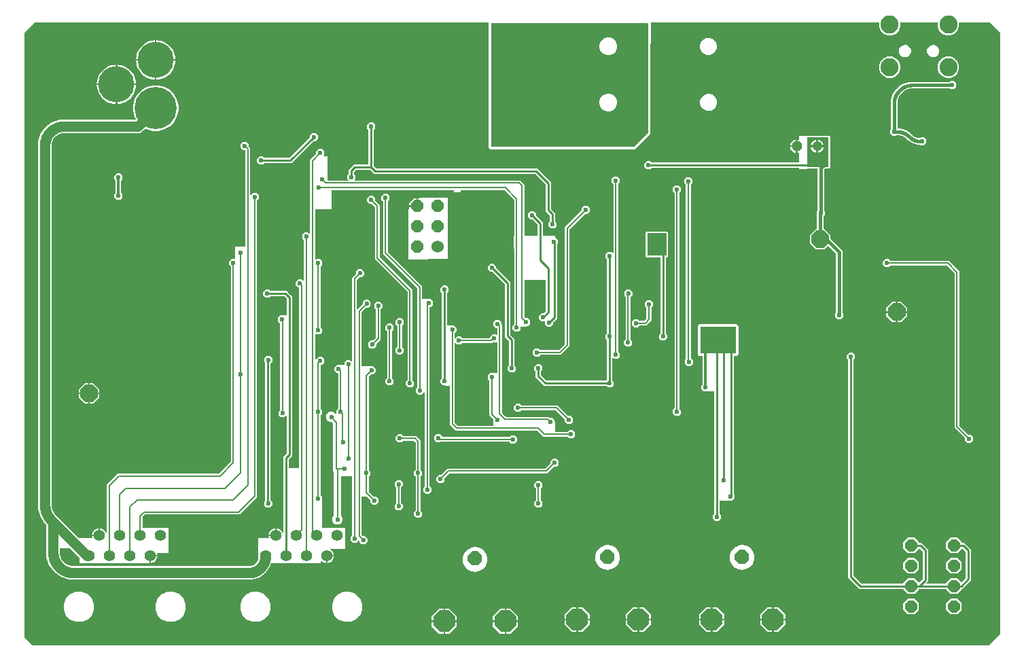
<source format=gbr>
G04 EAGLE Gerber RS-274X export*
G75*
%MOMM*%
%FSLAX34Y34*%
%LPD*%
%INBottom Copper*%
%IPPOS*%
%AMOC8*
5,1,8,0,0,1.08239X$1,22.5*%
G01*
%ADD10P,1.924489X8X22.500000*%
%ADD11P,2.927973X8X22.500000*%
%ADD12C,2.250000*%
%ADD13P,1.649562X8X112.500000*%
%ADD14P,2.336880X8X22.500000*%
%ADD15C,1.524000*%
%ADD16P,1.319650X8X202.500000*%
%ADD17C,1.219200*%
%ADD18C,1.400000*%
%ADD19C,5.250000*%
%ADD20C,4.500000*%
%ADD21C,0.600000*%
%ADD22C,0.203200*%
%ADD23C,0.406400*%
%ADD24C,0.254000*%
%ADD25C,0.304800*%
%ADD26C,0.508000*%
%ADD27C,1.270000*%
%ADD28C,0.812800*%
%ADD29C,0.152400*%

G36*
X1216678Y13995D02*
X1216678Y13995D01*
X1216687Y13993D01*
X1216776Y14014D01*
X1216866Y14032D01*
X1216873Y14037D01*
X1216882Y14039D01*
X1217029Y14143D01*
X1225583Y22768D01*
X1230360Y27586D01*
X1230364Y27592D01*
X1230369Y27596D01*
X1230419Y27676D01*
X1230470Y27753D01*
X1230472Y27760D01*
X1230475Y27766D01*
X1230507Y27943D01*
X1230507Y777224D01*
X1230506Y777232D01*
X1230507Y777240D01*
X1230486Y777329D01*
X1230468Y777421D01*
X1230463Y777427D01*
X1230461Y777435D01*
X1230359Y777583D01*
X1218083Y789859D01*
X1218076Y789863D01*
X1218072Y789869D01*
X1217993Y789918D01*
X1217916Y789970D01*
X1217908Y789971D01*
X1217901Y789975D01*
X1217724Y790007D01*
X1180108Y790007D01*
X1180103Y790006D01*
X1180098Y790007D01*
X1180005Y789986D01*
X1179911Y789968D01*
X1179907Y789965D01*
X1179902Y789964D01*
X1179824Y789908D01*
X1179746Y789855D01*
X1179743Y789851D01*
X1179739Y789848D01*
X1179688Y789766D01*
X1179636Y789687D01*
X1179636Y789682D01*
X1179633Y789677D01*
X1179601Y789500D01*
X1179601Y784834D01*
X1177576Y779946D01*
X1173834Y776204D01*
X1172962Y775843D01*
X1172961Y775843D01*
X1171737Y775335D01*
X1170512Y774828D01*
X1169288Y774321D01*
X1168946Y774179D01*
X1163654Y774179D01*
X1158766Y776204D01*
X1155024Y779946D01*
X1152999Y784834D01*
X1152999Y789500D01*
X1152998Y789505D01*
X1152999Y789510D01*
X1152978Y789603D01*
X1152960Y789697D01*
X1152957Y789701D01*
X1152956Y789706D01*
X1152900Y789784D01*
X1152847Y789862D01*
X1152843Y789865D01*
X1152840Y789869D01*
X1152758Y789920D01*
X1152679Y789972D01*
X1152674Y789972D01*
X1152669Y789975D01*
X1152492Y790007D01*
X1107108Y790007D01*
X1107103Y790006D01*
X1107098Y790007D01*
X1107005Y789986D01*
X1106911Y789968D01*
X1106907Y789965D01*
X1106902Y789964D01*
X1106824Y789908D01*
X1106746Y789855D01*
X1106743Y789851D01*
X1106739Y789848D01*
X1106688Y789766D01*
X1106636Y789687D01*
X1106636Y789682D01*
X1106633Y789677D01*
X1106601Y789500D01*
X1106601Y784834D01*
X1104576Y779946D01*
X1100834Y776204D01*
X1099962Y775843D01*
X1099961Y775843D01*
X1098737Y775335D01*
X1097512Y774828D01*
X1096288Y774321D01*
X1095946Y774179D01*
X1090654Y774179D01*
X1085766Y776204D01*
X1082024Y779946D01*
X1079999Y784834D01*
X1079999Y789500D01*
X1079998Y789505D01*
X1079999Y789510D01*
X1079978Y789603D01*
X1079960Y789697D01*
X1079957Y789701D01*
X1079956Y789706D01*
X1079900Y789784D01*
X1079847Y789862D01*
X1079843Y789865D01*
X1079840Y789869D01*
X1079758Y789920D01*
X1079679Y789972D01*
X1079674Y789972D01*
X1079669Y789975D01*
X1079492Y790007D01*
X795865Y790007D01*
X795861Y790006D01*
X795856Y790007D01*
X795762Y789987D01*
X795668Y789968D01*
X795665Y789965D01*
X795661Y789964D01*
X795582Y789909D01*
X795502Y789855D01*
X795500Y789852D01*
X795497Y789849D01*
X795445Y789767D01*
X795393Y789687D01*
X795392Y789683D01*
X795390Y789679D01*
X795357Y789502D01*
X795352Y788252D01*
X795352Y788251D01*
X795352Y788249D01*
X795352Y786508D01*
X795344Y786466D01*
X795151Y741519D01*
X795151Y741518D01*
X795151Y741517D01*
X795151Y651554D01*
X775646Y632049D01*
X595706Y632049D01*
X593473Y634282D01*
X593473Y789500D01*
X593472Y789505D01*
X593473Y789510D01*
X593452Y789603D01*
X593434Y789697D01*
X593431Y789701D01*
X593430Y789706D01*
X593374Y789784D01*
X593321Y789862D01*
X593317Y789865D01*
X593314Y789869D01*
X593232Y789920D01*
X593153Y789972D01*
X593148Y789972D01*
X593143Y789975D01*
X592966Y790007D01*
X28000Y790007D01*
X27992Y790006D01*
X27985Y790007D01*
X27895Y789986D01*
X27804Y789968D01*
X27797Y789963D01*
X27789Y789961D01*
X27641Y789859D01*
X15141Y777359D01*
X15137Y777352D01*
X15131Y777348D01*
X15082Y777269D01*
X15030Y777192D01*
X15029Y777184D01*
X15025Y777177D01*
X14993Y777000D01*
X14993Y24000D01*
X14994Y23992D01*
X14993Y23985D01*
X15014Y23895D01*
X15032Y23804D01*
X15037Y23797D01*
X15039Y23789D01*
X15141Y23641D01*
X24641Y14141D01*
X24648Y14137D01*
X24652Y14131D01*
X24731Y14082D01*
X24808Y14030D01*
X24816Y14029D01*
X24823Y14025D01*
X25000Y13993D01*
X1216669Y13993D01*
X1216678Y13995D01*
G37*
%LPC*%
G36*
X70847Y95739D02*
X70847Y95739D01*
X60663Y99048D01*
X52001Y105341D01*
X45708Y114003D01*
X42399Y124187D01*
X42399Y163950D01*
X42398Y163958D01*
X42399Y163966D01*
X42378Y164056D01*
X42360Y164147D01*
X42355Y164153D01*
X42353Y164161D01*
X42251Y164309D01*
X42139Y164420D01*
X38993Y167567D01*
X34543Y175274D01*
X32239Y183871D01*
X32239Y642527D01*
X35321Y652012D01*
X41183Y660081D01*
X49252Y665943D01*
X58737Y669025D01*
X152638Y669025D01*
X152646Y669026D01*
X152654Y669025D01*
X152743Y669046D01*
X152835Y669064D01*
X152841Y669069D01*
X152849Y669071D01*
X152997Y669173D01*
X153525Y669701D01*
X153547Y669734D01*
X153576Y669761D01*
X153602Y669817D01*
X153636Y669868D01*
X153643Y669907D01*
X153660Y669943D01*
X153662Y670005D01*
X153673Y670065D01*
X153665Y670104D01*
X153666Y670144D01*
X153642Y670210D01*
X153632Y670261D01*
X153616Y670283D01*
X153605Y670313D01*
X152308Y672560D01*
X150379Y679758D01*
X150379Y687210D01*
X152308Y694408D01*
X156034Y700861D01*
X161303Y706130D01*
X167756Y709856D01*
X174954Y711785D01*
X182406Y711785D01*
X189604Y709856D01*
X196057Y706130D01*
X201326Y700861D01*
X205052Y694408D01*
X206981Y687210D01*
X206981Y679758D01*
X205052Y672560D01*
X201326Y666107D01*
X196057Y660838D01*
X189604Y657112D01*
X182406Y655183D01*
X174954Y655183D01*
X167756Y657112D01*
X166153Y658037D01*
X166116Y658050D01*
X166082Y658071D01*
X166022Y658082D01*
X165963Y658101D01*
X165924Y658098D01*
X165884Y658105D01*
X165825Y658091D01*
X165764Y658087D01*
X165728Y658069D01*
X165689Y658059D01*
X165631Y658019D01*
X165585Y657996D01*
X165567Y657975D01*
X165541Y657957D01*
X163521Y655937D01*
X161087Y653502D01*
X160087Y653088D01*
X158863Y652581D01*
X158862Y652581D01*
X157999Y652223D01*
X63724Y652223D01*
X63706Y652220D01*
X63684Y652222D01*
X61467Y652047D01*
X61417Y652033D01*
X61350Y652024D01*
X57131Y650653D01*
X57085Y650627D01*
X56990Y650581D01*
X53402Y647974D01*
X53365Y647935D01*
X53348Y647918D01*
X53326Y647903D01*
X53316Y647887D01*
X53290Y647862D01*
X50683Y644274D01*
X50660Y644225D01*
X50644Y644195D01*
X50637Y644184D01*
X50637Y644181D01*
X50611Y644133D01*
X49240Y639914D01*
X49234Y639863D01*
X49217Y639797D01*
X49042Y637580D01*
X49045Y637561D01*
X49041Y637540D01*
X49041Y188321D01*
X49044Y188306D01*
X49042Y188288D01*
X49183Y186135D01*
X49194Y186092D01*
X49199Y186037D01*
X50313Y181878D01*
X50338Y181829D01*
X50364Y181756D01*
X52517Y178028D01*
X52546Y177994D01*
X52575Y177947D01*
X53997Y176325D01*
X54009Y176315D01*
X54020Y176301D01*
X55201Y175119D01*
X55225Y175061D01*
X55230Y175054D01*
X55232Y175046D01*
X55286Y174971D01*
X55337Y174894D01*
X55344Y174890D01*
X55349Y174883D01*
X55500Y174786D01*
X55559Y174762D01*
X57993Y172327D01*
X82782Y147539D01*
X82783Y147538D01*
X82783Y147537D01*
X82786Y147536D01*
X82789Y147532D01*
X82869Y147481D01*
X82949Y147428D01*
X82954Y147427D01*
X82958Y147424D01*
X83052Y147408D01*
X83145Y147390D01*
X83151Y147391D01*
X83156Y147390D01*
X83248Y147412D01*
X83342Y147432D01*
X83346Y147435D01*
X83351Y147436D01*
X83499Y147539D01*
X83662Y147702D01*
X99091Y147702D01*
X99145Y147713D01*
X99200Y147714D01*
X99242Y147732D01*
X99288Y147741D01*
X99333Y147772D01*
X99383Y147795D01*
X99415Y147828D01*
X99453Y147854D01*
X99483Y147900D01*
X99521Y147940D01*
X99537Y147983D01*
X99563Y148022D01*
X99572Y148076D01*
X99592Y148128D01*
X99591Y148179D01*
X99598Y148219D01*
X99589Y148259D01*
X99589Y148308D01*
X99275Y149885D01*
X107742Y149885D01*
X107747Y149886D01*
X107752Y149885D01*
X107845Y149906D01*
X107938Y149924D01*
X107943Y149927D01*
X107948Y149928D01*
X108026Y149984D01*
X108104Y150037D01*
X108107Y150041D01*
X108111Y150044D01*
X108162Y150126D01*
X108213Y150205D01*
X108214Y150210D01*
X108217Y150215D01*
X108249Y150392D01*
X108249Y150901D01*
X108758Y150901D01*
X108763Y150902D01*
X108768Y150901D01*
X108861Y150922D01*
X108954Y150940D01*
X108959Y150943D01*
X108964Y150945D01*
X109042Y151000D01*
X109120Y151053D01*
X109123Y151058D01*
X109127Y151061D01*
X109178Y151142D01*
X109229Y151221D01*
X109230Y151226D01*
X109233Y151231D01*
X109265Y151408D01*
X109265Y159875D01*
X110875Y159555D01*
X112513Y158876D01*
X113988Y157891D01*
X115241Y156638D01*
X116226Y155163D01*
X116498Y154507D01*
X116499Y154506D01*
X116499Y154504D01*
X116556Y154421D01*
X116610Y154340D01*
X116611Y154340D01*
X116612Y154338D01*
X116693Y154286D01*
X116778Y154230D01*
X116779Y154230D01*
X116780Y154229D01*
X116877Y154212D01*
X116975Y154194D01*
X116976Y154194D01*
X116977Y154194D01*
X117076Y154216D01*
X117171Y154236D01*
X117172Y154237D01*
X117173Y154237D01*
X117255Y154296D01*
X117335Y154351D01*
X117335Y154352D01*
X117336Y154353D01*
X117389Y154438D01*
X117441Y154521D01*
X117442Y154522D01*
X117442Y154523D01*
X117474Y154701D01*
X117474Y160178D01*
X117735Y160439D01*
X117739Y160445D01*
X117745Y160450D01*
X117794Y160528D01*
X117846Y160606D01*
X117847Y160613D01*
X117851Y160620D01*
X117883Y160797D01*
X117883Y214400D01*
X131110Y227627D01*
X257138Y227627D01*
X257145Y227628D01*
X257153Y227627D01*
X257243Y227648D01*
X257334Y227666D01*
X257341Y227671D01*
X257348Y227673D01*
X257496Y227775D01*
X272121Y242400D01*
X272125Y242406D01*
X272131Y242411D01*
X272180Y242489D01*
X272232Y242567D01*
X272233Y242574D01*
X272237Y242581D01*
X272269Y242758D01*
X272269Y485934D01*
X272268Y485942D01*
X272269Y485949D01*
X272248Y486039D01*
X272230Y486130D01*
X272225Y486137D01*
X272223Y486144D01*
X272121Y486292D01*
X270285Y488128D01*
X270285Y492312D01*
X273244Y495271D01*
X277114Y495271D01*
X277119Y495272D01*
X277124Y495271D01*
X277217Y495292D01*
X277311Y495310D01*
X277315Y495313D01*
X277320Y495314D01*
X277398Y495370D01*
X277476Y495423D01*
X277479Y495427D01*
X277483Y495430D01*
X277534Y495512D01*
X277586Y495591D01*
X277586Y495596D01*
X277589Y495601D01*
X277621Y495778D01*
X277621Y510497D01*
X277919Y510795D01*
X289766Y510795D01*
X289771Y510796D01*
X289776Y510795D01*
X289869Y510816D01*
X289963Y510834D01*
X289967Y510837D01*
X289972Y510838D01*
X290050Y510894D01*
X290128Y510947D01*
X290131Y510951D01*
X290135Y510954D01*
X290186Y511036D01*
X290238Y511115D01*
X290238Y511120D01*
X290241Y511125D01*
X290273Y511302D01*
X290273Y630712D01*
X290272Y630717D01*
X290273Y630722D01*
X290252Y630815D01*
X290234Y630909D01*
X290231Y630913D01*
X290230Y630918D01*
X290174Y630996D01*
X290121Y631074D01*
X290117Y631077D01*
X290114Y631081D01*
X290032Y631132D01*
X289953Y631184D01*
X289948Y631184D01*
X289943Y631187D01*
X289766Y631219D01*
X287468Y631219D01*
X284509Y634178D01*
X284509Y638362D01*
X287468Y641321D01*
X291652Y641321D01*
X294611Y638362D01*
X294611Y635766D01*
X294612Y635759D01*
X294611Y635751D01*
X294632Y635661D01*
X294650Y635570D01*
X294655Y635563D01*
X294657Y635556D01*
X294759Y635408D01*
X296407Y633760D01*
X296407Y575538D01*
X296407Y575536D01*
X296407Y575533D01*
X296427Y575438D01*
X296446Y575342D01*
X296448Y575339D01*
X296448Y575337D01*
X296504Y575256D01*
X296559Y575176D01*
X296561Y575174D01*
X296563Y575172D01*
X296646Y575119D01*
X296727Y575067D01*
X296730Y575066D01*
X296732Y575065D01*
X296828Y575048D01*
X296924Y575031D01*
X296927Y575032D01*
X296929Y575031D01*
X297023Y575053D01*
X297120Y575075D01*
X297122Y575076D01*
X297125Y575077D01*
X297273Y575179D01*
X300168Y578075D01*
X304352Y578075D01*
X307311Y575116D01*
X307311Y570932D01*
X304955Y568576D01*
X304951Y568570D01*
X304945Y568565D01*
X304896Y568487D01*
X304844Y568410D01*
X304843Y568402D01*
X304839Y568395D01*
X304807Y568218D01*
X304807Y198681D01*
X283169Y177043D01*
X165610Y177043D01*
X165603Y177042D01*
X165595Y177043D01*
X165505Y177022D01*
X165414Y177004D01*
X165407Y176999D01*
X165400Y176997D01*
X165252Y176895D01*
X162265Y173908D01*
X162261Y173902D01*
X162255Y173897D01*
X162206Y173819D01*
X162154Y173741D01*
X162153Y173734D01*
X162149Y173727D01*
X162117Y173550D01*
X162117Y160909D01*
X162118Y160904D01*
X162117Y160899D01*
X162138Y160806D01*
X162156Y160712D01*
X162159Y160708D01*
X162160Y160703D01*
X162216Y160625D01*
X162269Y160547D01*
X162273Y160544D01*
X162276Y160540D01*
X162358Y160489D01*
X162437Y160437D01*
X162442Y160437D01*
X162447Y160434D01*
X162624Y160402D01*
X194214Y160402D01*
X194438Y160178D01*
X194438Y129382D01*
X194214Y129158D01*
X180736Y129158D01*
X180732Y129157D01*
X180728Y129158D01*
X180634Y129138D01*
X180540Y129119D01*
X180536Y129116D01*
X180533Y129116D01*
X180453Y129060D01*
X180374Y129006D01*
X180372Y129003D01*
X180368Y129000D01*
X180317Y128919D01*
X180265Y128838D01*
X180264Y128834D01*
X180262Y128831D01*
X180246Y128736D01*
X180229Y128641D01*
X180230Y128637D01*
X180229Y128633D01*
X180268Y128457D01*
X180405Y128125D01*
X180725Y126515D01*
X172258Y126515D01*
X172253Y126514D01*
X172248Y126515D01*
X172155Y126494D01*
X172062Y126476D01*
X172057Y126473D01*
X172052Y126472D01*
X171974Y126416D01*
X171896Y126363D01*
X171893Y126359D01*
X171889Y126356D01*
X171838Y126274D01*
X171787Y126195D01*
X171786Y126190D01*
X171783Y126185D01*
X171751Y126008D01*
X171751Y125499D01*
X171242Y125499D01*
X171237Y125498D01*
X171232Y125499D01*
X171139Y125478D01*
X171046Y125460D01*
X171041Y125457D01*
X171036Y125455D01*
X170958Y125400D01*
X170880Y125347D01*
X170877Y125342D01*
X170873Y125339D01*
X170822Y125258D01*
X170770Y125179D01*
X170770Y125174D01*
X170767Y125169D01*
X170735Y124992D01*
X170735Y116525D01*
X169454Y116780D01*
X169397Y116779D01*
X169340Y116789D01*
X169297Y116779D01*
X169254Y116779D01*
X169201Y116757D01*
X169145Y116743D01*
X169105Y116716D01*
X169069Y116701D01*
X169040Y116671D01*
X168997Y116641D01*
X168814Y116458D01*
X148273Y116458D01*
X148264Y116456D01*
X148255Y116458D01*
X148215Y116449D01*
X144477Y116449D01*
X144427Y116458D01*
X122873Y116458D01*
X122864Y116456D01*
X122855Y116458D01*
X122815Y116449D01*
X119077Y116449D01*
X119027Y116458D01*
X97473Y116458D01*
X97464Y116456D01*
X97455Y116458D01*
X97415Y116449D01*
X93677Y116449D01*
X93627Y116458D01*
X83662Y116458D01*
X83438Y116682D01*
X83438Y122911D01*
X83437Y122919D01*
X83438Y122927D01*
X83417Y123016D01*
X83399Y123108D01*
X83394Y123114D01*
X83392Y123122D01*
X83290Y123270D01*
X72089Y134471D01*
X72082Y134475D01*
X72078Y134481D01*
X71999Y134530D01*
X71922Y134582D01*
X71914Y134583D01*
X71908Y134587D01*
X71730Y134619D01*
X59708Y134619D01*
X59703Y134618D01*
X59698Y134619D01*
X59605Y134598D01*
X59511Y134580D01*
X59507Y134577D01*
X59502Y134576D01*
X59424Y134520D01*
X59346Y134467D01*
X59343Y134463D01*
X59339Y134460D01*
X59288Y134378D01*
X59236Y134299D01*
X59236Y134294D01*
X59233Y134289D01*
X59201Y134112D01*
X59201Y129540D01*
X59204Y129522D01*
X59202Y129500D01*
X59405Y126920D01*
X59419Y126871D01*
X59429Y126803D01*
X61023Y121896D01*
X61049Y121849D01*
X61053Y121831D01*
X61069Y121810D01*
X61095Y121755D01*
X64128Y117580D01*
X64168Y117544D01*
X64240Y117468D01*
X68415Y114435D01*
X68464Y114413D01*
X68556Y114363D01*
X73463Y112769D01*
X73514Y112763D01*
X73580Y112745D01*
X76160Y112542D01*
X76179Y112545D01*
X76200Y112541D01*
X294190Y112541D01*
X294208Y112544D01*
X294230Y112542D01*
X296178Y112696D01*
X296227Y112710D01*
X296295Y112719D01*
X300000Y113923D01*
X300047Y113949D01*
X300070Y113960D01*
X300071Y113961D01*
X300074Y113962D01*
X300141Y113995D01*
X303293Y116285D01*
X303330Y116324D01*
X303405Y116397D01*
X305695Y119549D01*
X305718Y119598D01*
X305767Y119690D01*
X305917Y120152D01*
X305924Y120206D01*
X305942Y120309D01*
X305942Y147478D01*
X306166Y147702D01*
X319091Y147702D01*
X319145Y147713D01*
X319200Y147714D01*
X319242Y147732D01*
X319288Y147741D01*
X319333Y147772D01*
X319383Y147795D01*
X319415Y147828D01*
X319453Y147854D01*
X319483Y147900D01*
X319521Y147940D01*
X319537Y147983D01*
X319563Y148022D01*
X319572Y148076D01*
X319592Y148128D01*
X319591Y148179D01*
X319598Y148219D01*
X319589Y148259D01*
X319589Y148308D01*
X319275Y149885D01*
X327742Y149885D01*
X327747Y149886D01*
X327752Y149885D01*
X327845Y149906D01*
X327938Y149924D01*
X327943Y149927D01*
X327948Y149928D01*
X328026Y149984D01*
X328104Y150037D01*
X328107Y150041D01*
X328111Y150044D01*
X328162Y150126D01*
X328213Y150205D01*
X328214Y150210D01*
X328217Y150215D01*
X328249Y150392D01*
X328249Y150901D01*
X328758Y150901D01*
X328763Y150902D01*
X328768Y150901D01*
X328861Y150922D01*
X328954Y150940D01*
X328959Y150943D01*
X328964Y150945D01*
X329042Y151000D01*
X329120Y151053D01*
X329123Y151058D01*
X329127Y151061D01*
X329178Y151142D01*
X329229Y151221D01*
X329230Y151226D01*
X329233Y151231D01*
X329265Y151408D01*
X329265Y159875D01*
X330875Y159555D01*
X332513Y158876D01*
X333988Y157891D01*
X335241Y156638D01*
X336226Y155164D01*
X336462Y154594D01*
X336463Y154592D01*
X336463Y154591D01*
X336518Y154511D01*
X336574Y154427D01*
X336575Y154426D01*
X336576Y154425D01*
X336656Y154374D01*
X336742Y154317D01*
X336743Y154317D01*
X336744Y154316D01*
X336841Y154299D01*
X336939Y154280D01*
X336940Y154281D01*
X336941Y154281D01*
X337041Y154303D01*
X337135Y154323D01*
X337136Y154324D01*
X337137Y154324D01*
X337217Y154381D01*
X337299Y154438D01*
X337299Y154439D01*
X337300Y154440D01*
X337351Y154521D01*
X337405Y154608D01*
X337406Y154609D01*
X337406Y154610D01*
X337438Y154788D01*
X337438Y160178D01*
X337481Y160221D01*
X337485Y160227D01*
X337491Y160232D01*
X337540Y160310D01*
X337592Y160388D01*
X337593Y160395D01*
X337597Y160402D01*
X337629Y160579D01*
X337629Y248795D01*
X341545Y252711D01*
X341549Y252717D01*
X341555Y252722D01*
X341604Y252801D01*
X341656Y252878D01*
X341657Y252886D01*
X341661Y252892D01*
X341693Y253070D01*
X341693Y300000D01*
X341693Y300002D01*
X341693Y300005D01*
X341673Y300100D01*
X341654Y300196D01*
X341652Y300199D01*
X341652Y300201D01*
X341596Y300282D01*
X341541Y300362D01*
X341539Y300364D01*
X341537Y300366D01*
X341454Y300419D01*
X341373Y300471D01*
X341370Y300472D01*
X341368Y300473D01*
X341272Y300490D01*
X341176Y300507D01*
X341173Y300506D01*
X341171Y300507D01*
X341076Y300485D01*
X340980Y300463D01*
X340978Y300462D01*
X340975Y300461D01*
X340827Y300359D01*
X338694Y298225D01*
X334510Y298225D01*
X331551Y301184D01*
X331551Y305368D01*
X333335Y307152D01*
X333339Y307158D01*
X333345Y307163D01*
X333394Y307241D01*
X333446Y307318D01*
X333447Y307326D01*
X333451Y307333D01*
X333483Y307510D01*
X333483Y415068D01*
X333482Y415076D01*
X333483Y415083D01*
X333462Y415173D01*
X333444Y415264D01*
X333439Y415271D01*
X333437Y415278D01*
X333335Y415426D01*
X330737Y418024D01*
X330737Y422208D01*
X333696Y425167D01*
X334829Y425167D01*
X334837Y425168D01*
X334845Y425167D01*
X334935Y425188D01*
X334978Y425197D01*
X341186Y425197D01*
X341191Y425198D01*
X341196Y425197D01*
X341289Y425218D01*
X341383Y425236D01*
X341387Y425239D01*
X341392Y425240D01*
X341470Y425296D01*
X341548Y425349D01*
X341551Y425353D01*
X341555Y425356D01*
X341606Y425438D01*
X341658Y425517D01*
X341658Y425522D01*
X341661Y425527D01*
X341693Y425704D01*
X341693Y445880D01*
X341692Y445888D01*
X341693Y445896D01*
X341672Y445986D01*
X341654Y446077D01*
X341649Y446083D01*
X341647Y446091D01*
X341545Y446239D01*
X339133Y448651D01*
X339127Y448655D01*
X339122Y448661D01*
X339043Y448710D01*
X338966Y448762D01*
X338958Y448763D01*
X338952Y448767D01*
X338774Y448799D01*
X321532Y448799D01*
X321524Y448798D01*
X321517Y448799D01*
X321427Y448778D01*
X321336Y448760D01*
X321329Y448755D01*
X321322Y448753D01*
X321174Y448651D01*
X319592Y447069D01*
X315408Y447069D01*
X312449Y450028D01*
X312449Y454212D01*
X315408Y457171D01*
X319592Y457171D01*
X321174Y455589D01*
X321180Y455585D01*
X321185Y455579D01*
X321263Y455530D01*
X321340Y455478D01*
X321348Y455477D01*
X321355Y455473D01*
X321532Y455441D01*
X341735Y455441D01*
X343829Y453347D01*
X346241Y450935D01*
X348335Y448841D01*
X348335Y250109D01*
X344419Y246193D01*
X344415Y246187D01*
X344409Y246182D01*
X344360Y246103D01*
X344308Y246026D01*
X344307Y246018D01*
X344303Y246012D01*
X344271Y245834D01*
X344271Y235204D01*
X344272Y235199D01*
X344271Y235194D01*
X344292Y235101D01*
X344310Y235007D01*
X344313Y235003D01*
X344314Y234998D01*
X344370Y234920D01*
X344423Y234842D01*
X344427Y234839D01*
X344430Y234835D01*
X344512Y234784D01*
X344591Y234732D01*
X344596Y234732D01*
X344601Y234729D01*
X344778Y234697D01*
X356680Y234697D01*
X356685Y234698D01*
X356690Y234697D01*
X356783Y234718D01*
X356877Y234736D01*
X356881Y234739D01*
X356886Y234740D01*
X356964Y234796D01*
X357042Y234849D01*
X357045Y234853D01*
X357049Y234856D01*
X357100Y234938D01*
X357152Y235017D01*
X357152Y235022D01*
X357155Y235027D01*
X357187Y235204D01*
X357187Y459262D01*
X357186Y459267D01*
X357187Y459272D01*
X357166Y459365D01*
X357148Y459459D01*
X357145Y459463D01*
X357144Y459468D01*
X357088Y459546D01*
X357035Y459624D01*
X357031Y459627D01*
X357028Y459631D01*
X356946Y459682D01*
X356867Y459734D01*
X356862Y459734D01*
X356857Y459737D01*
X356680Y459769D01*
X356048Y459769D01*
X353089Y462728D01*
X353089Y466912D01*
X356048Y469871D01*
X360232Y469871D01*
X362417Y467685D01*
X362420Y467684D01*
X362421Y467682D01*
X362502Y467629D01*
X362584Y467575D01*
X362587Y467574D01*
X362589Y467573D01*
X362685Y467555D01*
X362781Y467537D01*
X362784Y467537D01*
X362786Y467537D01*
X362883Y467558D01*
X362977Y467579D01*
X362979Y467580D01*
X362982Y467581D01*
X363062Y467637D01*
X363142Y467693D01*
X363143Y467695D01*
X363145Y467697D01*
X363197Y467779D01*
X363249Y467862D01*
X363250Y467865D01*
X363251Y467867D01*
X363283Y468044D01*
X363283Y518872D01*
X363282Y518880D01*
X363283Y518887D01*
X363262Y518977D01*
X363244Y519068D01*
X363239Y519075D01*
X363237Y519082D01*
X363135Y519230D01*
X361217Y521148D01*
X361217Y525332D01*
X364176Y528291D01*
X368360Y528291D01*
X370037Y526613D01*
X370040Y526612D01*
X370041Y526610D01*
X370122Y526557D01*
X370204Y526503D01*
X370207Y526502D01*
X370209Y526501D01*
X370305Y526483D01*
X370401Y526465D01*
X370404Y526465D01*
X370406Y526465D01*
X370503Y526486D01*
X370597Y526507D01*
X370599Y526508D01*
X370602Y526509D01*
X370682Y526565D01*
X370762Y526621D01*
X370763Y526623D01*
X370765Y526625D01*
X370817Y526707D01*
X370869Y526790D01*
X370870Y526793D01*
X370871Y526795D01*
X370903Y526972D01*
X370903Y619080D01*
X378341Y626518D01*
X378345Y626524D01*
X378351Y626529D01*
X378400Y626607D01*
X378452Y626685D01*
X378453Y626692D01*
X378457Y626699D01*
X378489Y626876D01*
X378489Y629472D01*
X381448Y632431D01*
X385632Y632431D01*
X388591Y629472D01*
X388591Y625288D01*
X387866Y624564D01*
X387865Y624561D01*
X387863Y624560D01*
X387811Y624480D01*
X387756Y624397D01*
X387755Y624394D01*
X387754Y624392D01*
X387736Y624296D01*
X387718Y624200D01*
X387718Y624197D01*
X387718Y624195D01*
X387739Y624098D01*
X387760Y624004D01*
X387761Y624002D01*
X387762Y623999D01*
X387818Y623919D01*
X387874Y623839D01*
X387876Y623838D01*
X387878Y623836D01*
X387961Y623784D01*
X388043Y623732D01*
X388046Y623731D01*
X388048Y623730D01*
X388225Y623698D01*
X392842Y623698D01*
X393066Y623474D01*
X393066Y593870D01*
X393067Y593865D01*
X393066Y593860D01*
X393087Y593767D01*
X393105Y593673D01*
X393108Y593669D01*
X393109Y593664D01*
X393165Y593586D01*
X393218Y593508D01*
X393222Y593505D01*
X393225Y593501D01*
X393307Y593450D01*
X393386Y593398D01*
X393391Y593398D01*
X393396Y593395D01*
X393573Y593363D01*
X418334Y593363D01*
X418336Y593363D01*
X418339Y593363D01*
X418434Y593383D01*
X418530Y593402D01*
X418533Y593404D01*
X418535Y593404D01*
X418616Y593460D01*
X418696Y593515D01*
X418698Y593517D01*
X418700Y593519D01*
X418753Y593602D01*
X418805Y593683D01*
X418806Y593686D01*
X418807Y593688D01*
X418824Y593784D01*
X418841Y593880D01*
X418840Y593883D01*
X418841Y593885D01*
X418819Y593980D01*
X418797Y594076D01*
X418796Y594078D01*
X418795Y594081D01*
X418693Y594229D01*
X417605Y595316D01*
X417605Y599500D01*
X419187Y601082D01*
X419191Y601088D01*
X419197Y601093D01*
X419246Y601171D01*
X419298Y601248D01*
X419299Y601256D01*
X419303Y601263D01*
X419335Y601440D01*
X419335Y606911D01*
X425345Y612921D01*
X443212Y612921D01*
X443217Y612922D01*
X443222Y612921D01*
X443315Y612942D01*
X443409Y612960D01*
X443413Y612963D01*
X443418Y612964D01*
X443496Y613020D01*
X443574Y613073D01*
X443577Y613077D01*
X443581Y613080D01*
X443632Y613162D01*
X443684Y613241D01*
X443684Y613246D01*
X443687Y613251D01*
X443719Y613428D01*
X443719Y656368D01*
X443718Y656376D01*
X443719Y656383D01*
X443698Y656473D01*
X443680Y656564D01*
X443675Y656571D01*
X443673Y656578D01*
X443571Y656726D01*
X441989Y658308D01*
X441989Y662492D01*
X444948Y665451D01*
X449132Y665451D01*
X452091Y662492D01*
X452091Y658308D01*
X450509Y656726D01*
X450505Y656720D01*
X450499Y656715D01*
X450450Y656637D01*
X450398Y656560D01*
X450397Y656552D01*
X450393Y656545D01*
X450361Y656368D01*
X450361Y611186D01*
X450362Y611178D01*
X450361Y611170D01*
X450382Y611080D01*
X450400Y610989D01*
X450405Y610983D01*
X450407Y610975D01*
X450509Y610827D01*
X453347Y607989D01*
X453353Y607985D01*
X453358Y607979D01*
X453437Y607930D01*
X453514Y607878D01*
X453522Y607877D01*
X453528Y607873D01*
X453706Y607841D01*
X654203Y607841D01*
X671341Y590703D01*
X671341Y557846D01*
X671342Y557838D01*
X671341Y557830D01*
X671362Y557740D01*
X671380Y557649D01*
X671385Y557643D01*
X671387Y557635D01*
X671489Y557487D01*
X676421Y552555D01*
X676421Y542512D01*
X676422Y542504D01*
X676421Y542497D01*
X676442Y542407D01*
X676460Y542316D01*
X676465Y542309D01*
X676467Y542302D01*
X676569Y542154D01*
X678151Y540572D01*
X678151Y536388D01*
X675192Y533429D01*
X671008Y533429D01*
X668049Y536388D01*
X668049Y540572D01*
X669631Y542154D01*
X669635Y542160D01*
X669641Y542165D01*
X669690Y542243D01*
X669742Y542320D01*
X669743Y542328D01*
X669747Y542335D01*
X669779Y542512D01*
X669779Y549594D01*
X669778Y549602D01*
X669779Y549610D01*
X669758Y549700D01*
X669740Y549791D01*
X669735Y549797D01*
X669733Y549805D01*
X669631Y549953D01*
X664699Y554885D01*
X664699Y587742D01*
X664698Y587750D01*
X664699Y587758D01*
X664678Y587848D01*
X664660Y587939D01*
X664655Y587945D01*
X664653Y587953D01*
X664551Y588101D01*
X651601Y601051D01*
X651594Y601055D01*
X651590Y601061D01*
X651511Y601110D01*
X651434Y601162D01*
X651426Y601163D01*
X651420Y601167D01*
X651242Y601199D01*
X450745Y601199D01*
X445813Y606131D01*
X445807Y606135D01*
X445802Y606141D01*
X445723Y606190D01*
X445646Y606242D01*
X445638Y606243D01*
X445632Y606247D01*
X445454Y606279D01*
X428306Y606279D01*
X428298Y606278D01*
X428290Y606279D01*
X428200Y606258D01*
X428109Y606240D01*
X428103Y606235D01*
X428095Y606233D01*
X427947Y606131D01*
X426125Y604309D01*
X426121Y604303D01*
X426115Y604298D01*
X426066Y604219D01*
X426014Y604142D01*
X426013Y604134D01*
X426009Y604128D01*
X425977Y603950D01*
X425977Y601440D01*
X425978Y601432D01*
X425977Y601425D01*
X425998Y601335D01*
X426016Y601244D01*
X426021Y601237D01*
X426023Y601230D01*
X426125Y601082D01*
X427707Y599500D01*
X427707Y595316D01*
X426619Y594229D01*
X426618Y594226D01*
X426616Y594225D01*
X426564Y594145D01*
X426509Y594062D01*
X426508Y594059D01*
X426507Y594057D01*
X426489Y593961D01*
X426471Y593865D01*
X426471Y593862D01*
X426471Y593860D01*
X426492Y593763D01*
X426513Y593669D01*
X426514Y593667D01*
X426515Y593664D01*
X426571Y593584D01*
X426627Y593504D01*
X426629Y593503D01*
X426631Y593501D01*
X426714Y593448D01*
X426796Y593397D01*
X426799Y593396D01*
X426801Y593395D01*
X426978Y593363D01*
X632714Y593363D01*
X638067Y588010D01*
X638067Y525018D01*
X638068Y525013D01*
X638067Y525008D01*
X638088Y524915D01*
X638106Y524821D01*
X638109Y524817D01*
X638110Y524812D01*
X638166Y524734D01*
X638219Y524656D01*
X638223Y524653D01*
X638226Y524649D01*
X638308Y524598D01*
X638387Y524546D01*
X638392Y524546D01*
X638397Y524543D01*
X638574Y524511D01*
X654032Y524511D01*
X654037Y524512D01*
X654042Y524511D01*
X654135Y524532D01*
X654229Y524550D01*
X654233Y524553D01*
X654238Y524554D01*
X654316Y524610D01*
X654394Y524663D01*
X654397Y524667D01*
X654401Y524670D01*
X654452Y524752D01*
X654504Y524831D01*
X654504Y524836D01*
X654507Y524841D01*
X654539Y525018D01*
X654539Y538164D01*
X654538Y538172D01*
X654539Y538180D01*
X654518Y538270D01*
X654500Y538361D01*
X654495Y538367D01*
X654493Y538375D01*
X654391Y538523D01*
X648203Y544711D01*
X648197Y544715D01*
X648192Y544721D01*
X648113Y544770D01*
X648036Y544822D01*
X648028Y544823D01*
X648022Y544827D01*
X647844Y544859D01*
X645608Y544859D01*
X642649Y547818D01*
X642649Y552002D01*
X645608Y554961D01*
X649792Y554961D01*
X652751Y552002D01*
X652751Y549766D01*
X652752Y549758D01*
X652751Y549750D01*
X652772Y549660D01*
X652790Y549569D01*
X652795Y549563D01*
X652797Y549555D01*
X652899Y549407D01*
X661181Y541125D01*
X661181Y525018D01*
X661182Y525013D01*
X661181Y525008D01*
X661202Y524915D01*
X661220Y524821D01*
X661223Y524817D01*
X661224Y524812D01*
X661280Y524734D01*
X661333Y524656D01*
X661337Y524653D01*
X661340Y524649D01*
X661422Y524598D01*
X661501Y524546D01*
X661506Y524546D01*
X661511Y524543D01*
X661688Y524511D01*
X676359Y524511D01*
X676657Y524213D01*
X676657Y521956D01*
X676658Y521948D01*
X676657Y521941D01*
X676678Y521851D01*
X676696Y521760D01*
X676701Y521753D01*
X676703Y521745D01*
X676805Y521597D01*
X679421Y518982D01*
X679421Y514798D01*
X678855Y514232D01*
X678851Y514226D01*
X678845Y514221D01*
X678796Y514143D01*
X678744Y514066D01*
X678743Y514058D01*
X678739Y514051D01*
X678707Y513874D01*
X678707Y421027D01*
X674235Y416555D01*
X674231Y416549D01*
X674225Y416544D01*
X674176Y416465D01*
X674124Y416388D01*
X674123Y416380D01*
X674119Y416374D01*
X674087Y416196D01*
X674087Y413960D01*
X671128Y411001D01*
X666944Y411001D01*
X663985Y413960D01*
X663985Y416844D01*
X663984Y416849D01*
X663985Y416854D01*
X663964Y416947D01*
X663946Y417041D01*
X663943Y417045D01*
X663942Y417050D01*
X663886Y417128D01*
X663833Y417206D01*
X663829Y417209D01*
X663826Y417213D01*
X663744Y417264D01*
X663665Y417316D01*
X663660Y417316D01*
X663655Y417319D01*
X663478Y417351D01*
X659324Y417351D01*
X656365Y420310D01*
X656365Y424494D01*
X659324Y427453D01*
X661560Y427453D01*
X661568Y427454D01*
X661576Y427453D01*
X661666Y427474D01*
X661757Y427492D01*
X661763Y427497D01*
X661771Y427499D01*
X661919Y427601D01*
X664297Y429979D01*
X664301Y429985D01*
X664307Y429990D01*
X664356Y430069D01*
X664408Y430146D01*
X664409Y430154D01*
X664413Y430160D01*
X664445Y430338D01*
X664445Y469138D01*
X664444Y469143D01*
X664445Y469148D01*
X664424Y469241D01*
X664406Y469335D01*
X664403Y469339D01*
X664402Y469344D01*
X664346Y469422D01*
X664293Y469500D01*
X664289Y469503D01*
X664286Y469507D01*
X664204Y469558D01*
X664125Y469610D01*
X664120Y469610D01*
X664115Y469613D01*
X663938Y469645D01*
X638574Y469645D01*
X638569Y469644D01*
X638564Y469645D01*
X638471Y469624D01*
X638377Y469606D01*
X638373Y469603D01*
X638368Y469602D01*
X638290Y469546D01*
X638212Y469493D01*
X638209Y469489D01*
X638205Y469486D01*
X638154Y469404D01*
X638102Y469325D01*
X638102Y469320D01*
X638099Y469315D01*
X638067Y469138D01*
X638067Y423120D01*
X638068Y423113D01*
X638067Y423105D01*
X638088Y423015D01*
X638106Y422924D01*
X638111Y422917D01*
X638113Y422910D01*
X638215Y422762D01*
X639218Y421759D01*
X639224Y421755D01*
X639229Y421749D01*
X639307Y421700D01*
X639385Y421648D01*
X639392Y421647D01*
X639399Y421643D01*
X639576Y421611D01*
X642172Y421611D01*
X645131Y418652D01*
X645131Y414468D01*
X642172Y411509D01*
X641293Y411509D01*
X641285Y411508D01*
X641277Y411509D01*
X641188Y411488D01*
X641096Y411470D01*
X641090Y411465D01*
X641082Y411463D01*
X640934Y411361D01*
X640799Y411225D01*
X633954Y411225D01*
X633949Y411224D01*
X633944Y411225D01*
X633851Y411204D01*
X633757Y411186D01*
X633753Y411183D01*
X633748Y411182D01*
X633670Y411126D01*
X633592Y411073D01*
X633589Y411069D01*
X633585Y411066D01*
X633534Y410984D01*
X633482Y410905D01*
X633482Y410900D01*
X633479Y410895D01*
X633447Y410718D01*
X633447Y407864D01*
X630488Y404905D01*
X626304Y404905D01*
X623345Y407864D01*
X623345Y412048D01*
X625181Y413884D01*
X625185Y413890D01*
X625191Y413895D01*
X625240Y413973D01*
X625292Y414050D01*
X625293Y414058D01*
X625297Y414065D01*
X625329Y414242D01*
X625329Y507597D01*
X625328Y507605D01*
X625329Y507613D01*
X625308Y507702D01*
X625290Y507794D01*
X625285Y507800D01*
X625283Y507808D01*
X625181Y507956D01*
X625093Y508043D01*
X625093Y524213D01*
X625181Y524300D01*
X625185Y524307D01*
X625191Y524311D01*
X625241Y524390D01*
X625292Y524467D01*
X625293Y524475D01*
X625297Y524481D01*
X625329Y524659D01*
X625329Y569004D01*
X625328Y569011D01*
X625329Y569019D01*
X625308Y569109D01*
X625290Y569200D01*
X625285Y569207D01*
X625283Y569214D01*
X625181Y569362D01*
X613506Y581037D01*
X613500Y581041D01*
X613495Y581047D01*
X613417Y581096D01*
X613339Y581148D01*
X613332Y581149D01*
X613325Y581153D01*
X613148Y581185D01*
X559054Y581185D01*
X559049Y581184D01*
X559044Y581185D01*
X558951Y581164D01*
X558857Y581146D01*
X558853Y581143D01*
X558848Y581142D01*
X558770Y581086D01*
X558692Y581033D01*
X558689Y581029D01*
X558685Y581026D01*
X558634Y580944D01*
X558582Y580865D01*
X558582Y580860D01*
X558579Y580855D01*
X558547Y580678D01*
X558547Y578909D01*
X558249Y578611D01*
X550207Y578611D01*
X549909Y578909D01*
X549909Y580678D01*
X549908Y580683D01*
X549909Y580688D01*
X549888Y580781D01*
X549870Y580875D01*
X549867Y580879D01*
X549866Y580884D01*
X549810Y580962D01*
X549757Y581040D01*
X549753Y581043D01*
X549750Y581047D01*
X549668Y581098D01*
X549589Y581150D01*
X549584Y581150D01*
X549579Y581153D01*
X549402Y581185D01*
X398653Y581185D01*
X398648Y581184D01*
X398643Y581185D01*
X398550Y581164D01*
X398456Y581146D01*
X398452Y581143D01*
X398447Y581142D01*
X398369Y581086D01*
X398291Y581033D01*
X398288Y581029D01*
X398284Y581026D01*
X398233Y580944D01*
X398181Y580865D01*
X398181Y580860D01*
X398178Y580855D01*
X398146Y580678D01*
X398146Y557626D01*
X397922Y557402D01*
X377544Y557402D01*
X377539Y557401D01*
X377534Y557402D01*
X377441Y557381D01*
X377347Y557363D01*
X377343Y557360D01*
X377338Y557359D01*
X377260Y557303D01*
X377182Y557250D01*
X377179Y557246D01*
X377175Y557243D01*
X377124Y557161D01*
X377072Y557082D01*
X377072Y557077D01*
X377069Y557072D01*
X377037Y556895D01*
X377037Y494624D01*
X377037Y494622D01*
X377037Y494619D01*
X377057Y494524D01*
X377076Y494428D01*
X377078Y494425D01*
X377078Y494423D01*
X377134Y494342D01*
X377189Y494262D01*
X377191Y494260D01*
X377193Y494258D01*
X377276Y494205D01*
X377357Y494153D01*
X377360Y494152D01*
X377362Y494151D01*
X377458Y494134D01*
X377554Y494117D01*
X377557Y494118D01*
X377559Y494117D01*
X377654Y494139D01*
X377750Y494161D01*
X377752Y494162D01*
X377755Y494163D01*
X377903Y494265D01*
X378908Y495271D01*
X383092Y495271D01*
X386051Y492312D01*
X386051Y488128D01*
X384215Y486292D01*
X384211Y486286D01*
X384205Y486281D01*
X384156Y486203D01*
X384104Y486126D01*
X384103Y486118D01*
X384099Y486111D01*
X384067Y485934D01*
X384067Y410686D01*
X384068Y410678D01*
X384067Y410671D01*
X384088Y410581D01*
X384106Y410490D01*
X384111Y410483D01*
X384113Y410476D01*
X384215Y410328D01*
X386051Y408492D01*
X386051Y404308D01*
X383092Y401349D01*
X378908Y401349D01*
X377903Y402355D01*
X377900Y402356D01*
X377899Y402358D01*
X377819Y402410D01*
X377736Y402465D01*
X377733Y402466D01*
X377731Y402467D01*
X377635Y402485D01*
X377539Y402503D01*
X377536Y402503D01*
X377534Y402503D01*
X377437Y402482D01*
X377343Y402461D01*
X377341Y402460D01*
X377338Y402459D01*
X377258Y402403D01*
X377178Y402347D01*
X377177Y402345D01*
X377175Y402343D01*
X377122Y402259D01*
X377071Y402178D01*
X377070Y402175D01*
X377069Y402173D01*
X377037Y401996D01*
X377037Y367358D01*
X377037Y367356D01*
X377037Y367353D01*
X377057Y367258D01*
X377076Y367162D01*
X377078Y367160D01*
X377078Y367157D01*
X377134Y367077D01*
X377189Y366996D01*
X377191Y366995D01*
X377193Y366992D01*
X377276Y366940D01*
X377357Y366887D01*
X377360Y366886D01*
X377362Y366885D01*
X377458Y366869D01*
X377554Y366851D01*
X377557Y366852D01*
X377559Y366851D01*
X377652Y366873D01*
X377750Y366895D01*
X377752Y366896D01*
X377755Y366897D01*
X377903Y367000D01*
X378341Y367438D01*
X378345Y367444D01*
X378351Y367449D01*
X378400Y367528D01*
X378452Y367605D01*
X378453Y367612D01*
X378457Y367619D01*
X378489Y367796D01*
X378489Y370392D01*
X381448Y373351D01*
X385632Y373351D01*
X388591Y370392D01*
X388591Y366208D01*
X385632Y363249D01*
X384574Y363249D01*
X384569Y363248D01*
X384564Y363249D01*
X384471Y363228D01*
X384377Y363210D01*
X384373Y363207D01*
X384368Y363206D01*
X384290Y363150D01*
X384212Y363097D01*
X384209Y363093D01*
X384205Y363090D01*
X384154Y363008D01*
X384102Y362929D01*
X384102Y362924D01*
X384099Y362919D01*
X384067Y362742D01*
X384067Y309086D01*
X384068Y309078D01*
X384067Y309071D01*
X384088Y308981D01*
X384106Y308890D01*
X384111Y308883D01*
X384113Y308876D01*
X384215Y308728D01*
X386051Y306892D01*
X386051Y302708D01*
X384215Y300872D01*
X384211Y300866D01*
X384205Y300861D01*
X384156Y300783D01*
X384104Y300706D01*
X384103Y300698D01*
X384099Y300691D01*
X384067Y300514D01*
X384067Y201136D01*
X384068Y201128D01*
X384067Y201121D01*
X384088Y201031D01*
X384106Y200940D01*
X384111Y200933D01*
X384113Y200926D01*
X384215Y200778D01*
X386051Y198942D01*
X386051Y194758D01*
X385721Y194428D01*
X385717Y194422D01*
X385711Y194417D01*
X385662Y194339D01*
X385610Y194262D01*
X385609Y194254D01*
X385608Y194253D01*
X385605Y194247D01*
X385573Y194070D01*
X385573Y160909D01*
X385574Y160904D01*
X385573Y160899D01*
X385594Y160806D01*
X385612Y160712D01*
X385615Y160708D01*
X385616Y160703D01*
X385672Y160625D01*
X385725Y160547D01*
X385729Y160544D01*
X385732Y160540D01*
X385814Y160489D01*
X385893Y160437D01*
X385898Y160437D01*
X385903Y160434D01*
X386080Y160402D01*
X414178Y160402D01*
X414402Y160178D01*
X414402Y134462D01*
X414178Y134238D01*
X396545Y134238D01*
X396494Y134228D01*
X396441Y134227D01*
X396397Y134208D01*
X396349Y134199D01*
X396305Y134169D01*
X396257Y134148D01*
X396223Y134113D01*
X396183Y134086D01*
X396154Y134042D01*
X396118Y134004D01*
X396100Y133959D01*
X396074Y133918D01*
X396064Y133866D01*
X396045Y133817D01*
X396047Y133769D01*
X396038Y133721D01*
X396050Y133669D01*
X396051Y133617D01*
X396071Y133573D01*
X396082Y133525D01*
X396112Y133482D01*
X396134Y133434D01*
X396173Y133397D01*
X396198Y133362D01*
X396230Y133341D01*
X396263Y133309D01*
X397488Y132491D01*
X398741Y131238D01*
X399726Y129763D01*
X400405Y128125D01*
X400725Y126515D01*
X392258Y126515D01*
X392253Y126514D01*
X392248Y126515D01*
X392155Y126494D01*
X392062Y126476D01*
X392057Y126473D01*
X392052Y126472D01*
X391974Y126416D01*
X391896Y126363D01*
X391893Y126359D01*
X391889Y126356D01*
X391838Y126274D01*
X391787Y126195D01*
X391786Y126190D01*
X391783Y126185D01*
X391751Y126008D01*
X391751Y125499D01*
X391242Y125499D01*
X391237Y125498D01*
X391232Y125499D01*
X391139Y125478D01*
X391046Y125460D01*
X391041Y125457D01*
X391036Y125455D01*
X390958Y125400D01*
X390880Y125347D01*
X390877Y125342D01*
X390873Y125339D01*
X390822Y125258D01*
X390770Y125179D01*
X390770Y125174D01*
X390767Y125169D01*
X390735Y124992D01*
X390735Y116525D01*
X389125Y116845D01*
X387487Y117524D01*
X386012Y118509D01*
X384788Y119733D01*
X384785Y119735D01*
X384784Y119737D01*
X384704Y119789D01*
X384621Y119844D01*
X384618Y119845D01*
X384616Y119846D01*
X384520Y119864D01*
X384424Y119882D01*
X384421Y119881D01*
X384419Y119882D01*
X384322Y119860D01*
X384228Y119840D01*
X384226Y119839D01*
X384223Y119838D01*
X384143Y119782D01*
X384063Y119726D01*
X384062Y119724D01*
X384060Y119722D01*
X384007Y119638D01*
X383956Y119557D01*
X383955Y119554D01*
X383954Y119552D01*
X383922Y119375D01*
X383922Y116682D01*
X383698Y116458D01*
X368273Y116458D01*
X368264Y116456D01*
X368254Y116458D01*
X368215Y116449D01*
X364477Y116449D01*
X364427Y116458D01*
X342873Y116458D01*
X342864Y116456D01*
X342854Y116458D01*
X342815Y116449D01*
X339077Y116449D01*
X339027Y116458D01*
X322913Y116458D01*
X322887Y116453D01*
X322860Y116456D01*
X322790Y116433D01*
X322716Y116419D01*
X322694Y116404D01*
X322669Y116396D01*
X322612Y116348D01*
X322551Y116306D01*
X322536Y116284D01*
X322516Y116267D01*
X322472Y116185D01*
X322441Y116138D01*
X322441Y116137D01*
X322439Y116123D01*
X322431Y116108D01*
X321038Y111820D01*
X315496Y104194D01*
X307870Y98652D01*
X298904Y95739D01*
X70847Y95739D01*
G37*
%LPD*%
G36*
X774158Y635114D02*
X774158Y635114D01*
X774249Y635121D01*
X774279Y635133D01*
X774311Y635139D01*
X774391Y635181D01*
X774475Y635217D01*
X774507Y635243D01*
X774528Y635254D01*
X774550Y635277D01*
X774606Y635322D01*
X791878Y652594D01*
X791931Y652668D01*
X791991Y652737D01*
X792003Y652767D01*
X792022Y652793D01*
X792049Y652880D01*
X792083Y652965D01*
X792087Y653006D01*
X792094Y653029D01*
X792093Y653061D01*
X792101Y653132D01*
X792101Y741521D01*
X792303Y788257D01*
X792299Y788278D01*
X792301Y788299D01*
X792280Y788399D01*
X792264Y788500D01*
X792254Y788519D01*
X792249Y788540D01*
X792197Y788627D01*
X792150Y788718D01*
X792134Y788732D01*
X792123Y788751D01*
X792046Y788817D01*
X791972Y788888D01*
X791953Y788897D01*
X791936Y788911D01*
X791841Y788949D01*
X791749Y788992D01*
X791728Y788995D01*
X791708Y789003D01*
X791541Y789021D01*
X597284Y789021D01*
X597264Y789018D01*
X597245Y789020D01*
X597143Y788998D01*
X597041Y788982D01*
X597024Y788972D01*
X597004Y788968D01*
X596915Y788915D01*
X596824Y788866D01*
X596810Y788852D01*
X596793Y788842D01*
X596726Y788763D01*
X596655Y788688D01*
X596646Y788670D01*
X596633Y788655D01*
X596594Y788559D01*
X596551Y788465D01*
X596549Y788445D01*
X596541Y788427D01*
X596523Y788260D01*
X596523Y635860D01*
X596526Y635840D01*
X596524Y635821D01*
X596546Y635719D01*
X596563Y635617D01*
X596572Y635600D01*
X596576Y635580D01*
X596629Y635491D01*
X596678Y635400D01*
X596692Y635386D01*
X596702Y635369D01*
X596781Y635302D01*
X596856Y635231D01*
X596874Y635222D01*
X596889Y635209D01*
X596985Y635170D01*
X597079Y635127D01*
X597099Y635125D01*
X597117Y635117D01*
X597284Y635099D01*
X774068Y635099D01*
X774158Y635114D01*
G37*
%LPC*%
G36*
X693868Y271809D02*
X693868Y271809D01*
X692032Y273645D01*
X692026Y273649D01*
X692021Y273655D01*
X691943Y273704D01*
X691866Y273756D01*
X691858Y273757D01*
X691851Y273761D01*
X691674Y273793D01*
X661670Y273793D01*
X654198Y281265D01*
X654192Y281269D01*
X654187Y281275D01*
X654109Y281324D01*
X654031Y281376D01*
X654024Y281377D01*
X654017Y281381D01*
X653840Y281413D01*
X552450Y281413D01*
X545065Y288798D01*
X545065Y337058D01*
X545064Y337063D01*
X545065Y337068D01*
X545044Y337161D01*
X545026Y337255D01*
X545023Y337259D01*
X545022Y337264D01*
X544966Y337342D01*
X544913Y337420D01*
X544909Y337423D01*
X544906Y337427D01*
X544824Y337478D01*
X544745Y337530D01*
X544740Y337530D01*
X544735Y337533D01*
X544558Y337565D01*
X539031Y337565D01*
X538896Y337701D01*
X538889Y337705D01*
X538885Y337711D01*
X538806Y337760D01*
X538729Y337812D01*
X538721Y337813D01*
X538714Y337817D01*
X538537Y337849D01*
X536388Y337849D01*
X533429Y340808D01*
X533429Y344992D01*
X535011Y346574D01*
X535015Y346580D01*
X535021Y346585D01*
X535070Y346663D01*
X535122Y346740D01*
X535123Y346748D01*
X535127Y346755D01*
X535159Y346932D01*
X535159Y453168D01*
X535158Y453176D01*
X535159Y453183D01*
X535138Y453273D01*
X535120Y453364D01*
X535115Y453371D01*
X535113Y453378D01*
X535011Y453526D01*
X533429Y455108D01*
X533429Y459292D01*
X536388Y462251D01*
X540572Y462251D01*
X543531Y459292D01*
X543531Y455108D01*
X541949Y453526D01*
X541945Y453520D01*
X541939Y453515D01*
X541890Y453437D01*
X541838Y453360D01*
X541837Y453352D01*
X541833Y453345D01*
X541801Y453168D01*
X541801Y413004D01*
X541802Y412999D01*
X541801Y412994D01*
X541822Y412901D01*
X541840Y412807D01*
X541843Y412803D01*
X541844Y412798D01*
X541900Y412720D01*
X541953Y412642D01*
X541957Y412639D01*
X541960Y412635D01*
X542042Y412584D01*
X542121Y412532D01*
X542126Y412532D01*
X542131Y412529D01*
X542308Y412497D01*
X547147Y412497D01*
X547313Y412467D01*
X550224Y412467D01*
X553183Y409508D01*
X553183Y405324D01*
X551347Y403488D01*
X551343Y403482D01*
X551337Y403477D01*
X551288Y403399D01*
X551236Y403322D01*
X551235Y403314D01*
X551231Y403307D01*
X551199Y403130D01*
X551199Y397006D01*
X551199Y397004D01*
X551199Y397001D01*
X551219Y396906D01*
X551238Y396810D01*
X551240Y396807D01*
X551240Y396805D01*
X551296Y396724D01*
X551351Y396644D01*
X551353Y396642D01*
X551355Y396640D01*
X551438Y396587D01*
X551519Y396535D01*
X551522Y396534D01*
X551524Y396533D01*
X551620Y396516D01*
X551716Y396499D01*
X551719Y396500D01*
X551721Y396499D01*
X551816Y396521D01*
X551912Y396543D01*
X551914Y396544D01*
X551917Y396545D01*
X552065Y396647D01*
X554168Y398751D01*
X558352Y398751D01*
X560188Y396915D01*
X560194Y396911D01*
X560199Y396905D01*
X560277Y396856D01*
X560354Y396804D01*
X560362Y396803D01*
X560369Y396799D01*
X560546Y396767D01*
X594898Y396767D01*
X594903Y396768D01*
X594908Y396767D01*
X595001Y396788D01*
X595095Y396806D01*
X595099Y396809D01*
X595104Y396810D01*
X595182Y396866D01*
X595260Y396919D01*
X595263Y396923D01*
X595267Y396926D01*
X595318Y397008D01*
X595370Y397087D01*
X595370Y397092D01*
X595373Y397097D01*
X595405Y397274D01*
X595405Y398332D01*
X598364Y401291D01*
X602548Y401291D01*
X603127Y400711D01*
X603130Y400710D01*
X603131Y400708D01*
X603212Y400655D01*
X603294Y400601D01*
X603297Y400600D01*
X603299Y400599D01*
X603395Y400581D01*
X603491Y400563D01*
X603494Y400563D01*
X603496Y400563D01*
X603593Y400584D01*
X603687Y400605D01*
X603689Y400606D01*
X603692Y400607D01*
X603772Y400663D01*
X603852Y400719D01*
X603853Y400721D01*
X603855Y400723D01*
X603907Y400806D01*
X603959Y400888D01*
X603960Y400891D01*
X603961Y400893D01*
X603993Y401070D01*
X603993Y408970D01*
X603992Y408975D01*
X603993Y408980D01*
X603972Y409073D01*
X603954Y409167D01*
X603951Y409171D01*
X603950Y409176D01*
X603894Y409254D01*
X603841Y409332D01*
X603837Y409335D01*
X603834Y409339D01*
X603752Y409390D01*
X603673Y409442D01*
X603668Y409442D01*
X603663Y409445D01*
X603486Y409477D01*
X602428Y409477D01*
X599469Y412436D01*
X599469Y416620D01*
X602428Y419579D01*
X606612Y419579D01*
X609571Y416620D01*
X609571Y414024D01*
X609572Y414017D01*
X609571Y414009D01*
X609592Y413919D01*
X609610Y413828D01*
X609615Y413821D01*
X609617Y413814D01*
X609719Y413666D01*
X610127Y413258D01*
X610127Y303740D01*
X610128Y303733D01*
X610127Y303725D01*
X610148Y303635D01*
X610166Y303544D01*
X610171Y303537D01*
X610173Y303530D01*
X610275Y303382D01*
X614786Y298871D01*
X614792Y298867D01*
X614797Y298861D01*
X614875Y298812D01*
X614953Y298760D01*
X614960Y298759D01*
X614967Y298755D01*
X615144Y298723D01*
X668274Y298723D01*
X669698Y297299D01*
X669704Y297295D01*
X669709Y297289D01*
X669787Y297240D01*
X669865Y297188D01*
X669872Y297187D01*
X669879Y297183D01*
X670056Y297151D01*
X672652Y297151D01*
X675611Y294192D01*
X675611Y292879D01*
X675612Y292871D01*
X675611Y292864D01*
X675632Y292774D01*
X675650Y292683D01*
X675655Y292676D01*
X675657Y292669D01*
X675759Y292521D01*
X676022Y292258D01*
X676022Y280434D01*
X676023Y280429D01*
X676022Y280424D01*
X676043Y280331D01*
X676061Y280237D01*
X676064Y280233D01*
X676065Y280228D01*
X676121Y280150D01*
X676174Y280072D01*
X676178Y280069D01*
X676181Y280065D01*
X676263Y280014D01*
X676342Y279962D01*
X676347Y279962D01*
X676352Y279959D01*
X676529Y279927D01*
X691674Y279927D01*
X691682Y279928D01*
X691689Y279927D01*
X691779Y279948D01*
X691870Y279966D01*
X691877Y279971D01*
X691884Y279973D01*
X692032Y280075D01*
X693868Y281911D01*
X698052Y281911D01*
X701011Y278952D01*
X701011Y274768D01*
X698052Y271809D01*
X693868Y271809D01*
G37*
%LPD*%
%LPC*%
G36*
X435232Y139689D02*
X435232Y139689D01*
X432273Y142648D01*
X432273Y144252D01*
X432273Y144254D01*
X432273Y144257D01*
X432253Y144352D01*
X432234Y144448D01*
X432232Y144451D01*
X432232Y144453D01*
X432176Y144534D01*
X432121Y144614D01*
X432119Y144616D01*
X432117Y144618D01*
X432034Y144671D01*
X431953Y144723D01*
X431950Y144724D01*
X431948Y144725D01*
X431852Y144742D01*
X431756Y144759D01*
X431753Y144758D01*
X431751Y144759D01*
X431657Y144737D01*
X431560Y144715D01*
X431558Y144714D01*
X431555Y144713D01*
X431407Y144611D01*
X428558Y141761D01*
X424374Y141761D01*
X421415Y144720D01*
X421415Y148904D01*
X422997Y150486D01*
X423001Y150492D01*
X423007Y150497D01*
X423056Y150575D01*
X423108Y150652D01*
X423109Y150660D01*
X423113Y150667D01*
X423145Y150844D01*
X423145Y224282D01*
X423144Y224287D01*
X423145Y224292D01*
X423124Y224385D01*
X423106Y224479D01*
X423103Y224483D01*
X423102Y224488D01*
X423046Y224566D01*
X422993Y224644D01*
X422989Y224647D01*
X422986Y224651D01*
X422904Y224702D01*
X422825Y224754D01*
X422820Y224754D01*
X422815Y224757D01*
X422638Y224789D01*
X410050Y224789D01*
X410045Y224788D01*
X410040Y224789D01*
X409947Y224768D01*
X409853Y224750D01*
X409849Y224747D01*
X409844Y224746D01*
X409766Y224690D01*
X409688Y224637D01*
X409685Y224633D01*
X409681Y224630D01*
X409630Y224548D01*
X409578Y224469D01*
X409578Y224464D01*
X409575Y224459D01*
X409543Y224282D01*
X409543Y175575D01*
X409544Y175567D01*
X409543Y175559D01*
X409564Y175469D01*
X409582Y175378D01*
X409587Y175372D01*
X409589Y175364D01*
X409691Y175216D01*
X410537Y174370D01*
X411527Y171981D01*
X411527Y169395D01*
X410537Y167006D01*
X408708Y165177D01*
X408556Y165114D01*
X408555Y165114D01*
X407331Y164606D01*
X406319Y164187D01*
X403733Y164187D01*
X401344Y165177D01*
X399515Y167006D01*
X398525Y169395D01*
X398525Y171981D01*
X399515Y174370D01*
X400361Y175216D01*
X400365Y175223D01*
X400371Y175227D01*
X400420Y175306D01*
X400472Y175383D01*
X400473Y175391D01*
X400477Y175397D01*
X400509Y175575D01*
X400509Y230583D01*
X400508Y230591D01*
X400509Y230598D01*
X400488Y230688D01*
X400470Y230779D01*
X400465Y230786D01*
X400463Y230794D01*
X400361Y230942D01*
X399493Y231809D01*
X399493Y289869D01*
X399492Y289877D01*
X399493Y289884D01*
X399472Y289974D01*
X399454Y290065D01*
X399449Y290072D01*
X399447Y290080D01*
X399345Y290228D01*
X397518Y292055D01*
X397511Y292059D01*
X397507Y292065D01*
X397428Y292114D01*
X397351Y292166D01*
X397343Y292167D01*
X397336Y292171D01*
X397159Y292203D01*
X396118Y292203D01*
X393729Y293193D01*
X391900Y295022D01*
X390910Y297411D01*
X390910Y299997D01*
X391900Y302386D01*
X393729Y304215D01*
X394867Y304687D01*
X396092Y305194D01*
X396118Y305205D01*
X398704Y305205D01*
X401093Y304215D01*
X402938Y302371D01*
X402969Y302325D01*
X403025Y302241D01*
X403026Y302240D01*
X403027Y302239D01*
X403107Y302187D01*
X403193Y302131D01*
X403194Y302131D01*
X403195Y302130D01*
X403292Y302113D01*
X403390Y302094D01*
X403391Y302095D01*
X403392Y302094D01*
X403492Y302117D01*
X403585Y302137D01*
X403587Y302138D01*
X403588Y302138D01*
X403671Y302197D01*
X403750Y302252D01*
X403750Y302253D01*
X403751Y302254D01*
X403804Y302338D01*
X403856Y302422D01*
X403857Y302423D01*
X403857Y302424D01*
X403889Y302602D01*
X403889Y306892D01*
X405725Y308727D01*
X405729Y308734D01*
X405735Y308739D01*
X405784Y308817D01*
X405836Y308894D01*
X405837Y308902D01*
X405841Y308909D01*
X405873Y309086D01*
X405873Y352552D01*
X405872Y352557D01*
X405873Y352562D01*
X405852Y352655D01*
X405834Y352749D01*
X405831Y352753D01*
X405830Y352758D01*
X405774Y352836D01*
X405721Y352914D01*
X405717Y352917D01*
X405714Y352921D01*
X405632Y352972D01*
X405553Y353024D01*
X405548Y353024D01*
X405543Y353027D01*
X405366Y353059D01*
X404308Y353059D01*
X401349Y356018D01*
X401349Y360202D01*
X404308Y363161D01*
X404395Y363161D01*
X404403Y363162D01*
X404411Y363161D01*
X404501Y363182D01*
X404592Y363200D01*
X404598Y363205D01*
X404606Y363207D01*
X404754Y363309D01*
X404919Y363475D01*
X413288Y363475D01*
X413293Y363476D01*
X413298Y363475D01*
X413391Y363496D01*
X413485Y363514D01*
X413489Y363517D01*
X413494Y363518D01*
X413572Y363574D01*
X413650Y363627D01*
X413653Y363631D01*
X413657Y363634D01*
X413708Y363716D01*
X413760Y363795D01*
X413760Y363800D01*
X413763Y363805D01*
X413795Y363982D01*
X413795Y366328D01*
X416754Y369287D01*
X420938Y369287D01*
X422279Y367945D01*
X422282Y367944D01*
X422283Y367942D01*
X422363Y367890D01*
X422446Y367835D01*
X422449Y367834D01*
X422451Y367833D01*
X422547Y367815D01*
X422643Y367797D01*
X422646Y367797D01*
X422648Y367797D01*
X422745Y367818D01*
X422839Y367839D01*
X422841Y367840D01*
X422844Y367841D01*
X422924Y367897D01*
X423004Y367953D01*
X423005Y367955D01*
X423007Y367957D01*
X423060Y368040D01*
X423111Y368122D01*
X423112Y368125D01*
X423113Y368127D01*
X423145Y368304D01*
X423145Y471932D01*
X427871Y476658D01*
X427875Y476664D01*
X427881Y476669D01*
X427930Y476747D01*
X427982Y476825D01*
X427983Y476832D01*
X427987Y476839D01*
X428019Y477016D01*
X428019Y479612D01*
X430978Y482571D01*
X435162Y482571D01*
X438121Y479612D01*
X438121Y475428D01*
X435162Y472469D01*
X432566Y472469D01*
X432559Y472468D01*
X432551Y472469D01*
X432461Y472448D01*
X432370Y472430D01*
X432363Y472425D01*
X432356Y472423D01*
X432208Y472321D01*
X429427Y469540D01*
X429423Y469534D01*
X429417Y469529D01*
X429368Y469451D01*
X429316Y469373D01*
X429315Y469366D01*
X429311Y469359D01*
X429279Y469182D01*
X429279Y432872D01*
X429279Y432870D01*
X429279Y432867D01*
X429299Y432771D01*
X429318Y432676D01*
X429320Y432674D01*
X429320Y432671D01*
X429378Y432589D01*
X429431Y432510D01*
X429433Y432509D01*
X429435Y432506D01*
X429518Y432453D01*
X429599Y432401D01*
X429602Y432400D01*
X429604Y432399D01*
X429700Y432383D01*
X429796Y432365D01*
X429799Y432366D01*
X429801Y432365D01*
X429896Y432387D01*
X429992Y432409D01*
X429994Y432410D01*
X429997Y432411D01*
X430145Y432514D01*
X431122Y433491D01*
X436189Y438558D01*
X436193Y438564D01*
X436199Y438569D01*
X436248Y438647D01*
X436300Y438725D01*
X436301Y438732D01*
X436305Y438739D01*
X436337Y438916D01*
X436337Y441512D01*
X439296Y444471D01*
X443480Y444471D01*
X446439Y441512D01*
X446439Y437328D01*
X443480Y434369D01*
X440884Y434369D01*
X440877Y434368D01*
X440869Y434369D01*
X440779Y434348D01*
X440688Y434330D01*
X440681Y434325D01*
X440674Y434323D01*
X440526Y434221D01*
X435459Y429154D01*
X435455Y429148D01*
X435449Y429143D01*
X435400Y429065D01*
X435348Y428987D01*
X435347Y428980D01*
X435343Y428973D01*
X435311Y428796D01*
X435311Y362458D01*
X435312Y362453D01*
X435311Y362448D01*
X435332Y362355D01*
X435350Y362261D01*
X435353Y362257D01*
X435354Y362252D01*
X435410Y362174D01*
X435463Y362096D01*
X435467Y362093D01*
X435470Y362089D01*
X435552Y362038D01*
X435631Y361986D01*
X435636Y361986D01*
X435641Y361983D01*
X435818Y361951D01*
X447759Y361951D01*
X447767Y361942D01*
X447774Y361938D01*
X447778Y361932D01*
X447857Y361883D01*
X447934Y361831D01*
X447942Y361830D01*
X447949Y361826D01*
X448126Y361794D01*
X449513Y361794D01*
X452472Y358835D01*
X452472Y354651D01*
X449513Y351692D01*
X446917Y351692D01*
X446910Y351691D01*
X446902Y351692D01*
X446812Y351671D01*
X446721Y351653D01*
X446714Y351648D01*
X446707Y351646D01*
X446559Y351544D01*
X444159Y349144D01*
X444155Y349138D01*
X444149Y349133D01*
X444100Y349055D01*
X444048Y348977D01*
X444047Y348970D01*
X444043Y348963D01*
X444011Y348786D01*
X444011Y232886D01*
X444012Y232878D01*
X444011Y232871D01*
X444032Y232781D01*
X444050Y232690D01*
X444055Y232683D01*
X444057Y232676D01*
X444159Y232528D01*
X445995Y230692D01*
X445995Y226508D01*
X444159Y224672D01*
X444155Y224666D01*
X444149Y224661D01*
X444100Y224583D01*
X444048Y224506D01*
X444047Y224498D01*
X444043Y224491D01*
X444011Y224314D01*
X444011Y205950D01*
X444012Y205943D01*
X444011Y205935D01*
X444032Y205845D01*
X444050Y205754D01*
X444055Y205747D01*
X444057Y205740D01*
X444159Y205592D01*
X450242Y199509D01*
X450248Y199505D01*
X450253Y199499D01*
X450331Y199450D01*
X450409Y199398D01*
X450416Y199397D01*
X450423Y199393D01*
X450600Y199361D01*
X453196Y199361D01*
X456155Y196402D01*
X456155Y192218D01*
X453196Y189259D01*
X449012Y189259D01*
X446053Y192218D01*
X446053Y194814D01*
X446052Y194821D01*
X446053Y194829D01*
X446032Y194919D01*
X446014Y195010D01*
X446009Y195017D01*
X446007Y195024D01*
X445905Y195172D01*
X441582Y199495D01*
X441576Y199499D01*
X441571Y199505D01*
X441493Y199554D01*
X441415Y199606D01*
X441408Y199607D01*
X441401Y199611D01*
X441224Y199643D01*
X435818Y199643D01*
X435813Y199642D01*
X435808Y199643D01*
X435715Y199622D01*
X435621Y199604D01*
X435617Y199601D01*
X435612Y199600D01*
X435534Y199544D01*
X435456Y199491D01*
X435453Y199487D01*
X435449Y199484D01*
X435398Y199402D01*
X435346Y199323D01*
X435346Y199318D01*
X435343Y199313D01*
X435311Y199136D01*
X435311Y151300D01*
X435312Y151293D01*
X435311Y151285D01*
X435332Y151195D01*
X435350Y151104D01*
X435355Y151097D01*
X435357Y151090D01*
X435459Y150942D01*
X436462Y149939D01*
X436468Y149935D01*
X436473Y149929D01*
X436551Y149880D01*
X436629Y149828D01*
X436636Y149827D01*
X436643Y149823D01*
X436820Y149791D01*
X439416Y149791D01*
X442375Y146832D01*
X442375Y142648D01*
X439416Y139689D01*
X435232Y139689D01*
G37*
%LPD*%
%LPC*%
G36*
X875478Y169193D02*
X875478Y169193D01*
X872519Y172152D01*
X872519Y176336D01*
X874101Y177918D01*
X874105Y177924D01*
X874111Y177929D01*
X874160Y178007D01*
X874212Y178084D01*
X874213Y178092D01*
X874217Y178099D01*
X874249Y178276D01*
X874249Y329819D01*
X874248Y329824D01*
X874249Y329829D01*
X874228Y329922D01*
X874210Y330016D01*
X874207Y330020D01*
X874206Y330025D01*
X874150Y330103D01*
X874097Y330181D01*
X874093Y330184D01*
X874090Y330188D01*
X874008Y330239D01*
X873929Y330291D01*
X873924Y330291D01*
X873919Y330294D01*
X873742Y330326D01*
X865999Y330326D01*
X865991Y330325D01*
X865984Y330326D01*
X865894Y330305D01*
X865803Y330287D01*
X865796Y330282D01*
X865789Y330280D01*
X865715Y330229D01*
X861508Y330229D01*
X858549Y333188D01*
X858549Y337372D01*
X859877Y338700D01*
X859881Y338706D01*
X859887Y338711D01*
X859936Y338789D01*
X859988Y338866D01*
X859989Y338874D01*
X859993Y338881D01*
X860025Y339058D01*
X860025Y374047D01*
X860024Y374052D01*
X860025Y374057D01*
X860004Y374150D01*
X859986Y374244D01*
X859983Y374248D01*
X859982Y374253D01*
X859926Y374331D01*
X859873Y374409D01*
X859869Y374412D01*
X859866Y374416D01*
X859784Y374467D01*
X859705Y374519D01*
X859700Y374519D01*
X859695Y374522D01*
X859518Y374554D01*
X856083Y374554D01*
X854074Y376563D01*
X854074Y411885D01*
X856083Y413894D01*
X902613Y413894D01*
X904622Y411885D01*
X904622Y376563D01*
X902613Y374554D01*
X899178Y374554D01*
X899173Y374553D01*
X899168Y374554D01*
X899075Y374533D01*
X898981Y374515D01*
X898977Y374512D01*
X898972Y374511D01*
X898894Y374455D01*
X898816Y374402D01*
X898813Y374398D01*
X898809Y374395D01*
X898758Y374313D01*
X898706Y374234D01*
X898706Y374229D01*
X898703Y374224D01*
X898671Y374047D01*
X898671Y203168D01*
X898672Y203160D01*
X898671Y203153D01*
X898692Y203063D01*
X898710Y202972D01*
X898715Y202965D01*
X898717Y202957D01*
X898819Y202809D01*
X900147Y201482D01*
X900147Y197298D01*
X897188Y194339D01*
X893589Y194339D01*
X893581Y194338D01*
X893574Y194339D01*
X893484Y194318D01*
X893393Y194300D01*
X893386Y194295D01*
X893379Y194293D01*
X893231Y194191D01*
X893222Y194182D01*
X881398Y194182D01*
X881393Y194181D01*
X881388Y194182D01*
X881295Y194161D01*
X881201Y194143D01*
X881197Y194140D01*
X881192Y194139D01*
X881114Y194083D01*
X881036Y194030D01*
X881033Y194026D01*
X881029Y194023D01*
X880978Y193941D01*
X880926Y193862D01*
X880926Y193857D01*
X880923Y193852D01*
X880891Y193675D01*
X880891Y178276D01*
X880892Y178268D01*
X880891Y178261D01*
X880912Y178171D01*
X880930Y178080D01*
X880935Y178073D01*
X880937Y178066D01*
X881039Y177918D01*
X882621Y176336D01*
X882621Y172152D01*
X879662Y169193D01*
X875478Y169193D01*
G37*
%LPD*%
%LPC*%
G36*
X1027878Y420399D02*
X1027878Y420399D01*
X1024919Y423358D01*
X1024919Y427542D01*
X1025739Y428362D01*
X1025743Y428368D01*
X1025749Y428373D01*
X1025798Y428451D01*
X1025850Y428528D01*
X1025851Y428536D01*
X1025855Y428543D01*
X1025887Y428720D01*
X1025887Y502289D01*
X1025886Y502297D01*
X1025887Y502304D01*
X1025866Y502394D01*
X1025848Y502485D01*
X1025843Y502492D01*
X1025841Y502499D01*
X1025739Y502647D01*
X1016967Y511419D01*
X1016963Y511422D01*
X1016960Y511426D01*
X1016879Y511477D01*
X1016800Y511530D01*
X1016795Y511531D01*
X1016790Y511534D01*
X1016697Y511550D01*
X1016603Y511568D01*
X1016598Y511567D01*
X1016593Y511567D01*
X1016500Y511546D01*
X1016407Y511526D01*
X1016403Y511523D01*
X1016398Y511522D01*
X1016250Y511419D01*
X1011923Y507092D01*
X1001281Y507092D01*
X993756Y514617D01*
X993756Y525259D01*
X1001281Y532784D01*
X1002012Y532784D01*
X1002017Y532785D01*
X1002022Y532784D01*
X1002115Y532805D01*
X1002209Y532823D01*
X1002213Y532826D01*
X1002218Y532827D01*
X1002296Y532883D01*
X1002374Y532936D01*
X1002377Y532940D01*
X1002381Y532943D01*
X1002432Y533025D01*
X1002484Y533104D01*
X1002484Y533109D01*
X1002487Y533114D01*
X1002519Y533291D01*
X1002519Y549688D01*
X1002518Y549696D01*
X1002519Y549703D01*
X1002498Y549793D01*
X1002480Y549884D01*
X1002475Y549891D01*
X1002473Y549898D01*
X1002371Y550046D01*
X1002059Y550358D01*
X1002059Y554542D01*
X1002879Y555361D01*
X1002883Y555368D01*
X1002889Y555373D01*
X1002938Y555451D01*
X1002990Y555528D01*
X1002991Y555536D01*
X1002995Y555543D01*
X1003027Y555720D01*
X1003027Y607550D01*
X1003026Y607555D01*
X1003027Y607560D01*
X1003006Y607653D01*
X1002988Y607747D01*
X1002985Y607751D01*
X1002984Y607756D01*
X1002928Y607834D01*
X1002875Y607912D01*
X1002871Y607915D01*
X1002868Y607919D01*
X1002786Y607970D01*
X1002707Y608022D01*
X1002702Y608022D01*
X1002697Y608025D01*
X1002520Y608057D01*
X990981Y608057D01*
X990976Y608056D01*
X990971Y608057D01*
X990878Y608036D01*
X990784Y608018D01*
X990780Y608015D01*
X990775Y608014D01*
X990697Y607958D01*
X990619Y607905D01*
X990616Y607901D01*
X990612Y607898D01*
X990561Y607816D01*
X990509Y607737D01*
X990509Y607732D01*
X990506Y607727D01*
X990474Y607550D01*
X990474Y607410D01*
X990250Y607186D01*
X980282Y607186D01*
X980058Y607410D01*
X980058Y608312D01*
X980057Y608317D01*
X980058Y608322D01*
X980037Y608415D01*
X980019Y608509D01*
X980016Y608513D01*
X980015Y608518D01*
X979959Y608596D01*
X979906Y608674D01*
X979902Y608677D01*
X979899Y608681D01*
X979817Y608732D01*
X979738Y608784D01*
X979733Y608784D01*
X979728Y608787D01*
X979551Y608819D01*
X796512Y608819D01*
X796504Y608818D01*
X796497Y608819D01*
X796407Y608798D01*
X796316Y608780D01*
X796309Y608775D01*
X796302Y608773D01*
X796154Y608671D01*
X794572Y607089D01*
X790388Y607089D01*
X787429Y610048D01*
X787429Y614232D01*
X790388Y617191D01*
X794572Y617191D01*
X796154Y615609D01*
X796160Y615605D01*
X796165Y615599D01*
X796243Y615550D01*
X796320Y615498D01*
X796328Y615497D01*
X796335Y615493D01*
X796512Y615461D01*
X979551Y615461D01*
X979556Y615462D01*
X979561Y615461D01*
X979654Y615482D01*
X979748Y615500D01*
X979752Y615503D01*
X979757Y615504D01*
X979835Y615560D01*
X979913Y615613D01*
X979916Y615617D01*
X979920Y615620D01*
X979971Y615702D01*
X980023Y615781D01*
X980023Y615786D01*
X980026Y615791D01*
X980058Y615968D01*
X980058Y627292D01*
X980057Y627297D01*
X980058Y627302D01*
X980037Y627395D01*
X980019Y627489D01*
X980016Y627493D01*
X980015Y627498D01*
X979959Y627576D01*
X979906Y627654D01*
X979902Y627657D01*
X979899Y627661D01*
X979817Y627712D01*
X979738Y627764D01*
X979733Y627764D01*
X979728Y627767D01*
X979551Y627799D01*
X978421Y627799D01*
X978421Y635388D01*
X978420Y635393D01*
X978421Y635398D01*
X978400Y635491D01*
X978382Y635584D01*
X978379Y635589D01*
X978378Y635594D01*
X978322Y635672D01*
X978269Y635750D01*
X978265Y635753D01*
X978262Y635757D01*
X978180Y635808D01*
X978101Y635859D01*
X978096Y635860D01*
X978091Y635863D01*
X977914Y635895D01*
X977405Y635895D01*
X977405Y635897D01*
X977914Y635897D01*
X977919Y635898D01*
X977924Y635897D01*
X978017Y635918D01*
X978110Y635936D01*
X978115Y635939D01*
X978120Y635941D01*
X978198Y635996D01*
X978276Y636049D01*
X978279Y636054D01*
X978283Y636057D01*
X978334Y636138D01*
X978385Y636217D01*
X978386Y636222D01*
X978389Y636227D01*
X978421Y636404D01*
X978421Y643993D01*
X979551Y643993D01*
X979556Y643994D01*
X979561Y643993D01*
X979654Y644014D01*
X979748Y644032D01*
X979752Y644035D01*
X979757Y644036D01*
X979835Y644092D01*
X979913Y644145D01*
X979916Y644149D01*
X979920Y644152D01*
X979971Y644234D01*
X980023Y644313D01*
X980023Y644318D01*
X980026Y644323D01*
X980058Y644500D01*
X980058Y648874D01*
X980282Y649098D01*
X989080Y649098D01*
X989088Y649099D01*
X989095Y649098D01*
X989185Y649119D01*
X989276Y649137D01*
X989283Y649142D01*
X989290Y649144D01*
X989433Y649243D01*
X1017165Y649243D01*
X1018813Y647595D01*
X1018813Y609705D01*
X1017165Y608057D01*
X1012511Y608057D01*
X1012503Y608056D01*
X1012496Y608057D01*
X1012406Y608036D01*
X1012315Y608018D01*
X1012308Y608013D01*
X1012301Y608011D01*
X1012153Y607909D01*
X1011341Y607098D01*
X1011337Y607091D01*
X1011331Y607086D01*
X1011282Y607008D01*
X1011230Y606931D01*
X1011229Y606923D01*
X1011225Y606916D01*
X1011193Y606739D01*
X1011193Y555720D01*
X1011194Y555712D01*
X1011193Y555705D01*
X1011214Y555615D01*
X1011232Y555524D01*
X1011237Y555517D01*
X1011239Y555509D01*
X1011341Y555361D01*
X1012161Y554542D01*
X1012161Y550358D01*
X1010833Y549030D01*
X1010829Y549024D01*
X1010823Y549019D01*
X1010774Y548941D01*
X1010722Y548864D01*
X1010721Y548856D01*
X1010717Y548849D01*
X1010685Y548672D01*
X1010685Y533291D01*
X1010686Y533286D01*
X1010685Y533281D01*
X1010706Y533188D01*
X1010724Y533094D01*
X1010727Y533090D01*
X1010728Y533085D01*
X1010784Y533007D01*
X1010837Y532929D01*
X1010841Y532926D01*
X1010844Y532922D01*
X1010926Y532871D01*
X1011005Y532819D01*
X1011010Y532819D01*
X1011015Y532816D01*
X1011192Y532784D01*
X1011923Y532784D01*
X1019448Y525259D01*
X1019448Y520696D01*
X1019449Y520688D01*
X1019448Y520681D01*
X1019469Y520591D01*
X1019487Y520500D01*
X1019492Y520493D01*
X1019494Y520486D01*
X1019596Y520338D01*
X1034053Y505881D01*
X1034053Y428720D01*
X1034054Y428712D01*
X1034053Y428705D01*
X1034074Y428615D01*
X1034092Y428524D01*
X1034097Y428517D01*
X1034099Y428510D01*
X1034201Y428362D01*
X1035021Y427542D01*
X1035021Y423358D01*
X1032062Y420399D01*
X1027878Y420399D01*
G37*
%LPD*%
G36*
X598556Y287548D02*
X598556Y287548D01*
X598561Y287547D01*
X598654Y287568D01*
X598748Y287586D01*
X598752Y287589D01*
X598757Y287590D01*
X598835Y287646D01*
X598913Y287699D01*
X598916Y287703D01*
X598920Y287706D01*
X598971Y287788D01*
X599023Y287867D01*
X599023Y287872D01*
X599026Y287877D01*
X599058Y288054D01*
X599058Y295555D01*
X599057Y295562D01*
X599058Y295570D01*
X599037Y295660D01*
X599019Y295751D01*
X599014Y295758D01*
X599012Y295765D01*
X598910Y295913D01*
X594341Y300482D01*
X594341Y343694D01*
X594340Y343702D01*
X594341Y343709D01*
X594320Y343799D01*
X594302Y343890D01*
X594297Y343897D01*
X594295Y343904D01*
X594193Y344052D01*
X592357Y345888D01*
X592357Y350072D01*
X595316Y353031D01*
X599525Y353031D01*
X599538Y353023D01*
X599615Y352971D01*
X599623Y352970D01*
X599630Y352966D01*
X599807Y352934D01*
X603486Y352934D01*
X603491Y352935D01*
X603496Y352934D01*
X603589Y352955D01*
X603683Y352973D01*
X603687Y352976D01*
X603692Y352977D01*
X603770Y353033D01*
X603848Y353086D01*
X603851Y353090D01*
X603855Y353093D01*
X603906Y353175D01*
X603958Y353254D01*
X603958Y353259D01*
X603961Y353264D01*
X603993Y353441D01*
X603993Y391410D01*
X603993Y391412D01*
X603993Y391415D01*
X603973Y391510D01*
X603954Y391606D01*
X603952Y391609D01*
X603952Y391611D01*
X603896Y391692D01*
X603841Y391772D01*
X603839Y391774D01*
X603837Y391776D01*
X603754Y391829D01*
X603673Y391881D01*
X603670Y391882D01*
X603668Y391883D01*
X603572Y391900D01*
X603476Y391917D01*
X603473Y391916D01*
X603471Y391917D01*
X603376Y391895D01*
X603280Y391873D01*
X603278Y391872D01*
X603275Y391871D01*
X603127Y391769D01*
X602548Y391189D01*
X598936Y391189D01*
X598929Y391188D01*
X598921Y391189D01*
X598831Y391168D01*
X598740Y391150D01*
X598733Y391145D01*
X598726Y391143D01*
X598578Y391041D01*
X598170Y390633D01*
X560546Y390633D01*
X560538Y390632D01*
X560531Y390633D01*
X560441Y390612D01*
X560350Y390594D01*
X560343Y390589D01*
X560336Y390587D01*
X560188Y390485D01*
X558352Y388649D01*
X554168Y388649D01*
X552065Y390753D01*
X552062Y390754D01*
X552061Y390756D01*
X551980Y390809D01*
X551898Y390863D01*
X551895Y390864D01*
X551893Y390865D01*
X551797Y390883D01*
X551701Y390901D01*
X551698Y390901D01*
X551696Y390901D01*
X551599Y390880D01*
X551505Y390859D01*
X551503Y390858D01*
X551500Y390857D01*
X551420Y390801D01*
X551340Y390745D01*
X551339Y390743D01*
X551337Y390741D01*
X551285Y390659D01*
X551233Y390576D01*
X551232Y390573D01*
X551231Y390571D01*
X551199Y390394D01*
X551199Y291548D01*
X551200Y291541D01*
X551199Y291533D01*
X551220Y291443D01*
X551238Y291352D01*
X551243Y291345D01*
X551245Y291338D01*
X551347Y291190D01*
X554842Y287695D01*
X554848Y287691D01*
X554853Y287685D01*
X554931Y287636D01*
X555009Y287584D01*
X555016Y287583D01*
X555023Y287579D01*
X555200Y287547D01*
X598551Y287547D01*
X598556Y287548D01*
G37*
%LPC*%
G36*
X1115894Y77959D02*
X1115894Y77959D01*
X1110229Y83624D01*
X1110229Y83802D01*
X1110228Y83807D01*
X1110229Y83812D01*
X1110208Y83905D01*
X1110190Y83999D01*
X1110187Y84003D01*
X1110186Y84008D01*
X1110130Y84086D01*
X1110077Y84164D01*
X1110073Y84167D01*
X1110070Y84171D01*
X1109988Y84222D01*
X1109909Y84274D01*
X1109904Y84274D01*
X1109899Y84277D01*
X1109722Y84309D01*
X1055265Y84309D01*
X1041541Y98033D01*
X1041541Y369602D01*
X1041540Y369610D01*
X1041541Y369617D01*
X1041520Y369707D01*
X1041502Y369798D01*
X1041497Y369805D01*
X1041495Y369812D01*
X1041393Y369960D01*
X1039811Y371542D01*
X1039811Y375726D01*
X1042770Y378685D01*
X1046954Y378685D01*
X1049913Y375726D01*
X1049913Y371542D01*
X1048331Y369960D01*
X1048327Y369954D01*
X1048321Y369949D01*
X1048272Y369871D01*
X1048220Y369794D01*
X1048219Y369786D01*
X1048215Y369779D01*
X1048183Y369602D01*
X1048183Y100994D01*
X1048184Y100986D01*
X1048183Y100978D01*
X1048204Y100888D01*
X1048222Y100797D01*
X1048227Y100791D01*
X1048229Y100783D01*
X1048331Y100635D01*
X1057867Y91099D01*
X1057873Y91095D01*
X1057878Y91089D01*
X1057957Y91040D01*
X1058034Y90988D01*
X1058042Y90987D01*
X1058048Y90983D01*
X1058226Y90951D01*
X1109722Y90951D01*
X1109727Y90952D01*
X1109732Y90951D01*
X1109825Y90972D01*
X1109919Y90990D01*
X1109923Y90993D01*
X1109928Y90994D01*
X1110006Y91050D01*
X1110084Y91103D01*
X1110087Y91107D01*
X1110091Y91110D01*
X1110142Y91192D01*
X1110194Y91271D01*
X1110194Y91276D01*
X1110197Y91281D01*
X1110229Y91458D01*
X1110229Y91636D01*
X1115894Y97301D01*
X1123906Y97301D01*
X1129111Y92095D01*
X1129116Y92092D01*
X1129119Y92088D01*
X1129199Y92037D01*
X1129278Y91984D01*
X1129284Y91983D01*
X1129288Y91980D01*
X1129382Y91964D01*
X1129475Y91946D01*
X1129480Y91948D01*
X1129486Y91947D01*
X1129578Y91968D01*
X1129671Y91988D01*
X1129676Y91991D01*
X1129681Y91992D01*
X1129829Y92095D01*
X1134451Y96717D01*
X1134455Y96723D01*
X1134461Y96728D01*
X1134510Y96807D01*
X1134562Y96884D01*
X1134563Y96892D01*
X1134567Y96898D01*
X1134599Y97076D01*
X1134599Y130494D01*
X1134598Y130502D01*
X1134599Y130510D01*
X1134578Y130600D01*
X1134560Y130691D01*
X1134555Y130697D01*
X1134553Y130705D01*
X1134451Y130853D01*
X1130437Y134867D01*
X1130434Y134869D01*
X1130433Y134871D01*
X1130352Y134923D01*
X1130270Y134978D01*
X1130267Y134979D01*
X1130265Y134980D01*
X1130169Y134997D01*
X1130073Y135016D01*
X1130070Y135015D01*
X1130068Y135016D01*
X1129971Y134994D01*
X1129877Y134974D01*
X1129875Y134973D01*
X1129872Y134972D01*
X1129792Y134915D01*
X1129712Y134860D01*
X1129711Y134858D01*
X1129709Y134856D01*
X1129657Y134773D01*
X1129605Y134691D01*
X1129604Y134688D01*
X1129603Y134686D01*
X1129571Y134508D01*
X1129571Y134424D01*
X1123906Y128759D01*
X1115894Y128759D01*
X1110229Y134424D01*
X1110229Y142436D01*
X1115894Y148101D01*
X1123906Y148101D01*
X1129571Y142436D01*
X1129571Y142258D01*
X1129572Y142253D01*
X1129571Y142248D01*
X1129592Y142155D01*
X1129610Y142061D01*
X1129613Y142057D01*
X1129614Y142052D01*
X1129670Y141974D01*
X1129723Y141896D01*
X1129727Y141893D01*
X1129730Y141889D01*
X1129812Y141838D01*
X1129891Y141786D01*
X1129896Y141786D01*
X1129901Y141783D01*
X1130078Y141751D01*
X1132945Y141751D01*
X1141241Y133455D01*
X1141241Y94115D01*
X1139147Y92021D01*
X1138943Y91817D01*
X1138941Y91814D01*
X1138939Y91813D01*
X1138886Y91732D01*
X1138832Y91650D01*
X1138831Y91647D01*
X1138830Y91645D01*
X1138813Y91548D01*
X1138794Y91453D01*
X1138795Y91450D01*
X1138794Y91448D01*
X1138816Y91351D01*
X1138836Y91257D01*
X1138837Y91255D01*
X1138838Y91252D01*
X1138895Y91172D01*
X1138950Y91092D01*
X1138952Y91091D01*
X1138954Y91089D01*
X1139038Y91037D01*
X1139119Y90985D01*
X1139122Y90984D01*
X1139124Y90983D01*
X1139302Y90951D01*
X1163022Y90951D01*
X1163027Y90952D01*
X1163032Y90951D01*
X1163125Y90972D01*
X1163219Y90990D01*
X1163223Y90993D01*
X1163228Y90994D01*
X1163306Y91050D01*
X1163384Y91103D01*
X1163387Y91107D01*
X1163391Y91110D01*
X1163442Y91192D01*
X1163494Y91271D01*
X1163494Y91276D01*
X1163497Y91281D01*
X1163529Y91458D01*
X1163529Y91636D01*
X1169194Y97301D01*
X1177206Y97301D01*
X1181916Y92590D01*
X1181921Y92587D01*
X1181924Y92583D01*
X1182004Y92532D01*
X1182083Y92479D01*
X1182089Y92478D01*
X1182093Y92475D01*
X1182187Y92459D01*
X1182280Y92441D01*
X1182285Y92443D01*
X1182291Y92442D01*
X1182383Y92463D01*
X1182476Y92483D01*
X1182481Y92486D01*
X1182486Y92487D01*
X1182634Y92590D01*
X1187791Y97747D01*
X1187795Y97753D01*
X1187801Y97758D01*
X1187850Y97837D01*
X1187902Y97914D01*
X1187903Y97922D01*
X1187907Y97928D01*
X1187939Y98106D01*
X1187939Y130494D01*
X1187938Y130502D01*
X1187939Y130510D01*
X1187918Y130600D01*
X1187900Y130691D01*
X1187895Y130697D01*
X1187893Y130705D01*
X1187791Y130853D01*
X1183737Y134907D01*
X1183734Y134909D01*
X1183733Y134911D01*
X1183652Y134963D01*
X1183570Y135018D01*
X1183567Y135019D01*
X1183565Y135020D01*
X1183469Y135037D01*
X1183373Y135056D01*
X1183370Y135055D01*
X1183368Y135056D01*
X1183271Y135034D01*
X1183177Y135014D01*
X1183175Y135013D01*
X1183172Y135012D01*
X1183092Y134955D01*
X1183012Y134900D01*
X1183011Y134898D01*
X1183009Y134896D01*
X1182957Y134813D01*
X1182905Y134731D01*
X1182904Y134728D01*
X1182903Y134726D01*
X1182871Y134548D01*
X1182871Y134424D01*
X1177206Y128759D01*
X1169194Y128759D01*
X1163529Y134424D01*
X1163529Y142436D01*
X1169194Y148101D01*
X1177206Y148101D01*
X1182871Y142436D01*
X1182871Y142258D01*
X1182872Y142253D01*
X1182871Y142248D01*
X1182892Y142155D01*
X1182910Y142061D01*
X1182913Y142057D01*
X1182914Y142052D01*
X1182970Y141974D01*
X1183023Y141896D01*
X1183027Y141893D01*
X1183030Y141889D01*
X1183112Y141838D01*
X1183191Y141786D01*
X1183196Y141786D01*
X1183201Y141783D01*
X1183378Y141751D01*
X1186285Y141751D01*
X1194581Y133455D01*
X1194581Y95145D01*
X1183745Y84309D01*
X1183378Y84309D01*
X1183373Y84308D01*
X1183368Y84309D01*
X1183275Y84288D01*
X1183181Y84270D01*
X1183177Y84267D01*
X1183172Y84266D01*
X1183094Y84210D01*
X1183016Y84157D01*
X1183013Y84153D01*
X1183009Y84150D01*
X1182958Y84068D01*
X1182906Y83989D01*
X1182906Y83984D01*
X1182903Y83979D01*
X1182871Y83802D01*
X1182871Y83624D01*
X1177206Y77959D01*
X1169194Y77959D01*
X1163529Y83624D01*
X1163529Y83802D01*
X1163528Y83807D01*
X1163529Y83812D01*
X1163508Y83905D01*
X1163490Y83999D01*
X1163487Y84003D01*
X1163486Y84008D01*
X1163430Y84086D01*
X1163377Y84164D01*
X1163373Y84167D01*
X1163370Y84171D01*
X1163288Y84222D01*
X1163209Y84274D01*
X1163204Y84274D01*
X1163199Y84277D01*
X1163022Y84309D01*
X1130078Y84309D01*
X1130073Y84308D01*
X1130068Y84309D01*
X1129975Y84288D01*
X1129881Y84270D01*
X1129877Y84267D01*
X1129872Y84266D01*
X1129794Y84210D01*
X1129716Y84157D01*
X1129713Y84153D01*
X1129709Y84150D01*
X1129658Y84068D01*
X1129606Y83989D01*
X1129606Y83984D01*
X1129603Y83979D01*
X1129571Y83802D01*
X1129571Y83624D01*
X1123906Y77959D01*
X1115894Y77959D01*
G37*
%LPD*%
%LPC*%
G36*
X493174Y495233D02*
X493174Y495233D01*
X493172Y495234D01*
X493171Y495235D01*
X493170Y495237D01*
X493058Y495346D01*
X493058Y495501D01*
X493058Y495504D01*
X493058Y495507D01*
X493054Y495845D01*
X493058Y495868D01*
X493058Y556926D01*
X493282Y557150D01*
X494076Y557150D01*
X494081Y557151D01*
X494086Y557150D01*
X494179Y557171D01*
X494273Y557189D01*
X494277Y557192D01*
X494282Y557193D01*
X494360Y557249D01*
X494438Y557302D01*
X494441Y557306D01*
X494445Y557309D01*
X494496Y557391D01*
X494548Y557470D01*
X494548Y557475D01*
X494551Y557480D01*
X494583Y557657D01*
X494583Y560277D01*
X503696Y560277D01*
X503701Y560278D01*
X503706Y560277D01*
X503799Y560298D01*
X503892Y560316D01*
X503897Y560319D01*
X503902Y560320D01*
X503980Y560376D01*
X504058Y560429D01*
X504061Y560433D01*
X504065Y560436D01*
X504116Y560518D01*
X504167Y560597D01*
X504168Y560602D01*
X504171Y560607D01*
X504203Y560784D01*
X504203Y561293D01*
X504712Y561293D01*
X504717Y561294D01*
X504722Y561293D01*
X504815Y561314D01*
X504908Y561332D01*
X504913Y561335D01*
X504918Y561337D01*
X504996Y561392D01*
X505074Y561445D01*
X505077Y561450D01*
X505081Y561453D01*
X505132Y561534D01*
X505183Y561613D01*
X505184Y561618D01*
X505187Y561623D01*
X505219Y561800D01*
X505219Y570913D01*
X507619Y570913D01*
X507624Y570914D01*
X507629Y570913D01*
X507722Y570934D01*
X507816Y570952D01*
X507820Y570955D01*
X507825Y570956D01*
X507903Y571012D01*
X507981Y571065D01*
X507984Y571069D01*
X507988Y571072D01*
X508039Y571154D01*
X508091Y571233D01*
X508091Y571238D01*
X508094Y571243D01*
X508126Y571420D01*
X508126Y571658D01*
X508350Y571882D01*
X522872Y571882D01*
X522880Y571883D01*
X522888Y571882D01*
X522931Y571892D01*
X523247Y571892D01*
X541456Y571902D01*
X541457Y571902D01*
X541827Y571902D01*
X541982Y571902D01*
X542093Y571791D01*
X542093Y571790D01*
X542206Y571678D01*
X542206Y571521D01*
X542206Y571153D01*
X542206Y571152D01*
X542206Y496103D01*
X542206Y496100D01*
X542206Y496096D01*
X542208Y495940D01*
X542098Y495831D01*
X542096Y495828D01*
X542094Y495826D01*
X541998Y495728D01*
X541985Y495715D01*
X541829Y495715D01*
X541826Y495714D01*
X541823Y495715D01*
X493807Y495129D01*
X493802Y495128D01*
X493797Y495129D01*
X493779Y495125D01*
X493446Y495125D01*
X493444Y495124D01*
X493440Y495125D01*
X493284Y495123D01*
X493174Y495233D01*
G37*
%LPD*%
%LPC*%
G36*
X515052Y202721D02*
X515052Y202721D01*
X512093Y205680D01*
X512093Y209864D01*
X513645Y211416D01*
X513649Y211422D01*
X513655Y211427D01*
X513704Y211505D01*
X513756Y211582D01*
X513757Y211590D01*
X513761Y211597D01*
X513793Y211774D01*
X513793Y329150D01*
X513793Y329152D01*
X513793Y329155D01*
X513773Y329250D01*
X513754Y329346D01*
X513752Y329349D01*
X513752Y329351D01*
X513696Y329432D01*
X513641Y329512D01*
X513639Y329514D01*
X513637Y329516D01*
X513554Y329569D01*
X513473Y329621D01*
X513470Y329622D01*
X513468Y329623D01*
X513372Y329640D01*
X513276Y329657D01*
X513273Y329656D01*
X513271Y329657D01*
X513177Y329635D01*
X513080Y329613D01*
X513078Y329612D01*
X513075Y329611D01*
X512927Y329509D01*
X510092Y326673D01*
X505908Y326673D01*
X502949Y329632D01*
X502949Y333816D01*
X504277Y335144D01*
X504281Y335150D01*
X504287Y335155D01*
X504336Y335233D01*
X504388Y335310D01*
X504389Y335318D01*
X504393Y335325D01*
X504425Y335502D01*
X504425Y458768D01*
X504424Y458775D01*
X504425Y458783D01*
X504404Y458873D01*
X504386Y458964D01*
X504381Y458971D01*
X504379Y458978D01*
X504277Y459126D01*
X461753Y501650D01*
X461753Y567214D01*
X461752Y567222D01*
X461753Y567229D01*
X461732Y567319D01*
X461714Y567410D01*
X461709Y567417D01*
X461707Y567424D01*
X461605Y567572D01*
X459769Y569408D01*
X459769Y573592D01*
X462728Y576551D01*
X466912Y576551D01*
X469871Y573592D01*
X469871Y569408D01*
X468035Y567572D01*
X468031Y567566D01*
X468025Y567561D01*
X467976Y567483D01*
X467924Y567406D01*
X467923Y567398D01*
X467919Y567391D01*
X467887Y567214D01*
X467887Y504400D01*
X467888Y504393D01*
X467887Y504385D01*
X467908Y504295D01*
X467926Y504204D01*
X467931Y504197D01*
X467933Y504190D01*
X468035Y504042D01*
X510559Y461518D01*
X510559Y446278D01*
X510560Y446273D01*
X510559Y446268D01*
X510580Y446175D01*
X510598Y446081D01*
X510601Y446077D01*
X510602Y446072D01*
X510658Y445994D01*
X510711Y445916D01*
X510715Y445913D01*
X510718Y445909D01*
X510800Y445858D01*
X510879Y445806D01*
X510884Y445806D01*
X510889Y445803D01*
X511066Y445771D01*
X519387Y445771D01*
X519522Y445635D01*
X519529Y445631D01*
X519533Y445625D01*
X519612Y445576D01*
X519689Y445524D01*
X519697Y445523D01*
X519704Y445519D01*
X519881Y445487D01*
X521268Y445487D01*
X524227Y442528D01*
X524227Y438344D01*
X521268Y435385D01*
X520434Y435385D01*
X520429Y435384D01*
X520424Y435385D01*
X520331Y435364D01*
X520237Y435346D01*
X520233Y435343D01*
X520228Y435342D01*
X520150Y435286D01*
X520072Y435233D01*
X520069Y435229D01*
X520065Y435226D01*
X520014Y435144D01*
X519962Y435065D01*
X519962Y435060D01*
X519959Y435055D01*
X519927Y434878D01*
X519927Y212342D01*
X519928Y212334D01*
X519927Y212327D01*
X519948Y212237D01*
X519966Y212146D01*
X519971Y212139D01*
X519973Y212132D01*
X520075Y211984D01*
X522195Y209864D01*
X522195Y205680D01*
X519236Y202721D01*
X515052Y202721D01*
G37*
%LPD*%
%LPC*%
G36*
X742128Y335309D02*
X742128Y335309D01*
X740546Y336891D01*
X740540Y336895D01*
X740535Y336901D01*
X740457Y336950D01*
X740380Y337002D01*
X740372Y337003D01*
X740365Y337007D01*
X740188Y337039D01*
X662787Y337039D01*
X651999Y347827D01*
X651999Y355124D01*
X651998Y355132D01*
X651999Y355139D01*
X651978Y355229D01*
X651960Y355320D01*
X651955Y355327D01*
X651953Y355335D01*
X651851Y355483D01*
X650269Y357064D01*
X650269Y361248D01*
X653228Y364207D01*
X657412Y364207D01*
X660371Y361248D01*
X660371Y357064D01*
X658789Y355483D01*
X658785Y355476D01*
X658779Y355471D01*
X658730Y355393D01*
X658678Y355316D01*
X658677Y355308D01*
X658673Y355301D01*
X658641Y355124D01*
X658641Y350788D01*
X658642Y350780D01*
X658641Y350772D01*
X658662Y350682D01*
X658680Y350591D01*
X658685Y350585D01*
X658687Y350577D01*
X658789Y350429D01*
X665389Y343829D01*
X665396Y343825D01*
X665400Y343819D01*
X665479Y343770D01*
X665556Y343718D01*
X665564Y343717D01*
X665570Y343713D01*
X665748Y343681D01*
X740188Y343681D01*
X740196Y343682D01*
X740203Y343681D01*
X740293Y343702D01*
X740384Y343720D01*
X740391Y343725D01*
X740398Y343727D01*
X740546Y343829D01*
X740751Y344034D01*
X740755Y344040D01*
X740761Y344045D01*
X740810Y344123D01*
X740862Y344200D01*
X740863Y344208D01*
X740867Y344215D01*
X740899Y344392D01*
X740899Y394748D01*
X740898Y394756D01*
X740899Y394763D01*
X740878Y394853D01*
X740860Y394944D01*
X740855Y394951D01*
X740853Y394958D01*
X740751Y395106D01*
X739169Y396688D01*
X739169Y400872D01*
X740751Y402454D01*
X740755Y402460D01*
X740761Y402465D01*
X740810Y402543D01*
X740862Y402620D01*
X740863Y402628D01*
X740867Y402635D01*
X740899Y402812D01*
X740899Y495332D01*
X740898Y495340D01*
X740899Y495347D01*
X740878Y495437D01*
X740860Y495528D01*
X740855Y495535D01*
X740853Y495542D01*
X740751Y495690D01*
X739169Y497272D01*
X739169Y501456D01*
X742128Y504415D01*
X746312Y504415D01*
X747907Y502819D01*
X747910Y502818D01*
X747911Y502816D01*
X747992Y502763D01*
X748074Y502709D01*
X748077Y502708D01*
X748079Y502707D01*
X748175Y502689D01*
X748271Y502671D01*
X748274Y502671D01*
X748276Y502671D01*
X748373Y502692D01*
X748467Y502713D01*
X748469Y502714D01*
X748472Y502715D01*
X748552Y502771D01*
X748632Y502827D01*
X748633Y502829D01*
X748635Y502831D01*
X748688Y502914D01*
X748739Y502996D01*
X748740Y502999D01*
X748741Y503001D01*
X748773Y503178D01*
X748773Y588802D01*
X748772Y588810D01*
X748773Y588817D01*
X748752Y588907D01*
X748734Y588998D01*
X748729Y589005D01*
X748727Y589012D01*
X748625Y589160D01*
X746553Y591232D01*
X746553Y595416D01*
X749512Y598375D01*
X753696Y598375D01*
X756655Y595416D01*
X756655Y591232D01*
X755055Y589632D01*
X755051Y589626D01*
X755045Y589621D01*
X754996Y589543D01*
X754944Y589466D01*
X754943Y589458D01*
X754939Y589451D01*
X754907Y589274D01*
X754907Y380206D01*
X754908Y380198D01*
X754907Y380191D01*
X754928Y380101D01*
X754946Y380010D01*
X754951Y380003D01*
X754953Y379996D01*
X755055Y379848D01*
X756891Y378012D01*
X756891Y373828D01*
X753932Y370869D01*
X749748Y370869D01*
X748407Y372211D01*
X748404Y372212D01*
X748403Y372214D01*
X748323Y372266D01*
X748240Y372321D01*
X748237Y372322D01*
X748235Y372323D01*
X748139Y372341D01*
X748043Y372359D01*
X748040Y372359D01*
X748038Y372359D01*
X747941Y372338D01*
X747847Y372317D01*
X747845Y372316D01*
X747842Y372315D01*
X747762Y372259D01*
X747682Y372203D01*
X747681Y372201D01*
X747679Y372199D01*
X747626Y372116D01*
X747575Y372034D01*
X747574Y372031D01*
X747573Y372029D01*
X747541Y371852D01*
X747541Y344392D01*
X747542Y344384D01*
X747541Y344377D01*
X747562Y344287D01*
X747580Y344196D01*
X747585Y344189D01*
X747587Y344182D01*
X747689Y344034D01*
X749271Y342452D01*
X749271Y338268D01*
X746312Y335309D01*
X742128Y335309D01*
G37*
%LPD*%
%LPC*%
G36*
X1190184Y266221D02*
X1190184Y266221D01*
X1187225Y269180D01*
X1187225Y271776D01*
X1187224Y271783D01*
X1187225Y271791D01*
X1187204Y271881D01*
X1187186Y271972D01*
X1187181Y271979D01*
X1187179Y271986D01*
X1187077Y272134D01*
X1173969Y285242D01*
X1173969Y477564D01*
X1173968Y477571D01*
X1173969Y477579D01*
X1173948Y477669D01*
X1173930Y477760D01*
X1173925Y477767D01*
X1173923Y477774D01*
X1173821Y477922D01*
X1164738Y487005D01*
X1164732Y487009D01*
X1164727Y487015D01*
X1164649Y487064D01*
X1164571Y487116D01*
X1164564Y487117D01*
X1164557Y487121D01*
X1164380Y487153D01*
X1093946Y487153D01*
X1093938Y487152D01*
X1093931Y487153D01*
X1093841Y487132D01*
X1093750Y487114D01*
X1093743Y487109D01*
X1093736Y487107D01*
X1093588Y487005D01*
X1091752Y485169D01*
X1087568Y485169D01*
X1084609Y488128D01*
X1084609Y492312D01*
X1087568Y495271D01*
X1091752Y495271D01*
X1093588Y493435D01*
X1093594Y493431D01*
X1093599Y493425D01*
X1093677Y493376D01*
X1093754Y493324D01*
X1093762Y493323D01*
X1093769Y493319D01*
X1093946Y493287D01*
X1167130Y493287D01*
X1180103Y480314D01*
X1180103Y287992D01*
X1180104Y287985D01*
X1180103Y287977D01*
X1180124Y287887D01*
X1180142Y287796D01*
X1180147Y287789D01*
X1180149Y287782D01*
X1180251Y287634D01*
X1191414Y276471D01*
X1191420Y276467D01*
X1191425Y276461D01*
X1191503Y276412D01*
X1191581Y276360D01*
X1191588Y276359D01*
X1191595Y276355D01*
X1191772Y276323D01*
X1194368Y276323D01*
X1197327Y273364D01*
X1197327Y269180D01*
X1194368Y266221D01*
X1190184Y266221D01*
G37*
%LPD*%
%LPC*%
G36*
X825932Y299977D02*
X825932Y299977D01*
X822973Y302936D01*
X822973Y307120D01*
X824908Y309055D01*
X824912Y309061D01*
X824919Y309066D01*
X824968Y309145D01*
X825019Y309222D01*
X825020Y309229D01*
X825025Y309236D01*
X825057Y309413D01*
X825057Y577342D01*
X825056Y577350D01*
X825057Y577357D01*
X825036Y577447D01*
X825018Y577538D01*
X825013Y577545D01*
X825011Y577553D01*
X824909Y577701D01*
X822565Y580044D01*
X822565Y584228D01*
X825524Y587187D01*
X829708Y587187D01*
X832667Y584228D01*
X832667Y580044D01*
X831339Y578716D01*
X831335Y578710D01*
X831328Y578705D01*
X831280Y578627D01*
X831228Y578550D01*
X831227Y578542D01*
X831223Y578535D01*
X831191Y578358D01*
X831190Y309215D01*
X831192Y309207D01*
X831190Y309199D01*
X831211Y309109D01*
X831230Y309018D01*
X831234Y309012D01*
X831236Y309004D01*
X831339Y308856D01*
X833075Y307120D01*
X833075Y302936D01*
X830116Y299977D01*
X825932Y299977D01*
G37*
%LPD*%
%LPC*%
G36*
X493208Y335309D02*
X493208Y335309D01*
X490249Y338268D01*
X490249Y342452D01*
X492085Y344288D01*
X492089Y344294D01*
X492095Y344299D01*
X492144Y344377D01*
X492196Y344454D01*
X492197Y344462D01*
X492201Y344469D01*
X492233Y344646D01*
X492233Y454704D01*
X492232Y454711D01*
X492233Y454719D01*
X492212Y454809D01*
X492194Y454900D01*
X492189Y454907D01*
X492187Y454914D01*
X492085Y455062D01*
X451593Y495554D01*
X451593Y559860D01*
X451592Y559867D01*
X451593Y559875D01*
X451572Y559965D01*
X451554Y560056D01*
X451549Y560063D01*
X451547Y560070D01*
X451445Y560218D01*
X447902Y563761D01*
X447896Y563765D01*
X447891Y563771D01*
X447813Y563820D01*
X447735Y563872D01*
X447728Y563873D01*
X447721Y563877D01*
X447544Y563909D01*
X444948Y563909D01*
X441989Y566868D01*
X441989Y571052D01*
X444948Y574011D01*
X449132Y574011D01*
X452091Y571052D01*
X452091Y568456D01*
X452092Y568449D01*
X452091Y568441D01*
X452112Y568351D01*
X452130Y568260D01*
X452135Y568253D01*
X452137Y568246D01*
X452239Y568098D01*
X457727Y562610D01*
X457727Y498304D01*
X457728Y498297D01*
X457727Y498289D01*
X457748Y498199D01*
X457766Y498108D01*
X457771Y498101D01*
X457773Y498094D01*
X457875Y497946D01*
X498367Y457454D01*
X498367Y344646D01*
X498368Y344638D01*
X498367Y344631D01*
X498388Y344541D01*
X498406Y344450D01*
X498411Y344443D01*
X498413Y344436D01*
X498515Y344288D01*
X500351Y342452D01*
X500351Y338268D01*
X497392Y335309D01*
X493208Y335309D01*
G37*
%LPD*%
%LPC*%
G36*
X808552Y393729D02*
X808552Y393729D01*
X805593Y396688D01*
X805593Y400872D01*
X807175Y402454D01*
X807179Y402460D01*
X807185Y402465D01*
X807234Y402543D01*
X807286Y402620D01*
X807287Y402628D01*
X807291Y402635D01*
X807323Y402812D01*
X807323Y496965D01*
X807322Y496970D01*
X807323Y496975D01*
X807302Y497068D01*
X807284Y497162D01*
X807281Y497166D01*
X807280Y497171D01*
X807224Y497249D01*
X807171Y497327D01*
X807167Y497330D01*
X807164Y497334D01*
X807082Y497385D01*
X807003Y497437D01*
X806998Y497437D01*
X806993Y497440D01*
X806816Y497472D01*
X790457Y497472D01*
X789032Y498897D01*
X789032Y528311D01*
X790457Y529736D01*
X815839Y529736D01*
X817264Y528311D01*
X817264Y498897D01*
X815839Y497472D01*
X814472Y497472D01*
X814467Y497471D01*
X814462Y497472D01*
X814369Y497451D01*
X814275Y497433D01*
X814271Y497430D01*
X814266Y497429D01*
X814188Y497373D01*
X814110Y497320D01*
X814107Y497316D01*
X814103Y497313D01*
X814052Y497231D01*
X814000Y497152D01*
X814000Y497147D01*
X813997Y497142D01*
X813965Y496965D01*
X813965Y402812D01*
X813966Y402804D01*
X813965Y402797D01*
X813986Y402707D01*
X814004Y402616D01*
X814009Y402609D01*
X814011Y402602D01*
X814113Y402454D01*
X815695Y400872D01*
X815695Y396688D01*
X812736Y393729D01*
X808552Y393729D01*
G37*
%LPD*%
%LPC*%
G36*
X840680Y362233D02*
X840680Y362233D01*
X837721Y365192D01*
X837721Y369376D01*
X839153Y370808D01*
X839158Y370815D01*
X839164Y370819D01*
X839213Y370898D01*
X839264Y370975D01*
X839266Y370983D01*
X839270Y370989D01*
X839302Y371167D01*
X839302Y588189D01*
X839300Y588197D01*
X839302Y588205D01*
X839281Y588295D01*
X839262Y588386D01*
X839258Y588392D01*
X839256Y588400D01*
X839153Y588548D01*
X837318Y590383D01*
X837318Y594568D01*
X840276Y597526D01*
X844461Y597526D01*
X847419Y594568D01*
X847419Y590383D01*
X845584Y588548D01*
X845579Y588541D01*
X845573Y588537D01*
X845524Y588458D01*
X845473Y588381D01*
X845471Y588373D01*
X845467Y588367D01*
X845435Y588189D01*
X845435Y371974D01*
X845437Y371966D01*
X845435Y371958D01*
X845456Y371868D01*
X845475Y371777D01*
X845479Y371771D01*
X845481Y371763D01*
X845584Y371615D01*
X847823Y369376D01*
X847823Y365192D01*
X844864Y362233D01*
X840680Y362233D01*
G37*
%LPD*%
G36*
X901242Y377615D02*
X901242Y377615D01*
X901293Y377617D01*
X901325Y377635D01*
X901361Y377643D01*
X901400Y377676D01*
X901445Y377700D01*
X901466Y377730D01*
X901494Y377753D01*
X901515Y377800D01*
X901545Y377842D01*
X901553Y377884D01*
X901565Y377912D01*
X901564Y377942D01*
X901572Y377984D01*
X901572Y410464D01*
X901561Y410514D01*
X901559Y410565D01*
X901541Y410597D01*
X901533Y410633D01*
X901500Y410672D01*
X901476Y410717D01*
X901446Y410738D01*
X901423Y410766D01*
X901376Y410787D01*
X901334Y410817D01*
X901292Y410825D01*
X901264Y410837D01*
X901234Y410836D01*
X901192Y410844D01*
X857504Y410844D01*
X857454Y410833D01*
X857403Y410831D01*
X857371Y410813D01*
X857335Y410805D01*
X857296Y410772D01*
X857251Y410748D01*
X857230Y410718D01*
X857202Y410695D01*
X857181Y410648D01*
X857151Y410606D01*
X857143Y410564D01*
X857131Y410536D01*
X857132Y410506D01*
X857124Y410464D01*
X857124Y377984D01*
X857135Y377934D01*
X857137Y377883D01*
X857155Y377851D01*
X857163Y377815D01*
X857196Y377776D01*
X857220Y377731D01*
X857250Y377710D01*
X857273Y377682D01*
X857320Y377661D01*
X857362Y377631D01*
X857404Y377623D01*
X857432Y377611D01*
X857462Y377612D01*
X857504Y377604D01*
X901192Y377604D01*
X901242Y377615D01*
G37*
%LPC*%
G36*
X651704Y373917D02*
X651704Y373917D01*
X648745Y376876D01*
X648745Y381060D01*
X651704Y384019D01*
X655888Y384019D01*
X657724Y382183D01*
X657730Y382179D01*
X657735Y382173D01*
X657813Y382124D01*
X657890Y382072D01*
X657898Y382071D01*
X657905Y382067D01*
X658082Y382035D01*
X680764Y382035D01*
X680771Y382036D01*
X680779Y382035D01*
X680869Y382056D01*
X680960Y382074D01*
X680967Y382079D01*
X680974Y382081D01*
X681122Y382183D01*
X688165Y389226D01*
X688169Y389232D01*
X688175Y389237D01*
X688224Y389315D01*
X688276Y389393D01*
X688277Y389400D01*
X688281Y389407D01*
X688313Y389584D01*
X688313Y535178D01*
X709041Y555906D01*
X709045Y555912D01*
X709051Y555917D01*
X709100Y555995D01*
X709152Y556073D01*
X709153Y556080D01*
X709157Y556087D01*
X709189Y556264D01*
X709189Y558860D01*
X712148Y561819D01*
X716332Y561819D01*
X719291Y558860D01*
X719291Y554676D01*
X716332Y551717D01*
X713736Y551717D01*
X713729Y551716D01*
X713721Y551717D01*
X713631Y551696D01*
X713540Y551678D01*
X713533Y551673D01*
X713526Y551671D01*
X713378Y551569D01*
X694595Y532786D01*
X694591Y532780D01*
X694585Y532775D01*
X694536Y532697D01*
X694484Y532619D01*
X694483Y532612D01*
X694479Y532605D01*
X694447Y532428D01*
X694447Y386834D01*
X683514Y375901D01*
X658082Y375901D01*
X658074Y375900D01*
X658067Y375901D01*
X657977Y375880D01*
X657886Y375862D01*
X657879Y375857D01*
X657872Y375855D01*
X657724Y375753D01*
X655888Y373917D01*
X651704Y373917D01*
G37*
%LPD*%
%LPC*%
G36*
X1131764Y637061D02*
X1131764Y637061D01*
X1130944Y637881D01*
X1130938Y637885D01*
X1130933Y637891D01*
X1130855Y637940D01*
X1130778Y637992D01*
X1130770Y637993D01*
X1130763Y637997D01*
X1130586Y638029D01*
X1128041Y638029D01*
X1122151Y639608D01*
X1116869Y642657D01*
X1116057Y643469D01*
X1114713Y644813D01*
X1114700Y644822D01*
X1114689Y644836D01*
X1113008Y646310D01*
X1112970Y646332D01*
X1112927Y646368D01*
X1109064Y648598D01*
X1109012Y648616D01*
X1108941Y648649D01*
X1104632Y649804D01*
X1104587Y649807D01*
X1104534Y649820D01*
X1102303Y649966D01*
X1102287Y649964D01*
X1102270Y649967D01*
X1101820Y649967D01*
X1101812Y649966D01*
X1101805Y649967D01*
X1101715Y649946D01*
X1101624Y649928D01*
X1101617Y649923D01*
X1101610Y649921D01*
X1101462Y649819D01*
X1100642Y648999D01*
X1096458Y648999D01*
X1093499Y651958D01*
X1093499Y656142D01*
X1094319Y656962D01*
X1094323Y656968D01*
X1094329Y656973D01*
X1094378Y657051D01*
X1094430Y657128D01*
X1094431Y657136D01*
X1094435Y657143D01*
X1094467Y657320D01*
X1094467Y692912D01*
X1096223Y699464D01*
X1099615Y705339D01*
X1100669Y706393D01*
X1103108Y708832D01*
X1103357Y709081D01*
X1104627Y710351D01*
X1105520Y711244D01*
X1110999Y714407D01*
X1117110Y716045D01*
X1167670Y716045D01*
X1167678Y716046D01*
X1167685Y716045D01*
X1167775Y716066D01*
X1167866Y716084D01*
X1167873Y716089D01*
X1167880Y716091D01*
X1168028Y716193D01*
X1168848Y717013D01*
X1173032Y717013D01*
X1175991Y714054D01*
X1175991Y709870D01*
X1173032Y706911D01*
X1168848Y706911D01*
X1168028Y707731D01*
X1168022Y707735D01*
X1168017Y707741D01*
X1167939Y707790D01*
X1167862Y707842D01*
X1167854Y707843D01*
X1167847Y707847D01*
X1167670Y707879D01*
X1120274Y707879D01*
X1120258Y707876D01*
X1120241Y707878D01*
X1118236Y707747D01*
X1118194Y707735D01*
X1118138Y707731D01*
X1114266Y706693D01*
X1114217Y706669D01*
X1114144Y706642D01*
X1110672Y704638D01*
X1110639Y704609D01*
X1110591Y704580D01*
X1109081Y703256D01*
X1109072Y703243D01*
X1109057Y703233D01*
X1108888Y703064D01*
X1107787Y701963D01*
X1107778Y701950D01*
X1107764Y701939D01*
X1106290Y700258D01*
X1106268Y700220D01*
X1106232Y700177D01*
X1104002Y696314D01*
X1103984Y696262D01*
X1103951Y696191D01*
X1102796Y691882D01*
X1102793Y691837D01*
X1102780Y691784D01*
X1102634Y689553D01*
X1102636Y689537D01*
X1102633Y689520D01*
X1102633Y658640D01*
X1102634Y658635D01*
X1102633Y658630D01*
X1102654Y658537D01*
X1102672Y658443D01*
X1102675Y658439D01*
X1102676Y658434D01*
X1102732Y658356D01*
X1102785Y658278D01*
X1102789Y658275D01*
X1102792Y658271D01*
X1102874Y658220D01*
X1102953Y658168D01*
X1102958Y658168D01*
X1102963Y658165D01*
X1103140Y658133D01*
X1105662Y658133D01*
X1112214Y656377D01*
X1118089Y652985D01*
X1120487Y650587D01*
X1120489Y650585D01*
X1120491Y650583D01*
X1120502Y650576D01*
X1120511Y650564D01*
X1121936Y649315D01*
X1121974Y649293D01*
X1122017Y649257D01*
X1125292Y647366D01*
X1125344Y647348D01*
X1125415Y647315D01*
X1129068Y646336D01*
X1129112Y646333D01*
X1129166Y646320D01*
X1130584Y646227D01*
X1130608Y646230D01*
X1130632Y646226D01*
X1130707Y646243D01*
X1130782Y646254D01*
X1130804Y646266D01*
X1130828Y646272D01*
X1130907Y646327D01*
X1130955Y646355D01*
X1130963Y646366D01*
X1130976Y646374D01*
X1131764Y647163D01*
X1135948Y647163D01*
X1138907Y644204D01*
X1138907Y640020D01*
X1135948Y637061D01*
X1131764Y637061D01*
G37*
%LPD*%
%LPC*%
G36*
X316678Y185449D02*
X316678Y185449D01*
X313719Y188408D01*
X313719Y192592D01*
X315017Y193890D01*
X315021Y193896D01*
X315027Y193901D01*
X315076Y193979D01*
X315128Y194056D01*
X315129Y194064D01*
X315133Y194071D01*
X315165Y194248D01*
X315165Y365822D01*
X315164Y365830D01*
X315165Y365837D01*
X315144Y365927D01*
X315126Y366018D01*
X315121Y366025D01*
X315119Y366032D01*
X315017Y366180D01*
X313719Y367478D01*
X313719Y371662D01*
X316678Y374621D01*
X320862Y374621D01*
X323821Y371662D01*
X323821Y367478D01*
X321955Y365612D01*
X321951Y365606D01*
X321945Y365601D01*
X321896Y365523D01*
X321844Y365446D01*
X321843Y365438D01*
X321839Y365431D01*
X321807Y365254D01*
X321807Y194816D01*
X321808Y194808D01*
X321807Y194801D01*
X321828Y194711D01*
X321846Y194620D01*
X321851Y194613D01*
X321853Y194606D01*
X321955Y194458D01*
X323821Y192592D01*
X323821Y188408D01*
X320862Y185449D01*
X316678Y185449D01*
G37*
%LPD*%
%LPC*%
G36*
X413419Y43243D02*
X413419Y43243D01*
X406525Y46099D01*
X401249Y51375D01*
X398393Y58269D01*
X398393Y65731D01*
X401249Y72625D01*
X406525Y77901D01*
X406633Y77946D01*
X407857Y78453D01*
X407858Y78453D01*
X409082Y78960D01*
X410307Y79468D01*
X411531Y79975D01*
X411532Y79975D01*
X412756Y80482D01*
X413419Y80757D01*
X420881Y80757D01*
X427775Y77901D01*
X433051Y72625D01*
X435907Y65731D01*
X435907Y58269D01*
X433051Y51375D01*
X427775Y46099D01*
X427319Y45910D01*
X426094Y45403D01*
X424870Y44895D01*
X423645Y44388D01*
X422420Y43881D01*
X421196Y43374D01*
X420881Y43243D01*
X413419Y43243D01*
G37*
%LPD*%
%LPC*%
G36*
X79119Y43243D02*
X79119Y43243D01*
X72225Y46099D01*
X66949Y51375D01*
X64093Y58269D01*
X64093Y65731D01*
X66949Y72625D01*
X72225Y77901D01*
X72333Y77946D01*
X73557Y78453D01*
X73558Y78453D01*
X74782Y78960D01*
X76007Y79468D01*
X77231Y79975D01*
X77232Y79975D01*
X78456Y80482D01*
X79119Y80757D01*
X86581Y80757D01*
X93475Y77901D01*
X98751Y72625D01*
X101607Y65731D01*
X101607Y58269D01*
X98751Y51375D01*
X93475Y46099D01*
X93019Y45910D01*
X91794Y45403D01*
X90570Y44895D01*
X89345Y44388D01*
X88120Y43881D01*
X86896Y43374D01*
X86581Y43243D01*
X79119Y43243D01*
G37*
%LPD*%
%LPC*%
G36*
X299119Y43243D02*
X299119Y43243D01*
X292225Y46099D01*
X286949Y51375D01*
X284093Y58269D01*
X284093Y65731D01*
X286949Y72625D01*
X292225Y77901D01*
X292333Y77946D01*
X293557Y78453D01*
X293558Y78453D01*
X294782Y78960D01*
X296007Y79468D01*
X297231Y79975D01*
X297232Y79975D01*
X298456Y80482D01*
X299119Y80757D01*
X306581Y80757D01*
X313475Y77901D01*
X318751Y72625D01*
X321607Y65731D01*
X321607Y58269D01*
X318751Y51375D01*
X313475Y46099D01*
X313019Y45910D01*
X311794Y45403D01*
X310570Y44895D01*
X309345Y44388D01*
X308120Y43881D01*
X306896Y43374D01*
X306581Y43243D01*
X299119Y43243D01*
G37*
%LPD*%
%LPC*%
G36*
X193419Y43243D02*
X193419Y43243D01*
X186525Y46099D01*
X181249Y51375D01*
X178393Y58269D01*
X178393Y65731D01*
X181249Y72625D01*
X186525Y77901D01*
X186633Y77946D01*
X187857Y78453D01*
X187858Y78453D01*
X189082Y78960D01*
X190307Y79468D01*
X191531Y79975D01*
X191532Y79975D01*
X192756Y80482D01*
X193419Y80757D01*
X200881Y80757D01*
X207775Y77901D01*
X213051Y72625D01*
X215907Y65731D01*
X215907Y58269D01*
X213051Y51375D01*
X207775Y46099D01*
X207319Y45910D01*
X206094Y45403D01*
X204870Y44895D01*
X203645Y44388D01*
X202420Y43881D01*
X201196Y43374D01*
X200881Y43243D01*
X193419Y43243D01*
G37*
%LPD*%
%LPC*%
G36*
X531308Y215929D02*
X531308Y215929D01*
X528349Y218888D01*
X528349Y223072D01*
X531308Y226031D01*
X533904Y226031D01*
X533911Y226032D01*
X533919Y226031D01*
X534009Y226052D01*
X534100Y226070D01*
X534107Y226075D01*
X534114Y226077D01*
X534262Y226179D01*
X542290Y234207D01*
X664000Y234207D01*
X664007Y234208D01*
X664015Y234207D01*
X664105Y234228D01*
X664196Y234246D01*
X664203Y234251D01*
X664210Y234253D01*
X664358Y234355D01*
X670441Y240438D01*
X670445Y240444D01*
X670451Y240449D01*
X670500Y240527D01*
X670552Y240605D01*
X670553Y240612D01*
X670557Y240619D01*
X670589Y240796D01*
X670589Y243392D01*
X673548Y246351D01*
X677732Y246351D01*
X680691Y243392D01*
X680691Y239208D01*
X677732Y236249D01*
X675136Y236249D01*
X675129Y236248D01*
X675121Y236249D01*
X675031Y236228D01*
X674940Y236210D01*
X674933Y236205D01*
X674926Y236203D01*
X674778Y236101D01*
X666750Y228073D01*
X545040Y228073D01*
X545033Y228072D01*
X545025Y228073D01*
X544935Y228052D01*
X544844Y228034D01*
X544837Y228029D01*
X544830Y228027D01*
X544682Y227925D01*
X538599Y221842D01*
X538595Y221836D01*
X538589Y221831D01*
X538540Y221753D01*
X538488Y221675D01*
X538487Y221668D01*
X538483Y221661D01*
X538451Y221484D01*
X538451Y218888D01*
X535492Y215929D01*
X531308Y215929D01*
G37*
%LPD*%
%LPC*%
G36*
X620208Y354105D02*
X620208Y354105D01*
X617249Y357064D01*
X617249Y361248D01*
X618831Y362830D01*
X618835Y362836D01*
X618841Y362841D01*
X618890Y362919D01*
X618942Y362996D01*
X618943Y363004D01*
X618947Y363011D01*
X618979Y363188D01*
X618979Y393130D01*
X618978Y393138D01*
X618979Y393146D01*
X618958Y393236D01*
X618940Y393327D01*
X618935Y393333D01*
X618933Y393341D01*
X618831Y393489D01*
X613899Y398421D01*
X613899Y463344D01*
X613898Y463352D01*
X613899Y463360D01*
X613878Y463450D01*
X613860Y463541D01*
X613855Y463547D01*
X613853Y463555D01*
X613751Y463703D01*
X598091Y479362D01*
X598085Y479367D01*
X598080Y479373D01*
X598001Y479422D01*
X597924Y479473D01*
X597916Y479475D01*
X597910Y479479D01*
X597732Y479511D01*
X595496Y479511D01*
X592537Y482470D01*
X592537Y486654D01*
X595496Y489612D01*
X599680Y489612D01*
X602639Y486654D01*
X602639Y484417D01*
X602640Y484410D01*
X602639Y484402D01*
X602660Y484312D01*
X602678Y484221D01*
X602683Y484214D01*
X602685Y484207D01*
X602787Y484059D01*
X618447Y468399D01*
X620541Y466305D01*
X620541Y401382D01*
X620542Y401374D01*
X620541Y401366D01*
X620562Y401276D01*
X620580Y401185D01*
X620585Y401179D01*
X620587Y401171D01*
X620689Y401023D01*
X625621Y396091D01*
X625621Y363188D01*
X625622Y363180D01*
X625621Y363173D01*
X625642Y363083D01*
X625660Y362992D01*
X625665Y362985D01*
X625667Y362978D01*
X625769Y362830D01*
X627351Y361248D01*
X627351Y357064D01*
X624392Y354105D01*
X620208Y354105D01*
G37*
%LPD*%
G36*
X1016020Y610112D02*
X1016020Y610112D01*
X1016039Y610110D01*
X1016141Y610132D01*
X1016243Y610149D01*
X1016260Y610158D01*
X1016280Y610162D01*
X1016369Y610215D01*
X1016460Y610264D01*
X1016474Y610278D01*
X1016491Y610288D01*
X1016558Y610367D01*
X1016630Y610442D01*
X1016638Y610460D01*
X1016651Y610475D01*
X1016690Y610571D01*
X1016733Y610665D01*
X1016735Y610685D01*
X1016743Y610703D01*
X1016761Y610870D01*
X1016761Y646430D01*
X1016758Y646450D01*
X1016760Y646469D01*
X1016738Y646571D01*
X1016722Y646673D01*
X1016712Y646690D01*
X1016708Y646710D01*
X1016655Y646799D01*
X1016606Y646890D01*
X1016592Y646904D01*
X1016582Y646921D01*
X1016503Y646988D01*
X1016428Y647060D01*
X1016410Y647068D01*
X1016395Y647081D01*
X1016299Y647120D01*
X1016205Y647163D01*
X1016185Y647165D01*
X1016167Y647173D01*
X1016000Y647191D01*
X991235Y647191D01*
X991215Y647188D01*
X991196Y647190D01*
X991094Y647168D01*
X990992Y647152D01*
X990975Y647142D01*
X990955Y647138D01*
X990866Y647085D01*
X990775Y647036D01*
X990761Y647022D01*
X990744Y647012D01*
X990677Y646933D01*
X990605Y646858D01*
X990597Y646840D01*
X990584Y646825D01*
X990545Y646729D01*
X990502Y646635D01*
X990500Y646615D01*
X990492Y646597D01*
X990474Y646430D01*
X990474Y610870D01*
X990477Y610850D01*
X990475Y610831D01*
X990497Y610729D01*
X990513Y610627D01*
X990523Y610610D01*
X990527Y610590D01*
X990580Y610501D01*
X990629Y610410D01*
X990643Y610396D01*
X990653Y610379D01*
X990732Y610312D01*
X990807Y610241D01*
X990825Y610232D01*
X990840Y610219D01*
X990936Y610180D01*
X991030Y610137D01*
X991050Y610135D01*
X991068Y610127D01*
X991235Y610109D01*
X1016000Y610109D01*
X1016020Y610112D01*
G37*
%LPC*%
G36*
X503368Y172749D02*
X503368Y172749D01*
X500409Y175708D01*
X500409Y179892D01*
X502245Y181728D01*
X502249Y181734D01*
X502255Y181739D01*
X502304Y181817D01*
X502356Y181894D01*
X502357Y181902D01*
X502361Y181909D01*
X502393Y182086D01*
X502393Y224314D01*
X502392Y224322D01*
X502393Y224329D01*
X502372Y224419D01*
X502354Y224510D01*
X502349Y224517D01*
X502347Y224525D01*
X502245Y224673D01*
X500409Y226508D01*
X500409Y230692D01*
X502245Y232527D01*
X502249Y232534D01*
X502255Y232539D01*
X502304Y232617D01*
X502356Y232694D01*
X502357Y232702D01*
X502361Y232709D01*
X502393Y232886D01*
X502393Y266490D01*
X502392Y266497D01*
X502393Y266505D01*
X502372Y266595D01*
X502354Y266686D01*
X502349Y266693D01*
X502347Y266700D01*
X502245Y266848D01*
X500528Y268565D01*
X500522Y268569D01*
X500517Y268575D01*
X500439Y268624D01*
X500361Y268676D01*
X500354Y268677D01*
X500347Y268681D01*
X500170Y268713D01*
X486886Y268713D01*
X486878Y268712D01*
X486871Y268713D01*
X486781Y268692D01*
X486690Y268674D01*
X486683Y268669D01*
X486676Y268667D01*
X486528Y268565D01*
X484692Y266729D01*
X480508Y266729D01*
X477549Y269688D01*
X477549Y273872D01*
X480508Y276831D01*
X484692Y276831D01*
X486528Y274995D01*
X486534Y274991D01*
X486539Y274985D01*
X486617Y274936D01*
X486694Y274884D01*
X486702Y274883D01*
X486709Y274879D01*
X486886Y274847D01*
X502920Y274847D01*
X508527Y269240D01*
X508527Y232886D01*
X508528Y232878D01*
X508527Y232871D01*
X508548Y232781D01*
X508566Y232690D01*
X508571Y232683D01*
X508573Y232675D01*
X508675Y232527D01*
X510511Y230692D01*
X510511Y226508D01*
X508675Y224673D01*
X508671Y224666D01*
X508665Y224661D01*
X508616Y224583D01*
X508564Y224506D01*
X508563Y224498D01*
X508559Y224491D01*
X508527Y224314D01*
X508527Y182086D01*
X508528Y182078D01*
X508527Y182071D01*
X508548Y181981D01*
X508566Y181890D01*
X508571Y181883D01*
X508573Y181876D01*
X508675Y181728D01*
X510511Y179892D01*
X510511Y175708D01*
X507552Y172749D01*
X503368Y172749D01*
G37*
%LPD*%
%LPC*%
G36*
X741343Y108070D02*
X741343Y108070D01*
X741303Y108066D01*
X741255Y108070D01*
X741111Y108058D01*
X741109Y108059D01*
X741071Y108069D01*
X741041Y108085D01*
X740994Y108090D01*
X740936Y108106D01*
X739038Y108272D01*
X738974Y108265D01*
X738909Y108267D01*
X738872Y108254D01*
X738865Y108253D01*
X738717Y108292D01*
X738677Y108295D01*
X738630Y108308D01*
X738486Y108320D01*
X738485Y108322D01*
X738449Y108339D01*
X738422Y108360D01*
X738377Y108372D01*
X738322Y108398D01*
X736482Y108891D01*
X736417Y108896D01*
X736354Y108909D01*
X736315Y108902D01*
X736308Y108902D01*
X736169Y108967D01*
X736130Y108977D01*
X736086Y108997D01*
X735946Y109035D01*
X735946Y109036D01*
X735913Y109059D01*
X735891Y109084D01*
X735848Y109105D01*
X735798Y109140D01*
X734072Y109945D01*
X734009Y109960D01*
X733949Y109984D01*
X733910Y109985D01*
X733903Y109986D01*
X733778Y110074D01*
X733741Y110090D01*
X733701Y110118D01*
X733570Y110179D01*
X733569Y110181D01*
X733541Y110209D01*
X733524Y110238D01*
X733485Y110266D01*
X733442Y110309D01*
X731882Y111401D01*
X731823Y111427D01*
X731768Y111461D01*
X731729Y111468D01*
X731723Y111471D01*
X731614Y111579D01*
X731581Y111601D01*
X731546Y111636D01*
X731428Y111719D01*
X731428Y111721D01*
X731405Y111754D01*
X731393Y111785D01*
X731360Y111819D01*
X731325Y111869D01*
X729978Y113216D01*
X729924Y113252D01*
X729876Y113294D01*
X729839Y113308D01*
X729833Y113312D01*
X729745Y113437D01*
X729716Y113465D01*
X729688Y113505D01*
X729586Y113608D01*
X729586Y113609D01*
X729569Y113645D01*
X729563Y113678D01*
X729536Y113718D01*
X729510Y113773D01*
X728418Y115333D01*
X728371Y115378D01*
X728331Y115428D01*
X728297Y115448D01*
X728292Y115453D01*
X728227Y115592D01*
X728203Y115624D01*
X728183Y115669D01*
X728100Y115787D01*
X728100Y115789D01*
X728090Y115827D01*
X728089Y115861D01*
X728070Y115904D01*
X728054Y115963D01*
X727249Y117689D01*
X727211Y117741D01*
X727181Y117798D01*
X727152Y117822D01*
X727145Y117831D01*
X727106Y117977D01*
X727089Y118013D01*
X727076Y118060D01*
X727015Y118192D01*
X727015Y118193D01*
X727012Y118233D01*
X727017Y118266D01*
X727006Y118312D01*
X727000Y118373D01*
X726507Y120213D01*
X726479Y120270D01*
X726459Y120332D01*
X726433Y120362D01*
X726430Y120368D01*
X726417Y120521D01*
X726406Y120559D01*
X726401Y120608D01*
X726364Y120748D01*
X726365Y120749D01*
X726368Y120789D01*
X726379Y120821D01*
X726376Y120868D01*
X726381Y120929D01*
X726215Y122827D01*
X726197Y122888D01*
X726188Y122952D01*
X726168Y122987D01*
X726166Y122993D01*
X726179Y123146D01*
X726175Y123186D01*
X726179Y123234D01*
X726167Y123378D01*
X726168Y123380D01*
X726178Y123418D01*
X726194Y123447D01*
X726199Y123495D01*
X726215Y123553D01*
X726391Y125562D01*
X726388Y125583D01*
X726391Y125598D01*
X726384Y125631D01*
X726386Y125690D01*
X726372Y125727D01*
X726371Y125734D01*
X726411Y125882D01*
X726414Y125922D01*
X726426Y125969D01*
X726439Y126113D01*
X726440Y126114D01*
X726457Y126151D01*
X726478Y126177D01*
X726491Y126222D01*
X726517Y126277D01*
X727039Y128225D01*
X727043Y128289D01*
X727056Y128352D01*
X727049Y128391D01*
X727050Y128398D01*
X727114Y128537D01*
X727124Y128576D01*
X727145Y128620D01*
X727182Y128760D01*
X727183Y128761D01*
X727207Y128793D01*
X727232Y128815D01*
X727252Y128858D01*
X727287Y128908D01*
X728139Y130735D01*
X728154Y130797D01*
X728178Y130857D01*
X728179Y130897D01*
X728180Y130904D01*
X728268Y131029D01*
X728284Y131066D01*
X728312Y131106D01*
X728373Y131237D01*
X728375Y131237D01*
X728403Y131265D01*
X728432Y131283D01*
X728454Y131313D01*
X728463Y131320D01*
X728473Y131335D01*
X728503Y131364D01*
X729659Y133015D01*
X729685Y133074D01*
X729719Y133129D01*
X729726Y133168D01*
X729729Y133175D01*
X729837Y133283D01*
X729859Y133316D01*
X729894Y133351D01*
X729977Y133469D01*
X729978Y133470D01*
X730011Y133492D01*
X730042Y133505D01*
X730076Y133538D01*
X730126Y133572D01*
X731552Y134998D01*
X731587Y135051D01*
X731630Y135099D01*
X731644Y135137D01*
X731648Y135142D01*
X731773Y135230D01*
X731801Y135259D01*
X731841Y135287D01*
X731943Y135389D01*
X731945Y135390D01*
X731981Y135406D01*
X732014Y135413D01*
X732053Y135440D01*
X732109Y135465D01*
X733760Y136621D01*
X733804Y136668D01*
X733855Y136708D01*
X733875Y136742D01*
X733880Y136747D01*
X734018Y136812D01*
X734051Y136835D01*
X734095Y136856D01*
X734214Y136939D01*
X734215Y136939D01*
X734254Y136949D01*
X734287Y136950D01*
X734331Y136969D01*
X734389Y136985D01*
X736216Y137837D01*
X736268Y137875D01*
X736325Y137905D01*
X736351Y137936D01*
X736356Y137940D01*
X736504Y137979D01*
X736540Y137997D01*
X736587Y138010D01*
X736718Y138071D01*
X736720Y138070D01*
X736760Y138074D01*
X736793Y138069D01*
X736839Y138080D01*
X736899Y138085D01*
X738846Y138607D01*
X738904Y138636D01*
X738965Y138656D01*
X738996Y138681D01*
X739002Y138684D01*
X739155Y138698D01*
X739193Y138709D01*
X739242Y138713D01*
X739382Y138750D01*
X739383Y138750D01*
X739423Y138746D01*
X739455Y138735D01*
X739502Y138739D01*
X739562Y138733D01*
X741571Y138909D01*
X741632Y138927D01*
X741696Y138936D01*
X741731Y138956D01*
X741737Y138958D01*
X741890Y138945D01*
X741930Y138949D01*
X741978Y138945D01*
X742122Y138957D01*
X742124Y138956D01*
X742162Y138946D01*
X742192Y138930D01*
X742239Y138925D01*
X742297Y138909D01*
X744195Y138743D01*
X744259Y138750D01*
X744324Y138748D01*
X744361Y138761D01*
X744368Y138762D01*
X744516Y138723D01*
X744556Y138720D01*
X744603Y138707D01*
X744747Y138695D01*
X744748Y138693D01*
X744784Y138676D01*
X744811Y138655D01*
X744856Y138643D01*
X744911Y138617D01*
X746751Y138124D01*
X746816Y138119D01*
X746879Y138106D01*
X746918Y138113D01*
X746925Y138113D01*
X747064Y138048D01*
X747103Y138038D01*
X747147Y138018D01*
X747287Y137980D01*
X747287Y137979D01*
X747320Y137956D01*
X747342Y137931D01*
X747385Y137910D01*
X747435Y137875D01*
X749161Y137070D01*
X749224Y137055D01*
X749284Y137031D01*
X749323Y137030D01*
X749330Y137029D01*
X749455Y136941D01*
X749492Y136925D01*
X749532Y136897D01*
X749663Y136836D01*
X749664Y136834D01*
X749692Y136806D01*
X749709Y136777D01*
X749748Y136749D01*
X749791Y136706D01*
X751351Y135614D01*
X751410Y135588D01*
X751465Y135554D01*
X751504Y135547D01*
X751510Y135544D01*
X751619Y135436D01*
X751652Y135414D01*
X751686Y135379D01*
X751805Y135296D01*
X751805Y135294D01*
X751828Y135261D01*
X751840Y135230D01*
X751873Y135196D01*
X751908Y135146D01*
X753255Y133799D01*
X753309Y133763D01*
X753357Y133721D01*
X753394Y133707D01*
X753400Y133703D01*
X753488Y133578D01*
X753517Y133550D01*
X753545Y133510D01*
X753647Y133407D01*
X753647Y133406D01*
X753664Y133370D01*
X753670Y133337D01*
X753697Y133297D01*
X753723Y133242D01*
X754815Y131682D01*
X754862Y131637D01*
X754902Y131587D01*
X754936Y131567D01*
X754941Y131562D01*
X755006Y131423D01*
X755030Y131391D01*
X755050Y131346D01*
X755133Y131228D01*
X755133Y131226D01*
X755143Y131188D01*
X755144Y131154D01*
X755163Y131111D01*
X755179Y131052D01*
X755984Y129326D01*
X756022Y129274D01*
X756052Y129217D01*
X756083Y129191D01*
X756087Y129186D01*
X756127Y129038D01*
X756144Y129002D01*
X756157Y128955D01*
X756218Y128823D01*
X756218Y128822D01*
X756221Y128782D01*
X756216Y128749D01*
X756227Y128703D01*
X756233Y128642D01*
X756726Y126802D01*
X756754Y126745D01*
X756774Y126683D01*
X756800Y126653D01*
X756803Y126647D01*
X756816Y126494D01*
X756827Y126456D01*
X756832Y126407D01*
X756869Y126267D01*
X756868Y126266D01*
X756865Y126226D01*
X756854Y126194D01*
X756857Y126147D01*
X756852Y126086D01*
X757018Y124188D01*
X757036Y124127D01*
X757045Y124063D01*
X757065Y124028D01*
X757067Y124022D01*
X757054Y123869D01*
X757058Y123829D01*
X757054Y123781D01*
X757066Y123637D01*
X757065Y123635D01*
X757055Y123597D01*
X757039Y123567D01*
X757034Y123520D01*
X757018Y123462D01*
X756842Y121453D01*
X756849Y121389D01*
X756847Y121325D01*
X756861Y121288D01*
X756862Y121281D01*
X756822Y121133D01*
X756819Y121093D01*
X756807Y121046D01*
X756794Y120902D01*
X756793Y120900D01*
X756776Y120864D01*
X756755Y120838D01*
X756742Y120792D01*
X756716Y120737D01*
X756194Y118790D01*
X756190Y118726D01*
X756177Y118663D01*
X756184Y118624D01*
X756183Y118617D01*
X756119Y118478D01*
X756109Y118439D01*
X756088Y118395D01*
X756051Y118255D01*
X756050Y118254D01*
X756027Y118222D01*
X756001Y118200D01*
X755981Y118157D01*
X755946Y118107D01*
X755094Y116280D01*
X755079Y116218D01*
X755055Y116158D01*
X755054Y116118D01*
X755053Y116111D01*
X754965Y115986D01*
X754949Y115949D01*
X754921Y115909D01*
X754860Y115778D01*
X754858Y115778D01*
X754830Y115750D01*
X754801Y115732D01*
X754774Y115694D01*
X754730Y115651D01*
X753574Y114000D01*
X753548Y113941D01*
X753514Y113886D01*
X753507Y113847D01*
X753504Y113840D01*
X753396Y113732D01*
X753374Y113699D01*
X753339Y113664D01*
X753256Y113546D01*
X753255Y113545D01*
X753222Y113523D01*
X753191Y113510D01*
X753157Y113477D01*
X753107Y113443D01*
X751681Y112017D01*
X751646Y111964D01*
X751603Y111916D01*
X751589Y111878D01*
X751585Y111873D01*
X751460Y111785D01*
X751432Y111756D01*
X751392Y111728D01*
X751290Y111626D01*
X751288Y111625D01*
X751252Y111609D01*
X751219Y111602D01*
X751180Y111575D01*
X751124Y111550D01*
X749473Y110394D01*
X749429Y110347D01*
X749378Y110307D01*
X749358Y110273D01*
X749353Y110268D01*
X749215Y110203D01*
X749182Y110180D01*
X749138Y110159D01*
X749019Y110076D01*
X749018Y110076D01*
X748979Y110066D01*
X748946Y110065D01*
X748902Y110046D01*
X748844Y110030D01*
X747017Y109178D01*
X746965Y109140D01*
X746908Y109110D01*
X746882Y109079D01*
X746877Y109075D01*
X746729Y109036D01*
X746693Y109018D01*
X746646Y109005D01*
X746515Y108944D01*
X746513Y108945D01*
X746473Y108941D01*
X746440Y108946D01*
X746394Y108935D01*
X746334Y108930D01*
X744387Y108408D01*
X744329Y108379D01*
X744268Y108359D01*
X744237Y108334D01*
X744231Y108331D01*
X744078Y108317D01*
X744040Y108306D01*
X743991Y108302D01*
X743851Y108265D01*
X743850Y108265D01*
X743810Y108269D01*
X743778Y108280D01*
X743731Y108276D01*
X743671Y108282D01*
X741662Y108106D01*
X741601Y108088D01*
X741537Y108079D01*
X741502Y108059D01*
X741496Y108057D01*
X741343Y108070D01*
G37*
%LPD*%
%LPC*%
G36*
X908983Y108070D02*
X908983Y108070D01*
X908943Y108066D01*
X908895Y108070D01*
X908751Y108058D01*
X908749Y108059D01*
X908711Y108069D01*
X908681Y108085D01*
X908634Y108090D01*
X908576Y108106D01*
X906678Y108272D01*
X906614Y108265D01*
X906549Y108267D01*
X906512Y108254D01*
X906505Y108253D01*
X906357Y108292D01*
X906317Y108295D01*
X906270Y108308D01*
X906126Y108320D01*
X906125Y108322D01*
X906089Y108339D01*
X906062Y108360D01*
X906017Y108372D01*
X905962Y108398D01*
X904122Y108891D01*
X904057Y108896D01*
X903994Y108909D01*
X903955Y108902D01*
X903948Y108902D01*
X903809Y108967D01*
X903770Y108977D01*
X903726Y108997D01*
X903586Y109035D01*
X903586Y109036D01*
X903553Y109059D01*
X903531Y109084D01*
X903488Y109105D01*
X903438Y109140D01*
X901712Y109945D01*
X901649Y109960D01*
X901589Y109984D01*
X901550Y109985D01*
X901543Y109986D01*
X901418Y110074D01*
X901381Y110090D01*
X901341Y110118D01*
X901210Y110179D01*
X901209Y110181D01*
X901181Y110209D01*
X901164Y110238D01*
X901125Y110266D01*
X901082Y110309D01*
X899522Y111401D01*
X899463Y111427D01*
X899408Y111461D01*
X899369Y111468D01*
X899363Y111471D01*
X899254Y111579D01*
X899221Y111601D01*
X899186Y111636D01*
X899068Y111719D01*
X899068Y111721D01*
X899045Y111754D01*
X899033Y111785D01*
X899000Y111819D01*
X898965Y111869D01*
X897618Y113216D01*
X897564Y113252D01*
X897516Y113294D01*
X897479Y113308D01*
X897473Y113312D01*
X897385Y113437D01*
X897356Y113465D01*
X897328Y113505D01*
X897226Y113608D01*
X897226Y113609D01*
X897209Y113645D01*
X897203Y113678D01*
X897176Y113718D01*
X897150Y113773D01*
X896058Y115333D01*
X896011Y115378D01*
X895971Y115428D01*
X895937Y115448D01*
X895932Y115453D01*
X895867Y115592D01*
X895843Y115624D01*
X895823Y115669D01*
X895740Y115787D01*
X895740Y115789D01*
X895730Y115827D01*
X895729Y115861D01*
X895710Y115904D01*
X895694Y115963D01*
X894889Y117689D01*
X894851Y117741D01*
X894821Y117798D01*
X894792Y117822D01*
X894785Y117831D01*
X894746Y117977D01*
X894729Y118013D01*
X894716Y118060D01*
X894655Y118192D01*
X894655Y118193D01*
X894652Y118233D01*
X894657Y118266D01*
X894646Y118312D01*
X894640Y118373D01*
X894147Y120213D01*
X894119Y120270D01*
X894099Y120332D01*
X894073Y120362D01*
X894070Y120368D01*
X894057Y120521D01*
X894046Y120559D01*
X894041Y120608D01*
X894004Y120748D01*
X894005Y120749D01*
X894008Y120789D01*
X894019Y120821D01*
X894016Y120868D01*
X894021Y120929D01*
X893855Y122827D01*
X893837Y122888D01*
X893828Y122952D01*
X893808Y122987D01*
X893806Y122993D01*
X893819Y123146D01*
X893815Y123186D01*
X893819Y123234D01*
X893807Y123378D01*
X893808Y123380D01*
X893818Y123418D01*
X893834Y123447D01*
X893839Y123495D01*
X893855Y123553D01*
X894031Y125562D01*
X894028Y125583D01*
X894031Y125598D01*
X894024Y125631D01*
X894026Y125690D01*
X894012Y125727D01*
X894011Y125734D01*
X894051Y125882D01*
X894054Y125922D01*
X894066Y125969D01*
X894079Y126113D01*
X894080Y126114D01*
X894097Y126151D01*
X894118Y126177D01*
X894131Y126222D01*
X894157Y126277D01*
X894679Y128225D01*
X894683Y128289D01*
X894696Y128352D01*
X894689Y128391D01*
X894690Y128398D01*
X894754Y128537D01*
X894764Y128576D01*
X894785Y128620D01*
X894822Y128760D01*
X894823Y128761D01*
X894847Y128793D01*
X894872Y128815D01*
X894892Y128858D01*
X894927Y128908D01*
X895779Y130735D01*
X895794Y130797D01*
X895818Y130857D01*
X895819Y130897D01*
X895820Y130904D01*
X895908Y131029D01*
X895924Y131066D01*
X895952Y131106D01*
X896013Y131237D01*
X896015Y131237D01*
X896043Y131265D01*
X896072Y131283D01*
X896094Y131313D01*
X896103Y131320D01*
X896113Y131335D01*
X896143Y131364D01*
X897299Y133015D01*
X897325Y133074D01*
X897359Y133129D01*
X897366Y133168D01*
X897369Y133175D01*
X897477Y133283D01*
X897499Y133316D01*
X897534Y133351D01*
X897617Y133469D01*
X897618Y133470D01*
X897651Y133492D01*
X897682Y133505D01*
X897716Y133538D01*
X897766Y133572D01*
X899192Y134998D01*
X899227Y135051D01*
X899270Y135099D01*
X899284Y135137D01*
X899288Y135142D01*
X899413Y135230D01*
X899441Y135259D01*
X899481Y135287D01*
X899583Y135389D01*
X899585Y135390D01*
X899621Y135406D01*
X899654Y135413D01*
X899693Y135440D01*
X899749Y135465D01*
X901400Y136621D01*
X901444Y136668D01*
X901495Y136708D01*
X901515Y136742D01*
X901520Y136747D01*
X901658Y136812D01*
X901691Y136835D01*
X901735Y136856D01*
X901854Y136939D01*
X901855Y136939D01*
X901894Y136949D01*
X901927Y136950D01*
X901971Y136969D01*
X902029Y136985D01*
X903856Y137837D01*
X903908Y137875D01*
X903965Y137905D01*
X903991Y137936D01*
X903996Y137940D01*
X904144Y137979D01*
X904180Y137997D01*
X904227Y138010D01*
X904358Y138071D01*
X904360Y138070D01*
X904400Y138074D01*
X904433Y138069D01*
X904479Y138080D01*
X904539Y138085D01*
X906486Y138607D01*
X906544Y138636D01*
X906605Y138656D01*
X906636Y138681D01*
X906642Y138684D01*
X906795Y138698D01*
X906833Y138709D01*
X906882Y138713D01*
X907022Y138750D01*
X907023Y138750D01*
X907063Y138746D01*
X907095Y138735D01*
X907142Y138739D01*
X907202Y138733D01*
X909211Y138909D01*
X909272Y138927D01*
X909336Y138936D01*
X909371Y138956D01*
X909377Y138958D01*
X909530Y138945D01*
X909570Y138949D01*
X909618Y138945D01*
X909762Y138957D01*
X909764Y138956D01*
X909802Y138946D01*
X909832Y138930D01*
X909879Y138925D01*
X909937Y138909D01*
X911835Y138743D01*
X911899Y138750D01*
X911964Y138748D01*
X912001Y138761D01*
X912008Y138762D01*
X912156Y138723D01*
X912196Y138720D01*
X912243Y138707D01*
X912387Y138695D01*
X912388Y138693D01*
X912424Y138676D01*
X912451Y138655D01*
X912496Y138643D01*
X912551Y138617D01*
X914391Y138124D01*
X914456Y138119D01*
X914519Y138106D01*
X914558Y138113D01*
X914565Y138113D01*
X914704Y138048D01*
X914743Y138038D01*
X914787Y138018D01*
X914927Y137980D01*
X914927Y137979D01*
X914960Y137956D01*
X914982Y137931D01*
X915025Y137910D01*
X915075Y137875D01*
X916801Y137070D01*
X916864Y137055D01*
X916924Y137031D01*
X916963Y137030D01*
X916970Y137029D01*
X917095Y136941D01*
X917132Y136925D01*
X917172Y136897D01*
X917303Y136836D01*
X917304Y136834D01*
X917332Y136806D01*
X917349Y136777D01*
X917388Y136749D01*
X917431Y136706D01*
X918991Y135614D01*
X919050Y135588D01*
X919105Y135554D01*
X919144Y135547D01*
X919150Y135544D01*
X919259Y135436D01*
X919292Y135414D01*
X919326Y135379D01*
X919445Y135296D01*
X919445Y135294D01*
X919468Y135261D01*
X919480Y135230D01*
X919513Y135196D01*
X919548Y135146D01*
X920895Y133799D01*
X920949Y133763D01*
X920997Y133721D01*
X921034Y133707D01*
X921040Y133703D01*
X921128Y133578D01*
X921157Y133550D01*
X921185Y133510D01*
X921287Y133407D01*
X921287Y133406D01*
X921304Y133370D01*
X921310Y133337D01*
X921337Y133297D01*
X921363Y133242D01*
X922455Y131682D01*
X922502Y131637D01*
X922542Y131587D01*
X922576Y131567D01*
X922581Y131562D01*
X922646Y131423D01*
X922670Y131391D01*
X922690Y131346D01*
X922773Y131228D01*
X922773Y131226D01*
X922783Y131188D01*
X922784Y131154D01*
X922803Y131111D01*
X922819Y131052D01*
X923624Y129326D01*
X923662Y129274D01*
X923692Y129217D01*
X923723Y129191D01*
X923727Y129186D01*
X923767Y129038D01*
X923784Y129002D01*
X923797Y128955D01*
X923858Y128823D01*
X923858Y128822D01*
X923861Y128782D01*
X923856Y128749D01*
X923867Y128703D01*
X923873Y128642D01*
X924366Y126802D01*
X924394Y126745D01*
X924414Y126683D01*
X924440Y126653D01*
X924443Y126647D01*
X924456Y126494D01*
X924467Y126456D01*
X924472Y126407D01*
X924509Y126267D01*
X924508Y126266D01*
X924505Y126226D01*
X924494Y126194D01*
X924497Y126147D01*
X924492Y126086D01*
X924658Y124188D01*
X924676Y124127D01*
X924685Y124063D01*
X924705Y124028D01*
X924707Y124022D01*
X924694Y123869D01*
X924698Y123829D01*
X924694Y123781D01*
X924706Y123637D01*
X924705Y123635D01*
X924695Y123597D01*
X924679Y123567D01*
X924674Y123520D01*
X924658Y123462D01*
X924482Y121453D01*
X924489Y121389D01*
X924487Y121325D01*
X924501Y121288D01*
X924502Y121281D01*
X924462Y121133D01*
X924459Y121093D01*
X924447Y121046D01*
X924434Y120902D01*
X924433Y120900D01*
X924416Y120864D01*
X924395Y120838D01*
X924382Y120792D01*
X924356Y120737D01*
X923834Y118790D01*
X923830Y118726D01*
X923817Y118663D01*
X923824Y118624D01*
X923823Y118617D01*
X923759Y118478D01*
X923749Y118439D01*
X923728Y118395D01*
X923691Y118255D01*
X923690Y118254D01*
X923667Y118222D01*
X923641Y118200D01*
X923621Y118157D01*
X923586Y118107D01*
X922734Y116280D01*
X922719Y116218D01*
X922695Y116158D01*
X922694Y116118D01*
X922693Y116111D01*
X922605Y115986D01*
X922589Y115949D01*
X922561Y115909D01*
X922500Y115778D01*
X922498Y115778D01*
X922470Y115750D01*
X922441Y115732D01*
X922414Y115694D01*
X922370Y115651D01*
X921214Y114000D01*
X921188Y113941D01*
X921154Y113886D01*
X921147Y113847D01*
X921144Y113840D01*
X921036Y113732D01*
X921014Y113699D01*
X920979Y113664D01*
X920896Y113546D01*
X920895Y113545D01*
X920862Y113523D01*
X920831Y113510D01*
X920797Y113477D01*
X920747Y113443D01*
X919321Y112017D01*
X919286Y111964D01*
X919243Y111916D01*
X919229Y111878D01*
X919225Y111873D01*
X919100Y111785D01*
X919072Y111756D01*
X919032Y111728D01*
X918930Y111626D01*
X918928Y111625D01*
X918892Y111609D01*
X918859Y111602D01*
X918820Y111575D01*
X918764Y111550D01*
X917113Y110394D01*
X917069Y110347D01*
X917018Y110307D01*
X916998Y110273D01*
X916993Y110268D01*
X916855Y110203D01*
X916822Y110180D01*
X916778Y110159D01*
X916659Y110076D01*
X916658Y110076D01*
X916619Y110066D01*
X916586Y110065D01*
X916542Y110046D01*
X916484Y110030D01*
X914657Y109178D01*
X914605Y109140D01*
X914548Y109110D01*
X914522Y109079D01*
X914517Y109075D01*
X914369Y109036D01*
X914333Y109018D01*
X914286Y109005D01*
X914155Y108944D01*
X914153Y108945D01*
X914113Y108941D01*
X914080Y108946D01*
X914034Y108935D01*
X913974Y108930D01*
X912027Y108408D01*
X911969Y108379D01*
X911908Y108359D01*
X911877Y108334D01*
X911871Y108331D01*
X911718Y108317D01*
X911680Y108306D01*
X911631Y108302D01*
X911491Y108265D01*
X911490Y108265D01*
X911450Y108269D01*
X911418Y108280D01*
X911371Y108276D01*
X911311Y108282D01*
X909302Y108106D01*
X909241Y108088D01*
X909177Y108079D01*
X909142Y108059D01*
X909136Y108057D01*
X908983Y108070D01*
G37*
%LPD*%
%LPC*%
G36*
X576243Y105530D02*
X576243Y105530D01*
X576203Y105526D01*
X576155Y105530D01*
X576011Y105518D01*
X576009Y105519D01*
X575971Y105529D01*
X575941Y105545D01*
X575894Y105550D01*
X575836Y105566D01*
X573938Y105732D01*
X573874Y105725D01*
X573809Y105727D01*
X573772Y105714D01*
X573765Y105713D01*
X573617Y105752D01*
X573577Y105755D01*
X573530Y105768D01*
X573386Y105780D01*
X573385Y105782D01*
X573349Y105799D01*
X573322Y105820D01*
X573277Y105832D01*
X573222Y105858D01*
X571382Y106351D01*
X571317Y106356D01*
X571254Y106369D01*
X571215Y106362D01*
X571208Y106362D01*
X571069Y106427D01*
X571030Y106437D01*
X570986Y106457D01*
X570846Y106495D01*
X570846Y106496D01*
X570813Y106519D01*
X570791Y106544D01*
X570748Y106565D01*
X570698Y106600D01*
X568972Y107405D01*
X568909Y107420D01*
X568849Y107444D01*
X568810Y107445D01*
X568803Y107446D01*
X568678Y107534D01*
X568641Y107550D01*
X568601Y107578D01*
X568470Y107639D01*
X568469Y107641D01*
X568441Y107669D01*
X568424Y107698D01*
X568385Y107726D01*
X568342Y107769D01*
X566782Y108861D01*
X566723Y108887D01*
X566668Y108921D01*
X566629Y108928D01*
X566623Y108931D01*
X566514Y109039D01*
X566481Y109061D01*
X566446Y109096D01*
X566328Y109179D01*
X566328Y109181D01*
X566305Y109214D01*
X566293Y109245D01*
X566260Y109279D01*
X566225Y109329D01*
X564878Y110676D01*
X564824Y110712D01*
X564776Y110754D01*
X564739Y110768D01*
X564733Y110772D01*
X564645Y110897D01*
X564616Y110925D01*
X564588Y110965D01*
X564486Y111068D01*
X564486Y111069D01*
X564469Y111105D01*
X564463Y111138D01*
X564436Y111178D01*
X564410Y111233D01*
X563318Y112793D01*
X563271Y112838D01*
X563231Y112888D01*
X563197Y112908D01*
X563192Y112913D01*
X563127Y113052D01*
X563103Y113084D01*
X563083Y113129D01*
X563000Y113247D01*
X563000Y113249D01*
X562990Y113287D01*
X562989Y113321D01*
X562970Y113364D01*
X562954Y113423D01*
X562149Y115149D01*
X562111Y115201D01*
X562081Y115258D01*
X562053Y115281D01*
X562045Y115292D01*
X562006Y115437D01*
X561989Y115473D01*
X561976Y115520D01*
X561915Y115652D01*
X561915Y115653D01*
X561912Y115693D01*
X561917Y115726D01*
X561906Y115772D01*
X561900Y115833D01*
X561407Y117673D01*
X561379Y117730D01*
X561359Y117792D01*
X561333Y117822D01*
X561330Y117828D01*
X561317Y117981D01*
X561306Y118019D01*
X561301Y118068D01*
X561264Y118208D01*
X561265Y118209D01*
X561268Y118249D01*
X561279Y118281D01*
X561276Y118328D01*
X561281Y118389D01*
X561115Y120287D01*
X561097Y120348D01*
X561088Y120412D01*
X561068Y120447D01*
X561066Y120453D01*
X561079Y120606D01*
X561075Y120646D01*
X561079Y120694D01*
X561067Y120838D01*
X561068Y120840D01*
X561078Y120878D01*
X561094Y120907D01*
X561099Y120955D01*
X561115Y121013D01*
X561291Y123022D01*
X561288Y123044D01*
X561291Y123062D01*
X561284Y123095D01*
X561286Y123150D01*
X561272Y123187D01*
X561271Y123194D01*
X561311Y123342D01*
X561314Y123382D01*
X561326Y123429D01*
X561339Y123573D01*
X561340Y123574D01*
X561357Y123611D01*
X561378Y123637D01*
X561391Y123682D01*
X561417Y123737D01*
X561939Y125685D01*
X561943Y125749D01*
X561956Y125812D01*
X561949Y125851D01*
X561950Y125858D01*
X562014Y125997D01*
X562024Y126036D01*
X562045Y126080D01*
X562082Y126220D01*
X562083Y126221D01*
X562107Y126253D01*
X562132Y126275D01*
X562152Y126318D01*
X562187Y126368D01*
X563039Y128195D01*
X563054Y128257D01*
X563078Y128317D01*
X563079Y128357D01*
X563080Y128364D01*
X563168Y128489D01*
X563184Y128526D01*
X563212Y128566D01*
X563273Y128697D01*
X563275Y128697D01*
X563303Y128725D01*
X563332Y128743D01*
X563356Y128777D01*
X563366Y128784D01*
X563374Y128795D01*
X563403Y128824D01*
X564559Y130475D01*
X564585Y130534D01*
X564619Y130589D01*
X564626Y130628D01*
X564629Y130635D01*
X564737Y130743D01*
X564759Y130776D01*
X564794Y130811D01*
X564877Y130929D01*
X564878Y130930D01*
X564911Y130952D01*
X564942Y130965D01*
X564976Y130998D01*
X565026Y131032D01*
X566452Y132458D01*
X566487Y132511D01*
X566530Y132559D01*
X566544Y132597D01*
X566548Y132602D01*
X566673Y132690D01*
X566701Y132719D01*
X566741Y132747D01*
X566843Y132849D01*
X566845Y132850D01*
X566881Y132866D01*
X566914Y132873D01*
X566953Y132900D01*
X567009Y132925D01*
X568660Y134081D01*
X568704Y134128D01*
X568755Y134168D01*
X568775Y134202D01*
X568780Y134207D01*
X568918Y134272D01*
X568951Y134295D01*
X568995Y134316D01*
X569114Y134399D01*
X569115Y134399D01*
X569154Y134409D01*
X569187Y134410D01*
X569231Y134429D01*
X569289Y134445D01*
X571116Y135297D01*
X571168Y135335D01*
X571225Y135365D01*
X571251Y135396D01*
X571256Y135400D01*
X571404Y135439D01*
X571440Y135457D01*
X571487Y135470D01*
X571618Y135531D01*
X571620Y135530D01*
X571660Y135534D01*
X571693Y135529D01*
X571739Y135540D01*
X571799Y135545D01*
X573746Y136067D01*
X573804Y136096D01*
X573865Y136116D01*
X573896Y136141D01*
X573902Y136144D01*
X574055Y136158D01*
X574093Y136169D01*
X574142Y136173D01*
X574282Y136210D01*
X574283Y136210D01*
X574323Y136206D01*
X574355Y136195D01*
X574402Y136199D01*
X574462Y136193D01*
X576471Y136369D01*
X576532Y136387D01*
X576596Y136396D01*
X576631Y136416D01*
X576637Y136418D01*
X576790Y136405D01*
X576830Y136409D01*
X576878Y136405D01*
X577022Y136417D01*
X577024Y136416D01*
X577062Y136406D01*
X577092Y136390D01*
X577139Y136385D01*
X577197Y136369D01*
X579095Y136203D01*
X579159Y136210D01*
X579224Y136208D01*
X579261Y136221D01*
X579268Y136222D01*
X579416Y136183D01*
X579456Y136180D01*
X579503Y136167D01*
X579647Y136155D01*
X579648Y136153D01*
X579684Y136136D01*
X579711Y136115D01*
X579756Y136103D01*
X579811Y136077D01*
X581651Y135584D01*
X581716Y135579D01*
X581779Y135566D01*
X581818Y135573D01*
X581825Y135573D01*
X581964Y135508D01*
X582003Y135498D01*
X582047Y135478D01*
X582187Y135440D01*
X582187Y135439D01*
X582220Y135416D01*
X582242Y135391D01*
X582285Y135370D01*
X582335Y135335D01*
X584061Y134530D01*
X584124Y134515D01*
X584184Y134491D01*
X584223Y134490D01*
X584230Y134489D01*
X584355Y134401D01*
X584392Y134385D01*
X584432Y134357D01*
X584563Y134296D01*
X584564Y134294D01*
X584592Y134266D01*
X584609Y134237D01*
X584648Y134209D01*
X584691Y134166D01*
X586251Y133074D01*
X586310Y133048D01*
X586365Y133014D01*
X586404Y133007D01*
X586410Y133004D01*
X586519Y132896D01*
X586552Y132874D01*
X586586Y132839D01*
X586705Y132756D01*
X586705Y132754D01*
X586728Y132721D01*
X586740Y132690D01*
X586773Y132656D01*
X586808Y132606D01*
X588155Y131259D01*
X588209Y131223D01*
X588257Y131181D01*
X588294Y131167D01*
X588300Y131163D01*
X588388Y131038D01*
X588417Y131010D01*
X588445Y130970D01*
X588547Y130867D01*
X588547Y130866D01*
X588564Y130830D01*
X588570Y130797D01*
X588597Y130757D01*
X588623Y130702D01*
X589715Y129142D01*
X589762Y129097D01*
X589802Y129047D01*
X589836Y129027D01*
X589841Y129022D01*
X589906Y128883D01*
X589930Y128851D01*
X589950Y128806D01*
X590033Y128688D01*
X590033Y128686D01*
X590043Y128648D01*
X590044Y128614D01*
X590063Y128571D01*
X590079Y128512D01*
X590884Y126786D01*
X590922Y126734D01*
X590952Y126677D01*
X590983Y126651D01*
X590987Y126646D01*
X591027Y126498D01*
X591044Y126462D01*
X591057Y126415D01*
X591118Y126283D01*
X591118Y126282D01*
X591121Y126242D01*
X591116Y126209D01*
X591127Y126163D01*
X591133Y126102D01*
X591626Y124262D01*
X591654Y124205D01*
X591674Y124143D01*
X591700Y124113D01*
X591703Y124107D01*
X591716Y123954D01*
X591727Y123916D01*
X591732Y123867D01*
X591769Y123727D01*
X591768Y123726D01*
X591765Y123686D01*
X591754Y123654D01*
X591757Y123607D01*
X591752Y123546D01*
X591918Y121648D01*
X591936Y121587D01*
X591945Y121523D01*
X591965Y121488D01*
X591967Y121482D01*
X591954Y121329D01*
X591958Y121289D01*
X591954Y121241D01*
X591966Y121097D01*
X591965Y121095D01*
X591955Y121057D01*
X591939Y121027D01*
X591934Y120980D01*
X591918Y120922D01*
X591742Y118913D01*
X591749Y118849D01*
X591747Y118785D01*
X591761Y118748D01*
X591762Y118741D01*
X591722Y118593D01*
X591719Y118553D01*
X591707Y118506D01*
X591694Y118362D01*
X591693Y118360D01*
X591676Y118324D01*
X591655Y118298D01*
X591642Y118252D01*
X591616Y118197D01*
X591094Y116250D01*
X591090Y116186D01*
X591077Y116123D01*
X591084Y116084D01*
X591083Y116077D01*
X591019Y115938D01*
X591009Y115899D01*
X590988Y115855D01*
X590951Y115715D01*
X590950Y115714D01*
X590927Y115682D01*
X590901Y115660D01*
X590881Y115617D01*
X590846Y115567D01*
X589994Y113740D01*
X589979Y113678D01*
X589955Y113618D01*
X589954Y113578D01*
X589953Y113571D01*
X589865Y113446D01*
X589849Y113409D01*
X589821Y113369D01*
X589760Y113238D01*
X589758Y113238D01*
X589730Y113210D01*
X589701Y113192D01*
X589674Y113154D01*
X589630Y113111D01*
X588474Y111460D01*
X588448Y111401D01*
X588414Y111346D01*
X588407Y111307D01*
X588404Y111300D01*
X588296Y111192D01*
X588274Y111159D01*
X588239Y111124D01*
X588156Y111006D01*
X588155Y111005D01*
X588122Y110983D01*
X588091Y110970D01*
X588057Y110937D01*
X588007Y110903D01*
X586581Y109477D01*
X586546Y109424D01*
X586503Y109376D01*
X586489Y109338D01*
X586485Y109333D01*
X586360Y109245D01*
X586332Y109216D01*
X586292Y109188D01*
X586190Y109086D01*
X586188Y109085D01*
X586152Y109069D01*
X586119Y109062D01*
X586080Y109035D01*
X586024Y109010D01*
X584373Y107854D01*
X584329Y107807D01*
X584278Y107767D01*
X584258Y107733D01*
X584253Y107728D01*
X584115Y107663D01*
X584082Y107640D01*
X584038Y107619D01*
X583919Y107536D01*
X583918Y107536D01*
X583879Y107526D01*
X583846Y107525D01*
X583802Y107506D01*
X583744Y107490D01*
X581917Y106638D01*
X581865Y106600D01*
X581808Y106570D01*
X581782Y106539D01*
X581777Y106535D01*
X581629Y106496D01*
X581593Y106478D01*
X581546Y106465D01*
X581415Y106404D01*
X581413Y106405D01*
X581373Y106401D01*
X581340Y106406D01*
X581294Y106395D01*
X581234Y106390D01*
X579287Y105868D01*
X579229Y105839D01*
X579168Y105819D01*
X579137Y105794D01*
X579131Y105791D01*
X578978Y105777D01*
X578940Y105766D01*
X578891Y105762D01*
X578751Y105725D01*
X578750Y105725D01*
X578710Y105729D01*
X578678Y105740D01*
X578631Y105736D01*
X578571Y105742D01*
X576562Y105566D01*
X576501Y105548D01*
X576437Y105539D01*
X576402Y105519D01*
X576396Y105517D01*
X576243Y105530D01*
G37*
%LPD*%
%LPC*%
G36*
X621478Y265459D02*
X621478Y265459D01*
X619642Y267295D01*
X619636Y267299D01*
X619631Y267306D01*
X619553Y267354D01*
X619476Y267406D01*
X619468Y267407D01*
X619461Y267411D01*
X619284Y267443D01*
X533114Y267443D01*
X533107Y267442D01*
X533099Y267443D01*
X533009Y267422D01*
X532918Y267404D01*
X532911Y267399D01*
X532904Y267398D01*
X532756Y267295D01*
X532698Y267237D01*
X528514Y267237D01*
X525555Y270196D01*
X525555Y274380D01*
X528514Y277339D01*
X532698Y277339D01*
X535657Y274380D01*
X535657Y274084D01*
X535658Y274079D01*
X535657Y274074D01*
X535678Y273981D01*
X535696Y273888D01*
X535699Y273883D01*
X535700Y273878D01*
X535756Y273800D01*
X535809Y273722D01*
X535813Y273719D01*
X535816Y273715D01*
X535898Y273664D01*
X535977Y273613D01*
X535982Y273612D01*
X535987Y273609D01*
X536164Y273577D01*
X619284Y273577D01*
X619292Y273578D01*
X619299Y273577D01*
X619389Y273598D01*
X619480Y273616D01*
X619487Y273621D01*
X619495Y273623D01*
X619643Y273725D01*
X621478Y275561D01*
X625662Y275561D01*
X628621Y272602D01*
X628621Y268418D01*
X625662Y265459D01*
X621478Y265459D01*
G37*
%LPD*%
G36*
X814882Y499535D02*
X814882Y499535D01*
X814933Y499537D01*
X814965Y499555D01*
X815001Y499563D01*
X815040Y499596D01*
X815085Y499620D01*
X815106Y499650D01*
X815134Y499673D01*
X815155Y499720D01*
X815185Y499762D01*
X815193Y499804D01*
X815205Y499832D01*
X815204Y499862D01*
X815212Y499904D01*
X815212Y527304D01*
X815201Y527354D01*
X815199Y527405D01*
X815181Y527437D01*
X815173Y527473D01*
X815140Y527512D01*
X815116Y527557D01*
X815086Y527578D01*
X815063Y527606D01*
X815016Y527627D01*
X814974Y527657D01*
X814932Y527665D01*
X814904Y527677D01*
X814874Y527676D01*
X814832Y527684D01*
X791464Y527684D01*
X791414Y527673D01*
X791363Y527671D01*
X791331Y527653D01*
X791295Y527645D01*
X791256Y527612D01*
X791211Y527588D01*
X791190Y527558D01*
X791162Y527535D01*
X791141Y527488D01*
X791111Y527446D01*
X791103Y527404D01*
X791091Y527376D01*
X791092Y527356D01*
X791091Y527354D01*
X791091Y527342D01*
X791084Y527304D01*
X791084Y499904D01*
X791095Y499854D01*
X791097Y499803D01*
X791115Y499771D01*
X791123Y499735D01*
X791156Y499696D01*
X791180Y499651D01*
X791210Y499630D01*
X791233Y499602D01*
X791280Y499581D01*
X791322Y499551D01*
X791364Y499543D01*
X791392Y499531D01*
X791422Y499532D01*
X791464Y499524D01*
X814832Y499524D01*
X814882Y499535D01*
G37*
%LPC*%
G36*
X307788Y613185D02*
X307788Y613185D01*
X304829Y616144D01*
X304829Y620328D01*
X307788Y623287D01*
X311972Y623287D01*
X313553Y621705D01*
X313560Y621701D01*
X313565Y621695D01*
X313643Y621646D01*
X313720Y621594D01*
X313728Y621593D01*
X313735Y621589D01*
X313912Y621557D01*
X344870Y621557D01*
X344878Y621558D01*
X344886Y621557D01*
X344976Y621578D01*
X345067Y621596D01*
X345073Y621601D01*
X345081Y621603D01*
X345229Y621705D01*
X370213Y646689D01*
X370217Y646695D01*
X370223Y646700D01*
X370272Y646779D01*
X370324Y646856D01*
X370325Y646864D01*
X370329Y646870D01*
X370361Y647048D01*
X370361Y649284D01*
X373320Y652243D01*
X377504Y652243D01*
X380463Y649284D01*
X380463Y645100D01*
X377504Y642141D01*
X375268Y642141D01*
X375260Y642140D01*
X375252Y642141D01*
X375162Y642120D01*
X375071Y642102D01*
X375065Y642097D01*
X375057Y642095D01*
X374909Y641993D01*
X347831Y614915D01*
X313912Y614915D01*
X313904Y614914D01*
X313897Y614915D01*
X313807Y614894D01*
X313716Y614876D01*
X313709Y614871D01*
X313701Y614869D01*
X313553Y614767D01*
X311972Y613185D01*
X307788Y613185D01*
G37*
%LPD*%
%LPC*%
G36*
X1090654Y721179D02*
X1090654Y721179D01*
X1085766Y723204D01*
X1082024Y726946D01*
X1079999Y731834D01*
X1079999Y737126D01*
X1082024Y742014D01*
X1085766Y745756D01*
X1086341Y745994D01*
X1087566Y746501D01*
X1088790Y747009D01*
X1090015Y747516D01*
X1090654Y747781D01*
X1095946Y747781D01*
X1100834Y745756D01*
X1104576Y742014D01*
X1106601Y737126D01*
X1106601Y731834D01*
X1104576Y726946D01*
X1100834Y723204D01*
X1100556Y723089D01*
X1100555Y723089D01*
X1099331Y722581D01*
X1098106Y722074D01*
X1096882Y721567D01*
X1096881Y721567D01*
X1095946Y721179D01*
X1090654Y721179D01*
G37*
%LPD*%
%LPC*%
G36*
X1163654Y721179D02*
X1163654Y721179D01*
X1158766Y723204D01*
X1155024Y726946D01*
X1152999Y731834D01*
X1152999Y737126D01*
X1155024Y742014D01*
X1158766Y745756D01*
X1159341Y745994D01*
X1160566Y746501D01*
X1161790Y747009D01*
X1163015Y747516D01*
X1163654Y747781D01*
X1168946Y747781D01*
X1173834Y745756D01*
X1177576Y742014D01*
X1179601Y737126D01*
X1179601Y731834D01*
X1177576Y726946D01*
X1173834Y723204D01*
X1173556Y723089D01*
X1173555Y723089D01*
X1172331Y722581D01*
X1171106Y722074D01*
X1169882Y721567D01*
X1169881Y721567D01*
X1168946Y721179D01*
X1163654Y721179D01*
G37*
%LPD*%
%LPC*%
G36*
X691328Y289589D02*
X691328Y289589D01*
X688369Y292548D01*
X688369Y295144D01*
X688368Y295151D01*
X688369Y295159D01*
X688348Y295249D01*
X688330Y295340D01*
X688325Y295347D01*
X688323Y295354D01*
X688221Y295502D01*
X677058Y306665D01*
X677052Y306669D01*
X677047Y306675D01*
X676969Y306724D01*
X676891Y306776D01*
X676884Y306777D01*
X676877Y306781D01*
X676700Y306813D01*
X634206Y306813D01*
X634198Y306812D01*
X634191Y306813D01*
X634101Y306792D01*
X634010Y306774D01*
X634003Y306769D01*
X633996Y306767D01*
X633848Y306665D01*
X632012Y304829D01*
X627828Y304829D01*
X624869Y307788D01*
X624869Y311972D01*
X627828Y314931D01*
X632012Y314931D01*
X633848Y313095D01*
X633854Y313091D01*
X633859Y313085D01*
X633937Y313036D01*
X634014Y312984D01*
X634022Y312983D01*
X634029Y312979D01*
X634206Y312947D01*
X679450Y312947D01*
X692558Y299839D01*
X692564Y299835D01*
X692569Y299829D01*
X692647Y299780D01*
X692725Y299728D01*
X692732Y299727D01*
X692739Y299723D01*
X692916Y299691D01*
X695512Y299691D01*
X698471Y296732D01*
X698471Y292548D01*
X695512Y289589D01*
X691328Y289589D01*
G37*
%LPD*%
%LPC*%
G36*
X467808Y337849D02*
X467808Y337849D01*
X464849Y340808D01*
X464849Y344992D01*
X466685Y346828D01*
X466689Y346834D01*
X466695Y346839D01*
X466744Y346917D01*
X466796Y346994D01*
X466797Y347002D01*
X466801Y347009D01*
X466833Y347186D01*
X466833Y405664D01*
X466832Y405672D01*
X466833Y405679D01*
X466812Y405769D01*
X466794Y405860D01*
X466789Y405867D01*
X466787Y405874D01*
X466685Y406022D01*
X464849Y407858D01*
X464849Y412042D01*
X467808Y415001D01*
X471992Y415001D01*
X474951Y412042D01*
X474951Y407858D01*
X473115Y406022D01*
X473111Y406016D01*
X473105Y406011D01*
X473056Y405933D01*
X473004Y405856D01*
X473003Y405848D01*
X472999Y405841D01*
X472967Y405664D01*
X472967Y347186D01*
X472968Y347178D01*
X472967Y347171D01*
X472988Y347081D01*
X473006Y346990D01*
X473011Y346983D01*
X473013Y346976D01*
X473115Y346828D01*
X474951Y344992D01*
X474951Y340808D01*
X471992Y337849D01*
X467808Y337849D01*
G37*
%LPD*%
%LPC*%
G36*
X764988Y386109D02*
X764988Y386109D01*
X762029Y389068D01*
X762029Y393252D01*
X763865Y395088D01*
X763866Y395089D01*
X763867Y395090D01*
X763870Y395095D01*
X763875Y395099D01*
X763924Y395177D01*
X763976Y395254D01*
X763977Y395262D01*
X763981Y395269D01*
X764013Y395446D01*
X764013Y448342D01*
X764012Y448350D01*
X764013Y448357D01*
X763992Y448447D01*
X763974Y448538D01*
X763969Y448545D01*
X763967Y448552D01*
X763865Y448700D01*
X762359Y450206D01*
X762359Y454390D01*
X765318Y457349D01*
X769502Y457349D01*
X772461Y454390D01*
X772461Y450206D01*
X770295Y448041D01*
X770291Y448034D01*
X770285Y448030D01*
X770236Y447951D01*
X770184Y447874D01*
X770183Y447866D01*
X770179Y447859D01*
X770147Y447682D01*
X770147Y395446D01*
X770148Y395438D01*
X770147Y395431D01*
X770168Y395341D01*
X770186Y395250D01*
X770191Y395243D01*
X770193Y395236D01*
X770295Y395088D01*
X772131Y393252D01*
X772131Y389068D01*
X769172Y386109D01*
X764988Y386109D01*
G37*
%LPD*%
%LPC*%
G36*
X446218Y383823D02*
X446218Y383823D01*
X443259Y386782D01*
X443259Y390966D01*
X446218Y393925D01*
X449068Y393925D01*
X449075Y393926D01*
X449083Y393925D01*
X449173Y393946D01*
X449264Y393964D01*
X449271Y393969D01*
X449278Y393971D01*
X449426Y394073D01*
X452715Y397362D01*
X452719Y397368D01*
X452725Y397373D01*
X452774Y397451D01*
X452826Y397529D01*
X452827Y397536D01*
X452831Y397543D01*
X452863Y397720D01*
X452863Y432594D01*
X452862Y432602D01*
X452863Y432609D01*
X452842Y432699D01*
X452824Y432790D01*
X452819Y432797D01*
X452817Y432804D01*
X452715Y432952D01*
X450879Y434788D01*
X450879Y438972D01*
X453838Y441931D01*
X458022Y441931D01*
X460981Y438972D01*
X460981Y434788D01*
X459145Y432952D01*
X459141Y432946D01*
X459135Y432941D01*
X459086Y432863D01*
X459034Y432786D01*
X459033Y432778D01*
X459029Y432771D01*
X458997Y432594D01*
X458997Y394970D01*
X453509Y389482D01*
X453505Y389476D01*
X453499Y389471D01*
X453450Y389393D01*
X453398Y389315D01*
X453397Y389308D01*
X453393Y389301D01*
X453361Y389124D01*
X453361Y386782D01*
X450402Y383823D01*
X446218Y383823D01*
G37*
%LPD*%
%LPC*%
G36*
X179695Y744499D02*
X179695Y744499D01*
X179695Y767985D01*
X180056Y767985D01*
X182791Y767677D01*
X185473Y767064D01*
X188071Y766155D01*
X190550Y764961D01*
X192880Y763497D01*
X195032Y761782D01*
X196978Y759836D01*
X198693Y757684D01*
X200157Y755354D01*
X201351Y752875D01*
X202260Y750277D01*
X202873Y747595D01*
X203181Y744860D01*
X203181Y744499D01*
X179695Y744499D01*
G37*
%LPD*%
%LPC*%
G36*
X130695Y713999D02*
X130695Y713999D01*
X130695Y737485D01*
X131056Y737485D01*
X133791Y737177D01*
X136473Y736564D01*
X139071Y735655D01*
X141550Y734461D01*
X143880Y732997D01*
X146032Y731282D01*
X147978Y729336D01*
X149693Y727184D01*
X151157Y724854D01*
X152351Y722375D01*
X153260Y719777D01*
X153873Y717095D01*
X154181Y714360D01*
X154181Y713999D01*
X130695Y713999D01*
G37*
%LPD*%
%LPC*%
G36*
X105179Y713999D02*
X105179Y713999D01*
X105179Y714360D01*
X105487Y717095D01*
X106100Y719777D01*
X107009Y722375D01*
X108203Y724854D01*
X109667Y727184D01*
X111382Y729336D01*
X113328Y731282D01*
X115480Y732997D01*
X117810Y734461D01*
X120289Y735655D01*
X122887Y736564D01*
X125569Y737177D01*
X128304Y737485D01*
X128665Y737485D01*
X128665Y713999D01*
X105179Y713999D01*
G37*
%LPD*%
%LPC*%
G36*
X130695Y688483D02*
X130695Y688483D01*
X130695Y711969D01*
X154181Y711969D01*
X154181Y711608D01*
X153873Y708873D01*
X153260Y706191D01*
X152351Y703593D01*
X151157Y701114D01*
X149693Y698784D01*
X147978Y696632D01*
X146032Y694686D01*
X143880Y692971D01*
X141550Y691507D01*
X139071Y690313D01*
X136473Y689404D01*
X133791Y688791D01*
X131056Y688483D01*
X130695Y688483D01*
G37*
%LPD*%
%LPC*%
G36*
X154179Y744499D02*
X154179Y744499D01*
X154179Y744860D01*
X154487Y747595D01*
X155100Y750277D01*
X156009Y752875D01*
X157203Y755354D01*
X158667Y757684D01*
X160382Y759836D01*
X162328Y761782D01*
X164480Y763497D01*
X166810Y764961D01*
X169289Y766155D01*
X171887Y767064D01*
X174569Y767677D01*
X177304Y767985D01*
X177665Y767985D01*
X177665Y744499D01*
X154179Y744499D01*
G37*
%LPD*%
%LPC*%
G36*
X179695Y718983D02*
X179695Y718983D01*
X179695Y742469D01*
X203181Y742469D01*
X203181Y742108D01*
X202873Y739373D01*
X202260Y736691D01*
X201351Y734093D01*
X200157Y731614D01*
X198693Y729284D01*
X196978Y727132D01*
X195032Y725186D01*
X192880Y723471D01*
X190550Y722007D01*
X188071Y720813D01*
X185473Y719904D01*
X182791Y719291D01*
X180056Y718983D01*
X179695Y718983D01*
G37*
%LPD*%
%LPC*%
G36*
X177304Y718983D02*
X177304Y718983D01*
X174569Y719291D01*
X171887Y719904D01*
X169289Y720813D01*
X166810Y722007D01*
X164480Y723471D01*
X162328Y725186D01*
X160382Y727132D01*
X158667Y729284D01*
X157203Y731614D01*
X156009Y734093D01*
X155100Y736691D01*
X154487Y739373D01*
X154179Y742108D01*
X154179Y742469D01*
X177665Y742469D01*
X177665Y718983D01*
X177304Y718983D01*
G37*
%LPD*%
%LPC*%
G36*
X128304Y688483D02*
X128304Y688483D01*
X125569Y688791D01*
X122887Y689404D01*
X120289Y690313D01*
X117810Y691507D01*
X115480Y692971D01*
X113328Y694686D01*
X111382Y696632D01*
X109667Y698784D01*
X108203Y701114D01*
X107009Y703593D01*
X106100Y706191D01*
X105487Y708873D01*
X105179Y711608D01*
X105179Y711969D01*
X128665Y711969D01*
X128665Y688483D01*
X128304Y688483D01*
G37*
%LPD*%
%LPC*%
G36*
X740338Y749435D02*
X740338Y749435D01*
X736277Y751117D01*
X733169Y754225D01*
X731487Y758286D01*
X731487Y762682D01*
X733169Y766743D01*
X736277Y769851D01*
X740338Y771533D01*
X744734Y771533D01*
X748795Y769851D01*
X751903Y766743D01*
X753585Y762682D01*
X753585Y758286D01*
X751903Y754225D01*
X748795Y751117D01*
X744734Y749435D01*
X740338Y749435D01*
G37*
%LPD*%
%LPC*%
G36*
X740338Y679435D02*
X740338Y679435D01*
X736277Y681117D01*
X733169Y684225D01*
X731487Y688286D01*
X731487Y692682D01*
X733169Y696743D01*
X736277Y699851D01*
X740338Y701533D01*
X744734Y701533D01*
X748795Y699851D01*
X751903Y696743D01*
X753585Y692682D01*
X753585Y688286D01*
X751903Y684225D01*
X748795Y681117D01*
X744734Y679435D01*
X740338Y679435D01*
G37*
%LPD*%
%LPC*%
G36*
X865447Y749983D02*
X865447Y749983D01*
X861588Y751582D01*
X858634Y754536D01*
X857035Y758395D01*
X857035Y762573D01*
X858634Y766432D01*
X861588Y769386D01*
X862671Y769835D01*
X863896Y770342D01*
X865120Y770849D01*
X865121Y770849D01*
X865447Y770985D01*
X869625Y770985D01*
X873484Y769386D01*
X876438Y766432D01*
X878037Y762573D01*
X878037Y758395D01*
X876438Y754536D01*
X873484Y751582D01*
X873274Y751495D01*
X873273Y751495D01*
X872049Y750987D01*
X870824Y750480D01*
X869625Y749983D01*
X865447Y749983D01*
G37*
%LPD*%
%LPC*%
G36*
X865447Y679983D02*
X865447Y679983D01*
X861588Y681582D01*
X858634Y684536D01*
X857035Y688395D01*
X857035Y692573D01*
X858634Y696432D01*
X861588Y699386D01*
X862670Y699834D01*
X863895Y700342D01*
X865119Y700849D01*
X865447Y700985D01*
X869625Y700985D01*
X873484Y699386D01*
X876438Y696432D01*
X878037Y692573D01*
X878037Y688395D01*
X876438Y684536D01*
X873484Y681582D01*
X873272Y681494D01*
X872048Y680987D01*
X870823Y680480D01*
X869625Y679983D01*
X865447Y679983D01*
G37*
%LPD*%
%LPC*%
G36*
X775148Y410493D02*
X775148Y410493D01*
X772189Y413452D01*
X772189Y417636D01*
X775148Y420595D01*
X779332Y420595D01*
X781168Y418759D01*
X781174Y418755D01*
X781179Y418749D01*
X781257Y418700D01*
X781334Y418648D01*
X781342Y418647D01*
X781349Y418643D01*
X781526Y418611D01*
X787444Y418611D01*
X787451Y418612D01*
X787459Y418611D01*
X787549Y418632D01*
X787640Y418650D01*
X787647Y418655D01*
X787654Y418657D01*
X787802Y418759D01*
X790015Y420972D01*
X790019Y420978D01*
X790025Y420983D01*
X790074Y421061D01*
X790126Y421139D01*
X790127Y421146D01*
X790131Y421153D01*
X790163Y421330D01*
X790163Y434922D01*
X790162Y434929D01*
X790163Y434937D01*
X790142Y435027D01*
X790124Y435118D01*
X790119Y435125D01*
X790117Y435132D01*
X790015Y435280D01*
X788179Y437116D01*
X788179Y441300D01*
X791138Y444259D01*
X795322Y444259D01*
X798281Y441300D01*
X798281Y437116D01*
X796445Y435280D01*
X796441Y435274D01*
X796435Y435269D01*
X796386Y435191D01*
X796334Y435113D01*
X796333Y435106D01*
X796329Y435099D01*
X796297Y434922D01*
X796297Y418580D01*
X790194Y412477D01*
X781526Y412477D01*
X781518Y412476D01*
X781511Y412477D01*
X781421Y412456D01*
X781330Y412438D01*
X781323Y412433D01*
X781316Y412431D01*
X781168Y412329D01*
X779332Y410493D01*
X775148Y410493D01*
G37*
%LPD*%
%LPC*%
G36*
X480508Y376549D02*
X480508Y376549D01*
X477549Y379508D01*
X477549Y383692D01*
X479385Y385528D01*
X479389Y385534D01*
X479395Y385539D01*
X479444Y385617D01*
X479496Y385694D01*
X479497Y385702D01*
X479501Y385709D01*
X479533Y385886D01*
X479533Y412274D01*
X479532Y412282D01*
X479533Y412289D01*
X479512Y412379D01*
X479494Y412470D01*
X479489Y412477D01*
X479487Y412484D01*
X479385Y412632D01*
X477549Y414468D01*
X477549Y418652D01*
X480508Y421611D01*
X484692Y421611D01*
X487651Y418652D01*
X487651Y414468D01*
X485815Y412632D01*
X485811Y412626D01*
X485805Y412621D01*
X485756Y412543D01*
X485704Y412466D01*
X485703Y412458D01*
X485699Y412451D01*
X485667Y412274D01*
X485667Y385886D01*
X485668Y385878D01*
X485667Y385871D01*
X485688Y385781D01*
X485706Y385690D01*
X485711Y385683D01*
X485713Y385676D01*
X485815Y385528D01*
X487651Y383692D01*
X487651Y379508D01*
X484692Y376549D01*
X480508Y376549D01*
G37*
%LPD*%
%LPC*%
G36*
X1169194Y103359D02*
X1169194Y103359D01*
X1163529Y109024D01*
X1163529Y117036D01*
X1169194Y122701D01*
X1177206Y122701D01*
X1182871Y117036D01*
X1182871Y109024D01*
X1177206Y103359D01*
X1169194Y103359D01*
G37*
%LPD*%
%LPC*%
G36*
X1169194Y52559D02*
X1169194Y52559D01*
X1163529Y58224D01*
X1163529Y66236D01*
X1169194Y71901D01*
X1177206Y71901D01*
X1182871Y66236D01*
X1182871Y58224D01*
X1177206Y52559D01*
X1169194Y52559D01*
G37*
%LPD*%
%LPC*%
G36*
X1115894Y52559D02*
X1115894Y52559D01*
X1110229Y58224D01*
X1110229Y66236D01*
X1115894Y71901D01*
X1123906Y71901D01*
X1129571Y66236D01*
X1129571Y58224D01*
X1123906Y52559D01*
X1115894Y52559D01*
G37*
%LPD*%
%LPC*%
G36*
X1115894Y103359D02*
X1115894Y103359D01*
X1110229Y109024D01*
X1110229Y117036D01*
X1115894Y122701D01*
X1123906Y122701D01*
X1129571Y117036D01*
X1129571Y109024D01*
X1123906Y103359D01*
X1115894Y103359D01*
G37*
%LPD*%
%LPC*%
G36*
X479238Y182177D02*
X479238Y182177D01*
X476279Y185136D01*
X476279Y189320D01*
X478115Y191156D01*
X478119Y191162D01*
X478125Y191167D01*
X478174Y191245D01*
X478226Y191322D01*
X478227Y191330D01*
X478231Y191337D01*
X478263Y191514D01*
X478263Y210374D01*
X478262Y210382D01*
X478263Y210389D01*
X478242Y210479D01*
X478224Y210570D01*
X478219Y210577D01*
X478217Y210584D01*
X478115Y210732D01*
X476279Y212568D01*
X476279Y216752D01*
X479238Y219711D01*
X483422Y219711D01*
X486381Y216752D01*
X486381Y212568D01*
X484545Y210732D01*
X484541Y210726D01*
X484535Y210721D01*
X484486Y210643D01*
X484434Y210566D01*
X484433Y210558D01*
X484429Y210551D01*
X484397Y210374D01*
X484397Y191514D01*
X484398Y191506D01*
X484397Y191499D01*
X484418Y191409D01*
X484436Y191318D01*
X484441Y191311D01*
X484443Y191304D01*
X484545Y191156D01*
X486381Y189320D01*
X486381Y185136D01*
X483422Y182177D01*
X479238Y182177D01*
G37*
%LPD*%
%LPC*%
G36*
X129988Y568989D02*
X129988Y568989D01*
X127029Y571948D01*
X127029Y576132D01*
X128357Y577460D01*
X128361Y577466D01*
X128367Y577471D01*
X128416Y577549D01*
X128468Y577626D01*
X128469Y577634D01*
X128473Y577641D01*
X128505Y577818D01*
X128505Y593122D01*
X128504Y593130D01*
X128505Y593137D01*
X128484Y593227D01*
X128466Y593318D01*
X128461Y593325D01*
X128459Y593332D01*
X128357Y593480D01*
X127029Y594808D01*
X127029Y598992D01*
X129988Y601951D01*
X134172Y601951D01*
X137131Y598992D01*
X137131Y594808D01*
X135803Y593480D01*
X135799Y593474D01*
X135793Y593469D01*
X135744Y593391D01*
X135692Y593314D01*
X135691Y593306D01*
X135687Y593299D01*
X135655Y593122D01*
X135655Y577818D01*
X135656Y577810D01*
X135655Y577803D01*
X135676Y577713D01*
X135694Y577622D01*
X135699Y577615D01*
X135701Y577608D01*
X135803Y577460D01*
X137131Y576132D01*
X137131Y571948D01*
X134172Y568989D01*
X129988Y568989D01*
G37*
%LPD*%
%LPC*%
G36*
X653228Y185449D02*
X653228Y185449D01*
X650269Y188408D01*
X650269Y192592D01*
X652359Y194681D01*
X652363Y194688D01*
X652369Y194693D01*
X652418Y194771D01*
X652470Y194848D01*
X652471Y194856D01*
X652475Y194863D01*
X652507Y195040D01*
X652507Y208820D01*
X652506Y208828D01*
X652507Y208835D01*
X652486Y208925D01*
X652468Y209016D01*
X652463Y209023D01*
X652461Y209030D01*
X652359Y209178D01*
X650269Y211268D01*
X650269Y215452D01*
X653228Y218411D01*
X657412Y218411D01*
X660371Y215452D01*
X660371Y211268D01*
X658281Y209178D01*
X658277Y209172D01*
X658271Y209167D01*
X658222Y209089D01*
X658170Y209012D01*
X658169Y209004D01*
X658165Y208997D01*
X658133Y208820D01*
X658133Y195040D01*
X658134Y195032D01*
X658133Y195025D01*
X658154Y194935D01*
X658172Y194844D01*
X658177Y194837D01*
X658179Y194829D01*
X658281Y194681D01*
X660371Y192592D01*
X660371Y188408D01*
X657412Y185449D01*
X653228Y185449D01*
G37*
%LPD*%
%LPC*%
G36*
X1110808Y746979D02*
X1110808Y746979D01*
X1108051Y748121D01*
X1105941Y750231D01*
X1104799Y752988D01*
X1104799Y755972D01*
X1105941Y758729D01*
X1108051Y760839D01*
X1108951Y761212D01*
X1110176Y761719D01*
X1110808Y761981D01*
X1113792Y761981D01*
X1116549Y760839D01*
X1118659Y758729D01*
X1119801Y755972D01*
X1119801Y752988D01*
X1118659Y750231D01*
X1116549Y748121D01*
X1116121Y747944D01*
X1114896Y747437D01*
X1113792Y746979D01*
X1110808Y746979D01*
G37*
%LPD*%
%LPC*%
G36*
X1145808Y746979D02*
X1145808Y746979D01*
X1143051Y748121D01*
X1140941Y750231D01*
X1139799Y752988D01*
X1139799Y755972D01*
X1140941Y758729D01*
X1143051Y760839D01*
X1143951Y761212D01*
X1145176Y761719D01*
X1145808Y761981D01*
X1148792Y761981D01*
X1151549Y760839D01*
X1153659Y758729D01*
X1154801Y755972D01*
X1154801Y752988D01*
X1153659Y750231D01*
X1151549Y748121D01*
X1151121Y747944D01*
X1149896Y747437D01*
X1148792Y746979D01*
X1145808Y746979D01*
G37*
%LPD*%
%LPC*%
G36*
X539151Y44957D02*
X539151Y44957D01*
X539151Y59468D01*
X544567Y59468D01*
X553662Y50373D01*
X553662Y44957D01*
X539151Y44957D01*
G37*
%LPD*%
%LPC*%
G36*
X948599Y46989D02*
X948599Y46989D01*
X948599Y61500D01*
X954015Y61500D01*
X963110Y52405D01*
X963110Y46989D01*
X948599Y46989D01*
G37*
%LPD*%
%LPC*%
G36*
X780959Y46989D02*
X780959Y46989D01*
X780959Y61500D01*
X786375Y61500D01*
X795470Y52405D01*
X795470Y46989D01*
X780959Y46989D01*
G37*
%LPD*%
%LPC*%
G36*
X704759Y46989D02*
X704759Y46989D01*
X704759Y61500D01*
X710175Y61500D01*
X719270Y52405D01*
X719270Y46989D01*
X704759Y46989D01*
G37*
%LPD*%
%LPC*%
G36*
X872399Y46989D02*
X872399Y46989D01*
X872399Y61500D01*
X877815Y61500D01*
X886910Y52405D01*
X886910Y46989D01*
X872399Y46989D01*
G37*
%LPD*%
%LPC*%
G36*
X615351Y44957D02*
X615351Y44957D01*
X615351Y59468D01*
X620767Y59468D01*
X629862Y50373D01*
X629862Y44957D01*
X615351Y44957D01*
G37*
%LPD*%
%LPC*%
G36*
X688218Y46989D02*
X688218Y46989D01*
X688218Y52405D01*
X697313Y61500D01*
X702729Y61500D01*
X702729Y46989D01*
X688218Y46989D01*
G37*
%LPD*%
%LPC*%
G36*
X764418Y46989D02*
X764418Y46989D01*
X764418Y52405D01*
X773513Y61500D01*
X778929Y61500D01*
X778929Y46989D01*
X764418Y46989D01*
G37*
%LPD*%
%LPC*%
G36*
X855858Y46989D02*
X855858Y46989D01*
X855858Y52405D01*
X864953Y61500D01*
X870369Y61500D01*
X870369Y46989D01*
X855858Y46989D01*
G37*
%LPD*%
%LPC*%
G36*
X932058Y46989D02*
X932058Y46989D01*
X932058Y52405D01*
X941153Y61500D01*
X946569Y61500D01*
X946569Y46989D01*
X932058Y46989D01*
G37*
%LPD*%
%LPC*%
G36*
X598810Y44957D02*
X598810Y44957D01*
X598810Y50373D01*
X607905Y59468D01*
X613321Y59468D01*
X613321Y44957D01*
X598810Y44957D01*
G37*
%LPD*%
%LPC*%
G36*
X522610Y44957D02*
X522610Y44957D01*
X522610Y50373D01*
X531705Y59468D01*
X537121Y59468D01*
X537121Y44957D01*
X522610Y44957D01*
G37*
%LPD*%
%LPC*%
G36*
X948599Y30448D02*
X948599Y30448D01*
X948599Y44959D01*
X963110Y44959D01*
X963110Y39543D01*
X954015Y30448D01*
X948599Y30448D01*
G37*
%LPD*%
%LPC*%
G36*
X615351Y28416D02*
X615351Y28416D01*
X615351Y42927D01*
X629862Y42927D01*
X629862Y37511D01*
X620767Y28416D01*
X615351Y28416D01*
G37*
%LPD*%
%LPC*%
G36*
X780959Y30448D02*
X780959Y30448D01*
X780959Y44959D01*
X795470Y44959D01*
X795470Y39543D01*
X786375Y30448D01*
X780959Y30448D01*
G37*
%LPD*%
%LPC*%
G36*
X704759Y30448D02*
X704759Y30448D01*
X704759Y44959D01*
X719270Y44959D01*
X719270Y39543D01*
X710175Y30448D01*
X704759Y30448D01*
G37*
%LPD*%
%LPC*%
G36*
X872399Y30448D02*
X872399Y30448D01*
X872399Y44959D01*
X886910Y44959D01*
X886910Y39543D01*
X877815Y30448D01*
X872399Y30448D01*
G37*
%LPD*%
%LPC*%
G36*
X539151Y28416D02*
X539151Y28416D01*
X539151Y42927D01*
X553662Y42927D01*
X553662Y37511D01*
X544567Y28416D01*
X539151Y28416D01*
G37*
%LPD*%
%LPC*%
G36*
X864953Y30448D02*
X864953Y30448D01*
X855858Y39543D01*
X855858Y44959D01*
X870369Y44959D01*
X870369Y30448D01*
X864953Y30448D01*
G37*
%LPD*%
%LPC*%
G36*
X773513Y30448D02*
X773513Y30448D01*
X764418Y39543D01*
X764418Y44959D01*
X778929Y44959D01*
X778929Y30448D01*
X773513Y30448D01*
G37*
%LPD*%
%LPC*%
G36*
X697313Y30448D02*
X697313Y30448D01*
X688218Y39543D01*
X688218Y44959D01*
X702729Y44959D01*
X702729Y30448D01*
X697313Y30448D01*
G37*
%LPD*%
%LPC*%
G36*
X941153Y30448D02*
X941153Y30448D01*
X932058Y39543D01*
X932058Y44959D01*
X946569Y44959D01*
X946569Y30448D01*
X941153Y30448D01*
G37*
%LPD*%
%LPC*%
G36*
X607905Y28416D02*
X607905Y28416D01*
X598810Y37511D01*
X598810Y42927D01*
X613321Y42927D01*
X613321Y28416D01*
X607905Y28416D01*
G37*
%LPD*%
%LPC*%
G36*
X531705Y28416D02*
X531705Y28416D01*
X522610Y37511D01*
X522610Y42927D01*
X537121Y42927D01*
X537121Y28416D01*
X531705Y28416D01*
G37*
%LPD*%
%LPC*%
G36*
X96435Y328915D02*
X96435Y328915D01*
X96435Y340696D01*
X100720Y340696D01*
X108216Y333200D01*
X108216Y328915D01*
X96435Y328915D01*
G37*
%LPD*%
%LPC*%
G36*
X1102867Y430275D02*
X1102867Y430275D01*
X1102867Y442056D01*
X1107152Y442056D01*
X1114648Y434560D01*
X1114648Y430275D01*
X1102867Y430275D01*
G37*
%LPD*%
%LPC*%
G36*
X82624Y328915D02*
X82624Y328915D01*
X82624Y333200D01*
X90120Y340696D01*
X94405Y340696D01*
X94405Y328915D01*
X82624Y328915D01*
G37*
%LPD*%
%LPC*%
G36*
X1089056Y430275D02*
X1089056Y430275D01*
X1089056Y434560D01*
X1096552Y442056D01*
X1100837Y442056D01*
X1100837Y430275D01*
X1089056Y430275D01*
G37*
%LPD*%
%LPC*%
G36*
X1102867Y416464D02*
X1102867Y416464D01*
X1102867Y428245D01*
X1114648Y428245D01*
X1114648Y423960D01*
X1107152Y416464D01*
X1102867Y416464D01*
G37*
%LPD*%
%LPC*%
G36*
X96435Y315104D02*
X96435Y315104D01*
X96435Y326885D01*
X108216Y326885D01*
X108216Y322600D01*
X100720Y315104D01*
X96435Y315104D01*
G37*
%LPD*%
%LPC*%
G36*
X1096552Y416464D02*
X1096552Y416464D01*
X1089056Y423960D01*
X1089056Y428245D01*
X1100837Y428245D01*
X1100837Y416464D01*
X1096552Y416464D01*
G37*
%LPD*%
%LPC*%
G36*
X90120Y315104D02*
X90120Y315104D01*
X82624Y322600D01*
X82624Y326885D01*
X94405Y326885D01*
X94405Y315104D01*
X90120Y315104D01*
G37*
%LPD*%
%LPC*%
G36*
X494583Y562307D02*
X494583Y562307D01*
X494583Y565277D01*
X500219Y570913D01*
X503189Y570913D01*
X503189Y562307D01*
X494583Y562307D01*
G37*
%LPD*%
%LPC*%
G36*
X99275Y151915D02*
X99275Y151915D01*
X99595Y153525D01*
X100274Y155163D01*
X101259Y156638D01*
X102512Y157891D01*
X103987Y158876D01*
X104541Y159106D01*
X105625Y159555D01*
X107235Y159875D01*
X107235Y151915D01*
X99275Y151915D01*
G37*
%LPD*%
%LPC*%
G36*
X319275Y151915D02*
X319275Y151915D01*
X319595Y153525D01*
X320274Y155163D01*
X321259Y156638D01*
X322512Y157891D01*
X323987Y158876D01*
X324541Y159106D01*
X325625Y159555D01*
X327235Y159875D01*
X327235Y151915D01*
X319275Y151915D01*
G37*
%LPD*%
%LPC*%
G36*
X392765Y124485D02*
X392765Y124485D01*
X400725Y124485D01*
X400405Y122875D01*
X399726Y121237D01*
X398741Y119762D01*
X397488Y118509D01*
X396013Y117524D01*
X395793Y117432D01*
X394568Y116925D01*
X394375Y116845D01*
X392765Y116525D01*
X392765Y124485D01*
G37*
%LPD*%
%LPC*%
G36*
X172765Y124485D02*
X172765Y124485D01*
X180725Y124485D01*
X180405Y122875D01*
X179726Y121237D01*
X178741Y119762D01*
X177488Y118509D01*
X176013Y117524D01*
X175793Y117432D01*
X174568Y116925D01*
X174375Y116845D01*
X172765Y116525D01*
X172765Y124485D01*
G37*
%LPD*%
%LPC*%
G36*
X969309Y636911D02*
X969309Y636911D01*
X969309Y639250D01*
X974052Y643993D01*
X976391Y643993D01*
X976391Y636911D01*
X969309Y636911D01*
G37*
%LPD*%
%LPC*%
G36*
X974052Y627799D02*
X974052Y627799D01*
X969309Y632542D01*
X969309Y634881D01*
X976391Y634881D01*
X976391Y627799D01*
X974052Y627799D01*
G37*
%LPD*%
%LPC*%
G36*
X1004329Y637419D02*
X1004329Y637419D01*
X1004329Y643848D01*
X1005168Y643682D01*
X1006641Y643071D01*
X1007967Y642185D01*
X1009095Y641057D01*
X1009981Y639731D01*
X1010592Y638258D01*
X1010758Y637419D01*
X1004329Y637419D01*
G37*
%LPD*%
%LPC*%
G36*
X1004329Y634373D02*
X1004329Y634373D01*
X1010758Y634373D01*
X1010592Y633534D01*
X1009981Y632061D01*
X1009095Y630735D01*
X1007967Y629607D01*
X1006641Y628721D01*
X1005168Y628110D01*
X1004329Y627944D01*
X1004329Y634373D01*
G37*
%LPD*%
%LPC*%
G36*
X994854Y637419D02*
X994854Y637419D01*
X995020Y638258D01*
X995631Y639731D01*
X996517Y641057D01*
X997645Y642185D01*
X998971Y643071D01*
X1000444Y643682D01*
X1001283Y643848D01*
X1001283Y637419D01*
X994854Y637419D01*
G37*
%LPD*%
%LPC*%
G36*
X1000444Y628110D02*
X1000444Y628110D01*
X998971Y628721D01*
X997645Y629607D01*
X996517Y630735D01*
X995631Y632061D01*
X995020Y633534D01*
X994854Y634373D01*
X1001283Y634373D01*
X1001283Y627944D01*
X1000444Y628110D01*
G37*
%LPD*%
%LPC*%
G36*
X947583Y45973D02*
X947583Y45973D01*
X947583Y45975D01*
X947585Y45975D01*
X947585Y45973D01*
X947583Y45973D01*
G37*
%LPD*%
%LPC*%
G36*
X779943Y45973D02*
X779943Y45973D01*
X779943Y45975D01*
X779945Y45975D01*
X779945Y45973D01*
X779943Y45973D01*
G37*
%LPD*%
%LPC*%
G36*
X1101851Y429259D02*
X1101851Y429259D01*
X1101851Y429261D01*
X1101853Y429261D01*
X1101853Y429259D01*
X1101851Y429259D01*
G37*
%LPD*%
%LPC*%
G36*
X95419Y327899D02*
X95419Y327899D01*
X95419Y327901D01*
X95421Y327901D01*
X95421Y327899D01*
X95419Y327899D01*
G37*
%LPD*%
%LPC*%
G36*
X871383Y45973D02*
X871383Y45973D01*
X871383Y45975D01*
X871385Y45975D01*
X871385Y45973D01*
X871383Y45973D01*
G37*
%LPD*%
%LPC*%
G36*
X129679Y712983D02*
X129679Y712983D01*
X129679Y712985D01*
X129681Y712985D01*
X129681Y712983D01*
X129679Y712983D01*
G37*
%LPD*%
%LPC*%
G36*
X178679Y743483D02*
X178679Y743483D01*
X178679Y743485D01*
X178681Y743485D01*
X178681Y743483D01*
X178679Y743483D01*
G37*
%LPD*%
%LPC*%
G36*
X538135Y43941D02*
X538135Y43941D01*
X538135Y43943D01*
X538137Y43943D01*
X538137Y43941D01*
X538135Y43941D01*
G37*
%LPD*%
%LPC*%
G36*
X614335Y43941D02*
X614335Y43941D01*
X614335Y43943D01*
X614337Y43943D01*
X614337Y43941D01*
X614335Y43941D01*
G37*
%LPD*%
%LPC*%
G36*
X1002805Y635895D02*
X1002805Y635895D01*
X1002805Y635897D01*
X1002807Y635897D01*
X1002807Y635895D01*
X1002805Y635895D01*
G37*
%LPD*%
%LPC*%
G36*
X703743Y45973D02*
X703743Y45973D01*
X703743Y45975D01*
X703745Y45975D01*
X703745Y45973D01*
X703743Y45973D01*
G37*
%LPD*%
D10*
X741844Y123952D03*
D11*
X703744Y45974D03*
X779944Y45974D03*
D10*
X909484Y123952D03*
D11*
X871384Y45974D03*
X947584Y45974D03*
D10*
X576236Y121920D03*
D11*
X538136Y43942D03*
X614336Y43942D03*
D12*
X1166300Y787480D03*
X1093300Y787480D03*
X1093300Y734480D03*
X1166300Y734480D03*
D13*
X1173200Y87630D03*
X1173200Y138430D03*
X1173200Y62230D03*
X1173200Y113030D03*
X1119900Y87630D03*
X1119900Y138430D03*
X1119900Y62230D03*
X1119900Y113030D03*
D14*
X95420Y327900D03*
X1101852Y429260D03*
D15*
X529604Y510492D03*
D13*
X504204Y510492D03*
X529604Y535892D03*
X504204Y535892D03*
X529604Y561292D03*
X504204Y561292D03*
D14*
X886366Y389382D03*
X1006602Y519938D03*
D16*
X977406Y635896D03*
D17*
X1002806Y635896D03*
D18*
X95550Y125500D03*
X108250Y150900D03*
X120950Y125500D03*
X133650Y150900D03*
X146350Y125500D03*
X159050Y150900D03*
X171750Y125500D03*
X184450Y150900D03*
X315550Y125500D03*
X328250Y150900D03*
X340950Y125500D03*
X353650Y150900D03*
X366350Y125500D03*
X379050Y150900D03*
X391750Y125500D03*
X404450Y150900D03*
D19*
X178680Y683484D03*
D20*
X178680Y743484D03*
X129680Y712984D03*
D21*
X971024Y566068D03*
X830964Y748128D03*
X806580Y780132D03*
X904116Y781656D03*
X1056944Y203200D03*
X1007892Y418508D03*
X1141398Y548677D03*
X1167640Y652370D03*
X1221740Y657606D03*
X1163066Y499872D03*
X1184688Y693788D03*
X1198608Y747412D03*
X1104852Y718026D03*
X1068324Y763016D03*
X1129411Y530035D03*
X1044736Y499412D03*
X879696Y637596D03*
X1156510Y695880D03*
X989060Y778540D03*
X33260Y147320D03*
X25560Y264300D03*
X26100Y396620D03*
X24560Y515920D03*
X316660Y687100D03*
X29100Y775400D03*
X127080Y782020D03*
X252140Y781480D03*
X492980Y780480D03*
X25400Y645160D03*
X478694Y22160D03*
X734854Y21700D03*
X913874Y20620D03*
X1066910Y21160D03*
X948690Y144300D03*
X996350Y85660D03*
X1145510Y51480D03*
X1216390Y25320D03*
X1215390Y151130D03*
X1058440Y257310D03*
X1097660Y247310D03*
X1136284Y458014D03*
X1215390Y287020D03*
X1217930Y539750D03*
X1217930Y405130D03*
X1218454Y778746D03*
X927670Y713470D03*
X927670Y660130D03*
X1011840Y263430D03*
X1191768Y568198D03*
X379388Y781636D03*
X654684Y22240D03*
X24640Y28240D03*
X825724Y20700D03*
X678920Y609140D03*
X1122041Y568623D03*
X1019048Y501396D03*
X1113790Y695960D03*
X568448Y79680D03*
X1073000Y550000D03*
X1101556Y482952D03*
X1092000Y65000D03*
X1178000Y253000D03*
X1108000Y582000D03*
X1110508Y606952D03*
X1042460Y523984D03*
X864060Y721160D03*
X806512Y681600D03*
X1134000Y674500D03*
X1030240Y142300D03*
X1138500Y231500D03*
X1140000Y187500D03*
X1180500Y187000D03*
X1095000Y185000D03*
X1032140Y207860D03*
X1120000Y155000D03*
X1169920Y157540D03*
X1150000Y100000D03*
X1069680Y110080D03*
X835660Y106680D03*
X649732Y111760D03*
X721360Y398780D03*
X777240Y393700D03*
X582930Y528066D03*
X647192Y462788D03*
X52516Y444372D03*
X701040Y480060D03*
X505206Y294894D03*
X452120Y332740D03*
X91440Y238760D03*
X149860Y22860D03*
X408940Y22860D03*
X363220Y612140D03*
X424180Y640080D03*
X434340Y598424D03*
X362712Y573024D03*
X419100Y533400D03*
X363220Y594360D03*
X853440Y368300D03*
X561848Y367284D03*
X561848Y351028D03*
X586740Y314960D03*
X556260Y320040D03*
X226060Y530860D03*
X200660Y495300D03*
X53340Y568960D03*
X101600Y584200D03*
X170180Y601980D03*
X200660Y601980D03*
X167640Y548640D03*
X200660Y548640D03*
X182880Y548640D03*
X185420Y601980D03*
X81280Y589280D03*
X424180Y576580D03*
X454660Y576580D03*
X474980Y613664D03*
X474980Y636016D03*
X436880Y629920D03*
X373888Y634492D03*
X289560Y22860D03*
X60960Y332740D03*
X60960Y175260D03*
X434340Y698500D03*
X509270Y631190D03*
X548132Y495300D03*
X263652Y248412D03*
X261620Y419100D03*
X248920Y53340D03*
X246380Y124460D03*
X309880Y339090D03*
X309880Y241300D03*
X252730Y172720D03*
X387350Y466090D03*
X647700Y345440D03*
X637032Y368808D03*
X651764Y423672D03*
X707136Y331216D03*
X754380Y325120D03*
X906780Y447040D03*
X855980Y447040D03*
X972820Y447040D03*
X950976Y420116D03*
X848360Y325120D03*
X967740Y330200D03*
X906780Y327660D03*
X909320Y302260D03*
X869696Y303276D03*
X689356Y330708D03*
X1165606Y339090D03*
X1138428Y346456D03*
X1140460Y373380D03*
X1067308Y370332D03*
X1017524Y366268D03*
X918972Y366268D03*
X1137920Y396240D03*
X1187958Y436372D03*
X477520Y99060D03*
X325120Y104140D03*
X165100Y241300D03*
X132080Y314960D03*
X257810Y463550D03*
X266700Y538480D03*
X268732Y596392D03*
X223520Y670560D03*
X248920Y706120D03*
X1036320Y327660D03*
X753110Y260350D03*
X772160Y231140D03*
X833120Y261620D03*
X866140Y233680D03*
X699008Y445008D03*
X734060Y449580D03*
X680720Y348996D03*
X596900Y370840D03*
X233680Y233680D03*
X614680Y345440D03*
X662940Y368300D03*
X1056640Y347980D03*
X701040Y261620D03*
X728980Y297180D03*
X815340Y297180D03*
X906780Y279400D03*
X886460Y187960D03*
X967740Y220980D03*
X866140Y187706D03*
X683260Y187706D03*
X624586Y182880D03*
X554228Y182626D03*
X759460Y441960D03*
X770128Y464820D03*
X802640Y482600D03*
X819404Y482600D03*
X849884Y482600D03*
X1021080Y482600D03*
X942340Y482600D03*
X1020572Y432816D03*
X955040Y393192D03*
X910336Y390144D03*
X1159764Y372872D03*
X1094740Y274320D03*
X1196340Y157480D03*
X1193800Y73660D03*
X1056640Y302260D03*
X1036320Y350520D03*
X1033780Y302260D03*
X1097280Y325120D03*
X1130300Y281940D03*
X767080Y375920D03*
X803148Y438404D03*
X797560Y409448D03*
X818896Y382524D03*
X791972Y343916D03*
X629920Y278130D03*
X565658Y210820D03*
X556260Y276860D03*
X580136Y253746D03*
X537210Y238760D03*
X478790Y233680D03*
X421640Y129540D03*
X482600Y365760D03*
X624840Y241808D03*
X628396Y213868D03*
X695960Y208280D03*
X589788Y297688D03*
X527050Y295910D03*
X728980Y208280D03*
X695960Y238760D03*
X236220Y444500D03*
X183896Y407416D03*
X132080Y365760D03*
X203454Y163068D03*
X259842Y324866D03*
X201168Y295148D03*
X604012Y511048D03*
X533400Y317500D03*
X1071880Y619760D03*
X1112520Y662940D03*
X1076960Y685800D03*
X1013460Y711200D03*
X830580Y622300D03*
X848360Y604520D03*
X739648Y602996D03*
X894080Y604520D03*
X949960Y604520D03*
X904240Y627380D03*
X878840Y500380D03*
X853440Y546100D03*
X894080Y571500D03*
X795528Y569976D03*
X764540Y546100D03*
X795020Y535940D03*
X709930Y535940D03*
X726440Y571500D03*
X581660Y695960D03*
X430530Y502920D03*
X320040Y574040D03*
X698500Y508000D03*
X736600Y508000D03*
X769620Y497840D03*
X734060Y474980D03*
X1163320Y612140D03*
X960120Y523240D03*
X938784Y555752D03*
X939292Y528320D03*
X597408Y464312D03*
X678180Y398780D03*
X640080Y403860D03*
X598424Y424180D03*
X359410Y477520D03*
X330200Y205740D03*
X318770Y439420D03*
X312420Y405130D03*
X320040Y477520D03*
X415290Y219710D03*
X353060Y241300D03*
X334010Y276860D03*
X518160Y454660D03*
X484124Y447802D03*
X438150Y463550D03*
X383032Y508000D03*
X460248Y357632D03*
X409448Y368300D03*
X327660Y362204D03*
X461264Y474472D03*
X562864Y433324D03*
X549656Y517652D03*
X653288Y258064D03*
X597408Y214376D03*
X599948Y627888D03*
X497840Y612140D03*
X822960Y599440D03*
X814832Y535432D03*
X942340Y500380D03*
X317500Y513080D03*
X309880Y541020D03*
X404876Y559054D03*
X447040Y548640D03*
X167640Y529336D03*
X419100Y464312D03*
X457200Y297180D03*
X53340Y264160D03*
X162560Y279400D03*
X200660Y236220D03*
X393700Y106680D03*
X416560Y88900D03*
X332740Y78740D03*
X223520Y86360D03*
X205740Y116840D03*
X73660Y127000D03*
X170180Y167640D03*
X835660Y529844D03*
X866140Y594360D03*
X850900Y574040D03*
X743204Y534924D03*
X707136Y601472D03*
X353060Y271272D03*
X564388Y577088D03*
X551180Y596900D03*
X667004Y529336D03*
X619760Y535940D03*
X621284Y557276D03*
X660400Y581660D03*
X599440Y612140D03*
X473456Y597408D03*
X457200Y144780D03*
X838200Y160020D03*
X810260Y154940D03*
X693420Y154940D03*
X665480Y142240D03*
X106680Y172720D03*
X762000Y627380D03*
X639064Y387604D03*
X646684Y533400D03*
X650240Y560832D03*
X160020Y431800D03*
X220980Y363220D03*
X236220Y406400D03*
X231140Y563880D03*
X440944Y159004D03*
X611124Y159512D03*
X121920Y612140D03*
X182880Y629920D03*
X64008Y642112D03*
X144780Y647700D03*
X86360Y419100D03*
X439420Y194564D03*
X835152Y426720D03*
X819912Y430276D03*
X876300Y421640D03*
X863600Y279400D03*
X706120Y281940D03*
X673100Y302260D03*
X683260Y287020D03*
X645160Y302260D03*
X121920Y91440D03*
X40640Y101600D03*
X842369Y592476D03*
D22*
X842369Y367688D01*
X842772Y367284D01*
D21*
X842772Y367284D03*
X742696Y782828D03*
X784860Y772668D03*
X782828Y717804D03*
X782320Y658368D03*
X611540Y779780D03*
X747600Y710200D03*
X602488Y645160D03*
X675640Y703580D03*
X655320Y746760D03*
X688340Y642620D03*
X640080Y708660D03*
X665480Y665480D03*
X777240Y415544D03*
D22*
X788924Y415544D01*
X793230Y419850D01*
X793230Y439208D01*
D21*
X793230Y439208D03*
X1170940Y711962D03*
X1133856Y642112D03*
D23*
X1120274Y711962D02*
X1170940Y711962D01*
X1120274Y711962D02*
X1119799Y711956D01*
X1119325Y711939D01*
X1118851Y711911D01*
X1118378Y711872D01*
X1117906Y711821D01*
X1117435Y711759D01*
X1116966Y711686D01*
X1116499Y711602D01*
X1116034Y711506D01*
X1115572Y711400D01*
X1115112Y711282D01*
X1114655Y711154D01*
X1114201Y711015D01*
X1113750Y710865D01*
X1113304Y710704D01*
X1112861Y710533D01*
X1112422Y710352D01*
X1111988Y710160D01*
X1111559Y709957D01*
X1111134Y709745D01*
X1110715Y709522D01*
X1110301Y709290D01*
X1109893Y709048D01*
X1109490Y708796D01*
X1109094Y708534D01*
X1108704Y708264D01*
X1108321Y707984D01*
X1107944Y707695D01*
X1107575Y707397D01*
X1107212Y707090D01*
X1106857Y706775D01*
X1106510Y706452D01*
X1106170Y706120D01*
X1104900Y704850D01*
X1104528Y704469D01*
X1104166Y704079D01*
X1103814Y703681D01*
X1103471Y703274D01*
X1103139Y702858D01*
X1102816Y702435D01*
X1102505Y702004D01*
X1102204Y701565D01*
X1101914Y701119D01*
X1101634Y700666D01*
X1101367Y700206D01*
X1101110Y699740D01*
X1100865Y699268D01*
X1100632Y698789D01*
X1100410Y698306D01*
X1100200Y697817D01*
X1100003Y697323D01*
X1099817Y696824D01*
X1099644Y696321D01*
X1099484Y695813D01*
X1099335Y695302D01*
X1099200Y694788D01*
X1099077Y694270D01*
X1098967Y693750D01*
X1098869Y693226D01*
X1098785Y692701D01*
X1098713Y692174D01*
X1098654Y691645D01*
X1098609Y691115D01*
X1098576Y690584D01*
X1098557Y690052D01*
X1098550Y689520D01*
D21*
X1098550Y654050D03*
D23*
X1098550Y689520D01*
X1131091Y642112D02*
X1133856Y642112D01*
X1131091Y642112D02*
X1130637Y642117D01*
X1130183Y642134D01*
X1129730Y642161D01*
X1129277Y642198D01*
X1128826Y642247D01*
X1128376Y642306D01*
X1127927Y642376D01*
X1127480Y642457D01*
X1127035Y642548D01*
X1126593Y642650D01*
X1126153Y642762D01*
X1125716Y642885D01*
X1125282Y643018D01*
X1124851Y643161D01*
X1124424Y643315D01*
X1124000Y643479D01*
X1123581Y643652D01*
X1123165Y643836D01*
X1122755Y644030D01*
X1122348Y644233D01*
X1121947Y644446D01*
X1121551Y644668D01*
X1121161Y644900D01*
X1120776Y645141D01*
X1120397Y645391D01*
X1120024Y645650D01*
X1119657Y645917D01*
X1119297Y646194D01*
X1118944Y646479D01*
X1118597Y646772D01*
X1118257Y647073D01*
X1117925Y647383D01*
X1117600Y647700D01*
X1117219Y648072D01*
X1116829Y648434D01*
X1116431Y648786D01*
X1116024Y649129D01*
X1115608Y649461D01*
X1115185Y649784D01*
X1114754Y650095D01*
X1114315Y650396D01*
X1113869Y650686D01*
X1113416Y650966D01*
X1112956Y651233D01*
X1112490Y651490D01*
X1112018Y651735D01*
X1111539Y651968D01*
X1111056Y652190D01*
X1110567Y652400D01*
X1110073Y652597D01*
X1109574Y652783D01*
X1109071Y652956D01*
X1108563Y653116D01*
X1108052Y653265D01*
X1107538Y653400D01*
X1107020Y653523D01*
X1106500Y653633D01*
X1105976Y653731D01*
X1105451Y653815D01*
X1104924Y653887D01*
X1104395Y653946D01*
X1103865Y653991D01*
X1103334Y654024D01*
X1102802Y654043D01*
X1102270Y654050D01*
X1098550Y654050D01*
X1029970Y504190D02*
X1029970Y425450D01*
D21*
X1011936Y614426D03*
X1007110Y552450D03*
D24*
X1009650Y612140D02*
X1011936Y614426D01*
D21*
X1029970Y425450D03*
D23*
X1029970Y504190D02*
X1014222Y519938D01*
X1006602Y519938D01*
X1006602Y551942D02*
X1007110Y552450D01*
X1006602Y551942D02*
X1006602Y519938D01*
D24*
X1009650Y612140D02*
X792480Y612140D01*
D21*
X792480Y612140D03*
X995680Y619760D03*
D23*
X1007110Y609600D02*
X1007312Y609686D01*
X1007511Y609777D01*
X1007707Y609873D01*
X1007901Y609974D01*
X1008093Y610079D01*
X1008282Y610190D01*
X1008469Y610304D01*
X1008652Y610424D01*
X1008832Y610548D01*
X1009010Y610676D01*
X1009184Y610808D01*
X1009355Y610945D01*
X1009522Y611086D01*
X1009686Y611231D01*
X1009847Y611380D01*
X1010003Y611533D01*
X1010156Y611689D01*
X1010305Y611850D01*
X1010450Y612014D01*
X1010591Y612181D01*
X1010728Y612352D01*
X1010860Y612526D01*
X1010988Y612704D01*
X1011112Y612884D01*
X1011232Y613067D01*
X1011346Y613254D01*
X1011457Y613443D01*
X1011562Y613635D01*
X1011663Y613829D01*
X1011759Y614025D01*
X1011850Y614224D01*
X1011936Y614426D01*
X1007110Y609600D02*
X1007110Y552450D01*
D24*
X667766Y484124D02*
X667766Y428752D01*
X661416Y422402D01*
D21*
X661416Y422402D03*
D24*
X667766Y484124D02*
X657860Y494030D01*
X657860Y539750D02*
X647700Y549910D01*
X657860Y539750D02*
X657860Y494030D01*
D21*
X647700Y549910D03*
X669036Y416052D03*
D24*
X675386Y515874D02*
X674370Y516890D01*
X675386Y515874D02*
X675386Y422402D01*
X669036Y416052D01*
D21*
X674370Y516890D03*
X1192276Y271272D03*
D22*
X1177036Y479044D02*
X1165860Y490220D01*
X1089660Y490220D01*
D21*
X1089660Y490220D03*
D22*
X1177036Y286512D02*
X1192276Y271272D01*
X1177036Y286512D02*
X1177036Y479044D01*
D21*
X751604Y593324D03*
X751840Y375920D03*
D22*
X751840Y593088D01*
X751604Y593324D01*
D21*
X767080Y391160D03*
D22*
X767080Y451968D02*
X767410Y452298D01*
X767080Y451968D02*
X767080Y391160D01*
D21*
X767410Y452298D03*
X744220Y398780D03*
D24*
X744220Y340360D01*
D21*
X744220Y340360D03*
X744220Y499364D03*
D24*
X744220Y398780D01*
D21*
X622300Y359156D03*
D24*
X664162Y340360D02*
X744220Y340360D01*
X664162Y340360D02*
X655320Y349202D01*
X655320Y359156D01*
D21*
X597588Y484562D03*
D24*
X617220Y464930D01*
X617220Y399796D01*
X622300Y394716D02*
X622300Y359156D01*
X622300Y394716D02*
X617220Y399796D01*
D21*
X655320Y359156D03*
D24*
X1119900Y87630D02*
X1173200Y87630D01*
X1137920Y95490D02*
X1130060Y87630D01*
X1119900Y87630D01*
X1137920Y95490D02*
X1137920Y132080D01*
X1131570Y138430D01*
X1119900Y138430D01*
X1173200Y87630D02*
X1182370Y87630D01*
X1191260Y96520D01*
X1191260Y132080D01*
X1184910Y138430D02*
X1173200Y138430D01*
X1184910Y138430D02*
X1191260Y132080D01*
D21*
X796536Y519556D03*
D25*
X886366Y389382D02*
X891540Y389382D01*
D24*
X1044862Y373634D02*
X1044862Y99408D01*
X1056640Y87630D01*
D21*
X863600Y335280D03*
X810644Y398780D03*
X810260Y510540D03*
X796536Y504316D03*
D24*
X810260Y510540D02*
X810644Y510156D01*
X810644Y398780D01*
X652828Y604520D02*
X452120Y604520D01*
X447040Y609600D01*
X447040Y660400D01*
D21*
X447040Y660400D03*
X309880Y618236D03*
X375412Y647192D03*
D24*
X346456Y618236D01*
X309880Y618236D01*
D21*
X863600Y383540D03*
X863600Y406400D03*
D25*
X863600Y383540D02*
X863600Y335280D01*
D21*
X894080Y406400D03*
D24*
X886366Y389382D02*
X886366Y220058D01*
X886460Y219964D01*
D21*
X886460Y219964D03*
X895096Y199390D03*
D24*
X895350Y199644D01*
X877570Y380586D02*
X886366Y389382D01*
X877570Y380586D02*
X877570Y174244D01*
X1056640Y87630D02*
X1119900Y87630D01*
D21*
X318770Y190500D03*
D24*
X318486Y190784D02*
X318486Y369286D01*
D22*
X318486Y190784D02*
X318770Y190500D01*
X318486Y369286D02*
X318770Y369570D01*
D21*
X318770Y369570D03*
X673100Y538480D03*
D24*
X673100Y551180D01*
X668020Y556260D01*
X668020Y589328D01*
X652828Y604520D01*
D21*
X1044862Y373634D03*
D24*
X895350Y385572D02*
X891540Y389382D01*
X895350Y385572D02*
X895350Y199644D01*
D21*
X877570Y174244D03*
X422656Y597408D03*
D24*
X422656Y605536D01*
X426720Y609600D01*
X447040Y609600D01*
D21*
X405026Y170688D03*
D22*
X405026Y233680D02*
X414020Y233680D01*
X405026Y233680D02*
X404010Y233680D01*
X405026Y233680D02*
X405026Y170688D01*
D21*
X414020Y233680D03*
D22*
X397411Y298549D02*
X397411Y298704D01*
X404010Y291950D02*
X404010Y233680D01*
X404010Y291950D02*
X397411Y298549D01*
D21*
X397411Y298704D03*
X827616Y582136D03*
D22*
X828124Y581628D01*
X828024Y305028D02*
X828123Y305028D01*
X828124Y581628D01*
D21*
X828024Y305028D03*
X714240Y556768D03*
D22*
X691380Y388104D02*
X682244Y378968D01*
X653796Y378968D01*
X691380Y533908D02*
X714240Y556768D01*
X691380Y533908D02*
X691380Y388104D01*
D21*
X653796Y378968D03*
D22*
X662940Y276860D02*
X695960Y276860D01*
X662940Y276860D02*
X655320Y284480D01*
X553720Y284480D01*
X548132Y290068D01*
X548132Y407416D01*
D21*
X548132Y407416D03*
X695960Y276860D03*
X132080Y574040D03*
D25*
X132080Y596900D01*
D21*
X132080Y596900D03*
D26*
X95550Y125500D02*
X92940Y125500D01*
D27*
X50800Y167640D01*
X50800Y129540D01*
X40640Y637540D02*
X40647Y638098D01*
X40667Y638655D01*
X40701Y639212D01*
X40748Y639768D01*
X40808Y640322D01*
X40882Y640875D01*
X40969Y641426D01*
X41070Y641975D01*
X41184Y642521D01*
X41311Y643064D01*
X41451Y643604D01*
X41604Y644141D01*
X41770Y644673D01*
X41949Y645202D01*
X42140Y645726D01*
X42344Y646245D01*
X42561Y646759D01*
X42790Y647268D01*
X43031Y647771D01*
X43284Y648268D01*
X43549Y648758D01*
X43826Y649243D01*
X44115Y649720D01*
X44415Y650190D01*
X44726Y650653D01*
X45049Y651108D01*
X45382Y651556D01*
X45726Y651995D01*
X46081Y652426D01*
X46445Y652848D01*
X46820Y653261D01*
X47205Y653664D01*
X47600Y654059D01*
X48003Y654444D01*
X48416Y654819D01*
X48838Y655183D01*
X49269Y655538D01*
X49708Y655882D01*
X50156Y656215D01*
X50611Y656538D01*
X51074Y656849D01*
X51544Y657149D01*
X52021Y657438D01*
X52506Y657715D01*
X52996Y657980D01*
X53493Y658233D01*
X53996Y658474D01*
X54505Y658703D01*
X55019Y658920D01*
X55538Y659124D01*
X56062Y659315D01*
X56591Y659494D01*
X57123Y659660D01*
X57660Y659813D01*
X58200Y659953D01*
X58743Y660080D01*
X59289Y660194D01*
X59838Y660295D01*
X60389Y660382D01*
X60942Y660456D01*
X61496Y660516D01*
X62052Y660563D01*
X62609Y660597D01*
X63166Y660617D01*
X63724Y660624D01*
D28*
X178680Y682976D02*
X178680Y683484D01*
D27*
X178680Y682976D02*
X156328Y660624D01*
X63724Y660624D01*
X50800Y129540D02*
X50807Y128926D01*
X50830Y128313D01*
X50867Y127700D01*
X50919Y127089D01*
X50985Y126478D01*
X51067Y125870D01*
X51163Y125264D01*
X51273Y124660D01*
X51398Y124059D01*
X51538Y123461D01*
X51692Y122867D01*
X51861Y122277D01*
X52043Y121691D01*
X52240Y121110D01*
X52451Y120533D01*
X52675Y119962D01*
X52913Y119396D01*
X53165Y118836D01*
X53431Y118283D01*
X53709Y117736D01*
X54001Y117196D01*
X54306Y116663D01*
X54624Y116138D01*
X54954Y115620D01*
X55296Y115111D01*
X55651Y114610D01*
X56018Y114118D01*
X56396Y113635D01*
X56786Y113161D01*
X57188Y112697D01*
X57600Y112242D01*
X58024Y111798D01*
X58458Y111364D01*
X58902Y110940D01*
X59357Y110528D01*
X59821Y110126D01*
X60295Y109736D01*
X60778Y109358D01*
X61270Y108991D01*
X61771Y108636D01*
X62280Y108294D01*
X62798Y107964D01*
X63323Y107646D01*
X63856Y107341D01*
X64396Y107049D01*
X64943Y106771D01*
X65496Y106505D01*
X66056Y106253D01*
X66622Y106015D01*
X67193Y105791D01*
X67770Y105580D01*
X68351Y105383D01*
X68937Y105201D01*
X69527Y105032D01*
X70121Y104878D01*
X70719Y104738D01*
X71320Y104613D01*
X71924Y104503D01*
X72530Y104407D01*
X73138Y104325D01*
X73749Y104259D01*
X74360Y104207D01*
X74973Y104170D01*
X75586Y104147D01*
X76200Y104140D01*
X294190Y104140D02*
X294706Y104146D01*
X295222Y104165D01*
X295737Y104196D01*
X296252Y104240D01*
X296765Y104296D01*
X297276Y104364D01*
X297786Y104445D01*
X298294Y104538D01*
X298799Y104643D01*
X299302Y104761D01*
X299801Y104890D01*
X300298Y105032D01*
X300791Y105185D01*
X301280Y105351D01*
X301764Y105528D01*
X302245Y105717D01*
X302720Y105917D01*
X303191Y106129D01*
X303657Y106352D01*
X304116Y106587D01*
X304571Y106832D01*
X305019Y107088D01*
X305460Y107355D01*
X305896Y107633D01*
X306324Y107921D01*
X306745Y108219D01*
X307159Y108528D01*
X307565Y108846D01*
X307964Y109174D01*
X308354Y109512D01*
X308736Y109859D01*
X309110Y110215D01*
X309475Y110580D01*
X309831Y110954D01*
X310178Y111336D01*
X310516Y111726D01*
X310844Y112125D01*
X311162Y112531D01*
X311471Y112945D01*
X311769Y113366D01*
X312057Y113794D01*
X312335Y114230D01*
X312602Y114671D01*
X312858Y115119D01*
X313103Y115574D01*
X313338Y116033D01*
X313561Y116499D01*
X313773Y116970D01*
X313973Y117445D01*
X314162Y117926D01*
X314339Y118410D01*
X314505Y118899D01*
X314658Y119392D01*
X314800Y119889D01*
X314929Y120388D01*
X315047Y120891D01*
X315152Y121396D01*
X315245Y121904D01*
X315326Y122414D01*
X315394Y122925D01*
X315450Y123438D01*
X315494Y123953D01*
X315525Y124468D01*
X315544Y124984D01*
X315550Y125500D01*
X294190Y104140D02*
X76200Y104140D01*
X48079Y170360D02*
X47644Y170807D01*
X47220Y171263D01*
X46807Y171730D01*
X46406Y172207D01*
X46016Y172694D01*
X45639Y173190D01*
X45273Y173695D01*
X44921Y174210D01*
X44581Y174732D01*
X44254Y175263D01*
X43940Y175801D01*
X43639Y176348D01*
X43352Y176901D01*
X43079Y177461D01*
X42819Y178028D01*
X42573Y178601D01*
X42342Y179180D01*
X42125Y179764D01*
X41922Y180353D01*
X41734Y180948D01*
X41560Y181546D01*
X41401Y182149D01*
X41257Y182756D01*
X41128Y183366D01*
X41014Y183979D01*
X40915Y184594D01*
X40831Y185212D01*
X40762Y185831D01*
X40709Y186452D01*
X40671Y187075D01*
X40648Y187698D01*
X40640Y188321D01*
D28*
X48080Y170361D02*
X50800Y167640D01*
D27*
X40640Y188321D02*
X40640Y637540D01*
D21*
X275336Y490220D03*
D22*
X275336Y241278D01*
X258618Y224560D01*
X132380Y224560D01*
X120950Y213130D02*
X120950Y125500D01*
X120950Y213130D02*
X132380Y224560D01*
X432244Y430276D02*
X441388Y439420D01*
X432244Y430276D02*
X432244Y149820D01*
X437324Y144740D01*
D21*
X441388Y439420D03*
X437324Y144740D03*
X426466Y146812D03*
D22*
X426212Y470662D02*
X433070Y477520D01*
X426212Y470662D02*
X426212Y147066D01*
X426466Y146812D01*
D21*
X433070Y477520D03*
D22*
X373970Y155980D02*
X379050Y150900D01*
X373970Y617810D02*
X383540Y627380D01*
X373970Y617810D02*
X373970Y155980D01*
D21*
X383540Y627380D03*
D29*
X655320Y213360D02*
X655320Y190500D01*
D21*
X655320Y213360D03*
X451104Y194310D03*
D22*
X284480Y351790D02*
X284480Y502920D01*
D21*
X284480Y502920D03*
D22*
X284480Y351790D02*
X284480Y228600D01*
X265200Y209320D01*
X141270Y209320D01*
X133650Y201700D01*
X133650Y150900D01*
D21*
X284480Y351790D03*
D22*
X440944Y350266D02*
X447421Y356743D01*
X440944Y350266D02*
X440944Y228600D01*
X440944Y204470D01*
X451104Y194310D01*
D21*
X447421Y356743D03*
X655320Y190500D03*
X440944Y228600D03*
D22*
X418846Y246380D02*
X418846Y364236D01*
D21*
X418846Y364236D03*
X418846Y246380D03*
X508000Y331724D03*
D22*
X464820Y502920D02*
X464820Y571500D01*
X507492Y460248D02*
X507492Y332232D01*
X508000Y331724D01*
X507492Y460248D02*
X464820Y502920D01*
D21*
X464820Y571500D03*
X533400Y220980D03*
D22*
X665480Y231140D02*
X675640Y241300D01*
X665480Y231140D02*
X543560Y231140D01*
X533400Y220980D01*
D21*
X675640Y241300D03*
X381000Y304800D03*
D22*
X381000Y365760D01*
X383540Y368300D01*
D21*
X383540Y368300D03*
X481330Y214660D03*
X481330Y187228D03*
X381000Y196850D03*
D22*
X481330Y187228D02*
X481330Y214660D01*
X381000Y196850D02*
X381000Y304800D01*
D21*
X600456Y396240D03*
D22*
X599440Y396240D01*
X596900Y393700D01*
X556260Y393700D01*
D21*
X556260Y393700D03*
X455930Y436880D03*
D22*
X455930Y396240D01*
X448310Y388620D01*
X448310Y388874D01*
D21*
X448310Y388874D03*
X538480Y342900D03*
D24*
X538480Y457200D01*
D21*
X538480Y457200D03*
X381000Y406400D03*
D22*
X381000Y490220D01*
D21*
X381000Y490220D03*
X386080Y594360D03*
D22*
X390144Y590296D02*
X631444Y590296D01*
X390144Y590296D02*
X386080Y594360D01*
X631444Y590296D02*
X635000Y586740D01*
X635000Y421640D01*
X640080Y416560D01*
D21*
X640080Y416560D03*
D22*
X293340Y213282D02*
X275408Y195350D01*
X155240Y195350D01*
X146350Y186460D02*
X146350Y125500D01*
X146350Y186460D02*
X155240Y195350D01*
X293340Y632490D02*
X289560Y636270D01*
X293340Y632490D02*
X293340Y213282D01*
D21*
X289560Y636270D03*
D22*
X366350Y523158D02*
X366350Y125500D01*
X366350Y523158D02*
X366268Y523240D01*
D21*
X366268Y523240D03*
X670560Y292100D03*
D22*
X667004Y295656D01*
X613664Y295656D01*
X607060Y411988D02*
X604520Y414528D01*
X607060Y411988D02*
X607060Y302260D01*
D21*
X604520Y414528D03*
D22*
X607060Y302260D02*
X613664Y295656D01*
D24*
X345014Y251484D02*
X345014Y447466D01*
X345014Y251484D02*
X340950Y247420D01*
X340950Y125500D01*
X345014Y447466D02*
X340360Y452120D01*
X317500Y452120D01*
D21*
X317500Y452120D03*
X505460Y228600D03*
D22*
X505460Y267970D02*
X501650Y271780D01*
X482600Y271780D01*
X505460Y267970D02*
X505460Y228600D01*
D21*
X482600Y271780D03*
D22*
X360254Y462706D02*
X358140Y464820D01*
X360254Y462706D02*
X360254Y157504D01*
X353650Y150900D01*
D21*
X358140Y464820D03*
D22*
X505460Y228600D02*
X505460Y177800D01*
D21*
X505460Y177800D03*
X519176Y440436D03*
D22*
X516860Y438120D02*
X516860Y208056D01*
X517144Y207772D01*
X516860Y438120D02*
X519176Y440436D01*
D21*
X517144Y207772D03*
D22*
X301740Y199951D02*
X281899Y180110D01*
X164130Y180110D01*
X159050Y175030D01*
X159050Y150900D01*
X301740Y572504D02*
X302260Y573024D01*
X301740Y572504D02*
X301740Y199951D01*
D21*
X302260Y573024D03*
X381667Y584252D03*
D22*
X614628Y584252D01*
X628396Y570484D02*
X628396Y409956D01*
D21*
X628396Y409956D03*
D22*
X628396Y570484D02*
X614628Y584252D01*
D21*
X447040Y568960D03*
D22*
X454660Y561340D01*
X454660Y496824D01*
X495300Y456184D01*
X495300Y340360D01*
D21*
X495300Y340360D03*
X597408Y347980D03*
D22*
X597408Y301752D01*
X604520Y294640D01*
D21*
X604520Y294640D03*
X408940Y304800D03*
D22*
X411480Y302260D01*
X411480Y266700D01*
X412526Y266700D01*
D21*
X412526Y266700D03*
X406400Y358110D03*
D22*
X408940Y355570D01*
X408940Y304800D01*
D21*
X623570Y270510D03*
D22*
X532384Y270510D01*
X530606Y272288D01*
D21*
X530606Y272288D03*
X693420Y294640D03*
D22*
X678180Y309880D01*
X629920Y309880D01*
D21*
X629920Y309880D03*
X335788Y420116D03*
D22*
X336550Y419354D01*
X336550Y303328D02*
X336602Y303276D01*
X336550Y303328D02*
X336550Y419354D01*
D21*
X336602Y303276D03*
X469900Y409950D03*
D22*
X469900Y342900D01*
D21*
X469900Y342900D03*
X482600Y416560D03*
D22*
X482600Y381600D01*
D21*
X482600Y381600D03*
M02*

</source>
